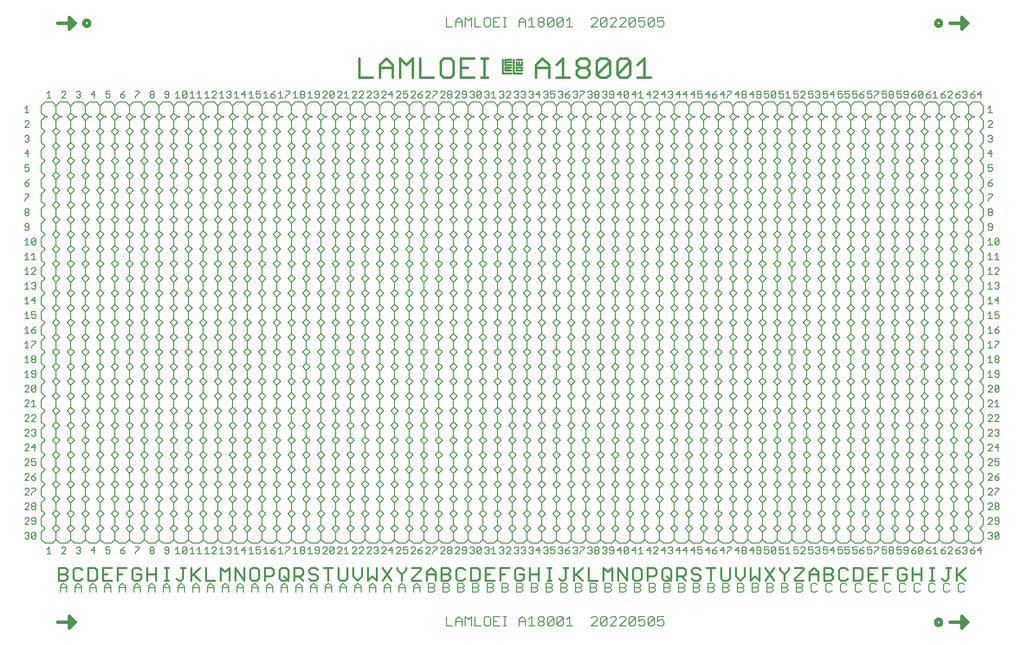
<source format=gto>
G75*
%MOIN*%
%OFA0B0*%
%FSLAX25Y25*%
%IPPOS*%
%LPD*%
%AMOC8*
5,1,8,0,0,1.08239X$1,22.5*
%
%ADD10C,0.00600*%
%ADD11C,0.01800*%
%ADD12C,0.01200*%
%ADD13C,0.00800*%
%ADD14C,0.00700*%
%ADD15C,0.02400*%
%ADD16C,0.00787*%
D10*
X0019050Y0055230D02*
X0021985Y0055230D01*
X0020517Y0055230D02*
X0020517Y0059634D01*
X0019050Y0058166D01*
X0029050Y0058900D02*
X0029783Y0059634D01*
X0031251Y0059634D01*
X0031985Y0058900D01*
X0031985Y0058166D01*
X0029050Y0055230D01*
X0031985Y0055230D01*
X0039050Y0055964D02*
X0039783Y0055230D01*
X0041251Y0055230D01*
X0041985Y0055964D01*
X0041985Y0056698D01*
X0041251Y0057432D01*
X0040517Y0057432D01*
X0041251Y0057432D02*
X0041985Y0058166D01*
X0041985Y0058900D01*
X0041251Y0059634D01*
X0039783Y0059634D01*
X0039050Y0058900D01*
X0049050Y0057432D02*
X0051985Y0057432D01*
X0051251Y0059634D02*
X0049050Y0057432D01*
X0051251Y0055230D02*
X0051251Y0059634D01*
X0059050Y0059634D02*
X0059050Y0057432D01*
X0060517Y0058166D01*
X0061251Y0058166D01*
X0061985Y0057432D01*
X0061985Y0055964D01*
X0061251Y0055230D01*
X0059783Y0055230D01*
X0059050Y0055964D01*
X0059050Y0059634D02*
X0061985Y0059634D01*
X0069050Y0057432D02*
X0071251Y0057432D01*
X0071985Y0056698D01*
X0071985Y0055964D01*
X0071251Y0055230D01*
X0069783Y0055230D01*
X0069050Y0055964D01*
X0069050Y0057432D01*
X0070517Y0058900D01*
X0071985Y0059634D01*
X0079050Y0059634D02*
X0081985Y0059634D01*
X0081985Y0058900D01*
X0079050Y0055964D01*
X0079050Y0055230D01*
X0089050Y0055964D02*
X0089783Y0055230D01*
X0091251Y0055230D01*
X0091985Y0055964D01*
X0091985Y0056698D01*
X0091251Y0057432D01*
X0089783Y0057432D01*
X0089050Y0058166D01*
X0089050Y0058900D01*
X0089783Y0059634D01*
X0091251Y0059634D01*
X0091985Y0058900D01*
X0091985Y0058166D01*
X0091251Y0057432D01*
X0089783Y0057432D02*
X0089050Y0056698D01*
X0089050Y0055964D01*
X0099050Y0055964D02*
X0099783Y0055230D01*
X0101251Y0055230D01*
X0101985Y0055964D01*
X0101985Y0058900D01*
X0101251Y0059634D01*
X0099783Y0059634D01*
X0099050Y0058900D01*
X0099050Y0058166D01*
X0099783Y0057432D01*
X0101985Y0057432D01*
X0106550Y0058166D02*
X0108017Y0059634D01*
X0108017Y0055230D01*
X0106550Y0055230D02*
X0109485Y0055230D01*
X0111153Y0055964D02*
X0111887Y0055230D01*
X0113355Y0055230D01*
X0114089Y0055964D01*
X0114089Y0058900D01*
X0111153Y0055964D01*
X0111153Y0058900D01*
X0111887Y0059634D01*
X0113355Y0059634D01*
X0114089Y0058900D01*
X0116550Y0058166D02*
X0118017Y0059634D01*
X0118017Y0055230D01*
X0116550Y0055230D02*
X0119485Y0055230D01*
X0121153Y0055230D02*
X0124089Y0055230D01*
X0122621Y0055230D02*
X0122621Y0059634D01*
X0121153Y0058166D01*
X0126550Y0058166D02*
X0128017Y0059634D01*
X0128017Y0055230D01*
X0126550Y0055230D02*
X0129485Y0055230D01*
X0131153Y0055230D02*
X0134089Y0058166D01*
X0134089Y0058900D01*
X0133355Y0059634D01*
X0131887Y0059634D01*
X0131153Y0058900D01*
X0131153Y0055230D02*
X0134089Y0055230D01*
X0136550Y0055230D02*
X0139485Y0055230D01*
X0138017Y0055230D02*
X0138017Y0059634D01*
X0136550Y0058166D01*
X0141153Y0058900D02*
X0141887Y0059634D01*
X0143355Y0059634D01*
X0144089Y0058900D01*
X0144089Y0058166D01*
X0143355Y0057432D01*
X0144089Y0056698D01*
X0144089Y0055964D01*
X0143355Y0055230D01*
X0141887Y0055230D01*
X0141153Y0055964D01*
X0142621Y0057432D02*
X0143355Y0057432D01*
X0146550Y0058166D02*
X0148017Y0059634D01*
X0148017Y0055230D01*
X0146550Y0055230D02*
X0149485Y0055230D01*
X0151153Y0057432D02*
X0154089Y0057432D01*
X0153355Y0059634D02*
X0151153Y0057432D01*
X0153355Y0055230D02*
X0153355Y0059634D01*
X0156550Y0058166D02*
X0158017Y0059634D01*
X0158017Y0055230D01*
X0156550Y0055230D02*
X0159485Y0055230D01*
X0161153Y0055964D02*
X0161887Y0055230D01*
X0163355Y0055230D01*
X0164089Y0055964D01*
X0164089Y0057432D01*
X0163355Y0058166D01*
X0162621Y0058166D01*
X0161153Y0057432D01*
X0161153Y0059634D01*
X0164089Y0059634D01*
X0166550Y0058166D02*
X0168017Y0059634D01*
X0168017Y0055230D01*
X0166550Y0055230D02*
X0169485Y0055230D01*
X0171153Y0055964D02*
X0171887Y0055230D01*
X0173355Y0055230D01*
X0174089Y0055964D01*
X0174089Y0056698D01*
X0173355Y0057432D01*
X0171153Y0057432D01*
X0171153Y0055964D01*
X0171153Y0057432D02*
X0172621Y0058900D01*
X0174089Y0059634D01*
X0176550Y0058166D02*
X0178017Y0059634D01*
X0178017Y0055230D01*
X0176550Y0055230D02*
X0179485Y0055230D01*
X0181153Y0055230D02*
X0181153Y0055964D01*
X0184089Y0058900D01*
X0184089Y0059634D01*
X0181153Y0059634D01*
X0186550Y0058166D02*
X0188017Y0059634D01*
X0188017Y0055230D01*
X0186550Y0055230D02*
X0189485Y0055230D01*
X0191153Y0055964D02*
X0191887Y0055230D01*
X0193355Y0055230D01*
X0194089Y0055964D01*
X0194089Y0056698D01*
X0193355Y0057432D01*
X0191887Y0057432D01*
X0191153Y0058166D01*
X0191153Y0058900D01*
X0191887Y0059634D01*
X0193355Y0059634D01*
X0194089Y0058900D01*
X0194089Y0058166D01*
X0193355Y0057432D01*
X0191887Y0057432D02*
X0191153Y0056698D01*
X0191153Y0055964D01*
X0196550Y0055230D02*
X0199485Y0055230D01*
X0198017Y0055230D02*
X0198017Y0059634D01*
X0196550Y0058166D01*
X0201153Y0058166D02*
X0201887Y0057432D01*
X0204089Y0057432D01*
X0204089Y0058900D02*
X0203355Y0059634D01*
X0201887Y0059634D01*
X0201153Y0058900D01*
X0201153Y0058166D01*
X0201153Y0055964D02*
X0201887Y0055230D01*
X0203355Y0055230D01*
X0204089Y0055964D01*
X0204089Y0058900D01*
X0206550Y0058900D02*
X0207283Y0059634D01*
X0208751Y0059634D01*
X0209485Y0058900D01*
X0209485Y0058166D01*
X0206550Y0055230D01*
X0209485Y0055230D01*
X0211153Y0055964D02*
X0211887Y0055230D01*
X0213355Y0055230D01*
X0214089Y0055964D01*
X0214089Y0058900D01*
X0211153Y0055964D01*
X0211153Y0058900D01*
X0211887Y0059634D01*
X0213355Y0059634D01*
X0214089Y0058900D01*
X0216550Y0058900D02*
X0217283Y0059634D01*
X0218751Y0059634D01*
X0219485Y0058900D01*
X0219485Y0058166D01*
X0216550Y0055230D01*
X0219485Y0055230D01*
X0221153Y0055230D02*
X0224089Y0055230D01*
X0222621Y0055230D02*
X0222621Y0059634D01*
X0221153Y0058166D01*
X0226550Y0058900D02*
X0227283Y0059634D01*
X0228751Y0059634D01*
X0229485Y0058900D01*
X0229485Y0058166D01*
X0226550Y0055230D01*
X0229485Y0055230D01*
X0231153Y0055230D02*
X0234089Y0058166D01*
X0234089Y0058900D01*
X0233355Y0059634D01*
X0231887Y0059634D01*
X0231153Y0058900D01*
X0231153Y0055230D02*
X0234089Y0055230D01*
X0236550Y0055230D02*
X0239485Y0058166D01*
X0239485Y0058900D01*
X0238751Y0059634D01*
X0237283Y0059634D01*
X0236550Y0058900D01*
X0236550Y0055230D02*
X0239485Y0055230D01*
X0241153Y0055964D02*
X0241887Y0055230D01*
X0243355Y0055230D01*
X0244089Y0055964D01*
X0244089Y0056698D01*
X0243355Y0057432D01*
X0242621Y0057432D01*
X0243355Y0057432D02*
X0244089Y0058166D01*
X0244089Y0058900D01*
X0243355Y0059634D01*
X0241887Y0059634D01*
X0241153Y0058900D01*
X0246550Y0058900D02*
X0247283Y0059634D01*
X0248751Y0059634D01*
X0249485Y0058900D01*
X0249485Y0058166D01*
X0246550Y0055230D01*
X0249485Y0055230D01*
X0251153Y0057432D02*
X0254089Y0057432D01*
X0253355Y0059634D02*
X0251153Y0057432D01*
X0253355Y0055230D02*
X0253355Y0059634D01*
X0256550Y0058900D02*
X0257283Y0059634D01*
X0258751Y0059634D01*
X0259485Y0058900D01*
X0259485Y0058166D01*
X0256550Y0055230D01*
X0259485Y0055230D01*
X0261153Y0055964D02*
X0261887Y0055230D01*
X0263355Y0055230D01*
X0264089Y0055964D01*
X0264089Y0057432D01*
X0263355Y0058166D01*
X0262621Y0058166D01*
X0261153Y0057432D01*
X0261153Y0059634D01*
X0264089Y0059634D01*
X0266550Y0058900D02*
X0267283Y0059634D01*
X0268751Y0059634D01*
X0269485Y0058900D01*
X0269485Y0058166D01*
X0266550Y0055230D01*
X0269485Y0055230D01*
X0271153Y0055964D02*
X0271887Y0055230D01*
X0273355Y0055230D01*
X0274089Y0055964D01*
X0274089Y0056698D01*
X0273355Y0057432D01*
X0271153Y0057432D01*
X0271153Y0055964D01*
X0271153Y0057432D02*
X0272621Y0058900D01*
X0274089Y0059634D01*
X0276550Y0058900D02*
X0277283Y0059634D01*
X0278751Y0059634D01*
X0279485Y0058900D01*
X0279485Y0058166D01*
X0276550Y0055230D01*
X0279485Y0055230D01*
X0281153Y0055230D02*
X0281153Y0055964D01*
X0284089Y0058900D01*
X0284089Y0059634D01*
X0281153Y0059634D01*
X0286550Y0058900D02*
X0287283Y0059634D01*
X0288751Y0059634D01*
X0289485Y0058900D01*
X0289485Y0058166D01*
X0286550Y0055230D01*
X0289485Y0055230D01*
X0291153Y0055964D02*
X0291887Y0055230D01*
X0293355Y0055230D01*
X0294089Y0055964D01*
X0294089Y0056698D01*
X0293355Y0057432D01*
X0291887Y0057432D01*
X0291153Y0058166D01*
X0291153Y0058900D01*
X0291887Y0059634D01*
X0293355Y0059634D01*
X0294089Y0058900D01*
X0294089Y0058166D01*
X0293355Y0057432D01*
X0291887Y0057432D02*
X0291153Y0056698D01*
X0291153Y0055964D01*
X0296550Y0055230D02*
X0299485Y0058166D01*
X0299485Y0058900D01*
X0298751Y0059634D01*
X0297283Y0059634D01*
X0296550Y0058900D01*
X0296550Y0055230D02*
X0299485Y0055230D01*
X0301153Y0055964D02*
X0301887Y0055230D01*
X0303355Y0055230D01*
X0304089Y0055964D01*
X0304089Y0058900D01*
X0303355Y0059634D01*
X0301887Y0059634D01*
X0301153Y0058900D01*
X0301153Y0058166D01*
X0301887Y0057432D01*
X0304089Y0057432D01*
X0306550Y0058900D02*
X0307283Y0059634D01*
X0308751Y0059634D01*
X0309485Y0058900D01*
X0309485Y0058166D01*
X0308751Y0057432D01*
X0309485Y0056698D01*
X0309485Y0055964D01*
X0308751Y0055230D01*
X0307283Y0055230D01*
X0306550Y0055964D01*
X0308017Y0057432D02*
X0308751Y0057432D01*
X0311153Y0058900D02*
X0311887Y0059634D01*
X0313355Y0059634D01*
X0314089Y0058900D01*
X0311153Y0055964D01*
X0311887Y0055230D01*
X0313355Y0055230D01*
X0314089Y0055964D01*
X0314089Y0058900D01*
X0316550Y0058900D02*
X0317283Y0059634D01*
X0318751Y0059634D01*
X0319485Y0058900D01*
X0319485Y0058166D01*
X0318751Y0057432D01*
X0319485Y0056698D01*
X0319485Y0055964D01*
X0318751Y0055230D01*
X0317283Y0055230D01*
X0316550Y0055964D01*
X0318017Y0057432D02*
X0318751Y0057432D01*
X0321153Y0058166D02*
X0322621Y0059634D01*
X0322621Y0055230D01*
X0321153Y0055230D02*
X0324089Y0055230D01*
X0326550Y0055964D02*
X0327283Y0055230D01*
X0328751Y0055230D01*
X0329485Y0055964D01*
X0329485Y0056698D01*
X0328751Y0057432D01*
X0328017Y0057432D01*
X0328751Y0057432D02*
X0329485Y0058166D01*
X0329485Y0058900D01*
X0328751Y0059634D01*
X0327283Y0059634D01*
X0326550Y0058900D01*
X0331153Y0058900D02*
X0331887Y0059634D01*
X0333355Y0059634D01*
X0334089Y0058900D01*
X0334089Y0058166D01*
X0331153Y0055230D01*
X0334089Y0055230D01*
X0336550Y0055964D02*
X0337283Y0055230D01*
X0338751Y0055230D01*
X0339485Y0055964D01*
X0339485Y0056698D01*
X0338751Y0057432D01*
X0338017Y0057432D01*
X0338751Y0057432D02*
X0339485Y0058166D01*
X0339485Y0058900D01*
X0338751Y0059634D01*
X0337283Y0059634D01*
X0336550Y0058900D01*
X0341153Y0058900D02*
X0341887Y0059634D01*
X0343355Y0059634D01*
X0344089Y0058900D01*
X0344089Y0058166D01*
X0343355Y0057432D01*
X0344089Y0056698D01*
X0344089Y0055964D01*
X0343355Y0055230D01*
X0341887Y0055230D01*
X0341153Y0055964D01*
X0342621Y0057432D02*
X0343355Y0057432D01*
X0346550Y0058900D02*
X0347283Y0059634D01*
X0348751Y0059634D01*
X0349485Y0058900D01*
X0349485Y0058166D01*
X0348751Y0057432D01*
X0349485Y0056698D01*
X0349485Y0055964D01*
X0348751Y0055230D01*
X0347283Y0055230D01*
X0346550Y0055964D01*
X0348017Y0057432D02*
X0348751Y0057432D01*
X0351153Y0057432D02*
X0354089Y0057432D01*
X0353355Y0059634D02*
X0351153Y0057432D01*
X0353355Y0055230D02*
X0353355Y0059634D01*
X0356550Y0058900D02*
X0357283Y0059634D01*
X0358751Y0059634D01*
X0359485Y0058900D01*
X0359485Y0058166D01*
X0358751Y0057432D01*
X0359485Y0056698D01*
X0359485Y0055964D01*
X0358751Y0055230D01*
X0357283Y0055230D01*
X0356550Y0055964D01*
X0358017Y0057432D02*
X0358751Y0057432D01*
X0361153Y0057432D02*
X0362621Y0058166D01*
X0363355Y0058166D01*
X0364089Y0057432D01*
X0364089Y0055964D01*
X0363355Y0055230D01*
X0361887Y0055230D01*
X0361153Y0055964D01*
X0361153Y0057432D02*
X0361153Y0059634D01*
X0364089Y0059634D01*
X0366550Y0058900D02*
X0367283Y0059634D01*
X0368751Y0059634D01*
X0369485Y0058900D01*
X0369485Y0058166D01*
X0368751Y0057432D01*
X0369485Y0056698D01*
X0369485Y0055964D01*
X0368751Y0055230D01*
X0367283Y0055230D01*
X0366550Y0055964D01*
X0368017Y0057432D02*
X0368751Y0057432D01*
X0371153Y0057432D02*
X0373355Y0057432D01*
X0374089Y0056698D01*
X0374089Y0055964D01*
X0373355Y0055230D01*
X0371887Y0055230D01*
X0371153Y0055964D01*
X0371153Y0057432D01*
X0372621Y0058900D01*
X0374089Y0059634D01*
X0376550Y0058900D02*
X0377283Y0059634D01*
X0378751Y0059634D01*
X0379485Y0058900D01*
X0379485Y0058166D01*
X0378751Y0057432D01*
X0379485Y0056698D01*
X0379485Y0055964D01*
X0378751Y0055230D01*
X0377283Y0055230D01*
X0376550Y0055964D01*
X0378017Y0057432D02*
X0378751Y0057432D01*
X0381153Y0055964D02*
X0381153Y0055230D01*
X0381153Y0055964D02*
X0384089Y0058900D01*
X0384089Y0059634D01*
X0381153Y0059634D01*
X0386550Y0058900D02*
X0387283Y0059634D01*
X0388751Y0059634D01*
X0389485Y0058900D01*
X0389485Y0058166D01*
X0388751Y0057432D01*
X0389485Y0056698D01*
X0389485Y0055964D01*
X0388751Y0055230D01*
X0387283Y0055230D01*
X0386550Y0055964D01*
X0388017Y0057432D02*
X0388751Y0057432D01*
X0391153Y0058166D02*
X0391153Y0058900D01*
X0391887Y0059634D01*
X0393355Y0059634D01*
X0394089Y0058900D01*
X0394089Y0058166D01*
X0393355Y0057432D01*
X0391887Y0057432D01*
X0391153Y0058166D01*
X0391887Y0057432D02*
X0391153Y0056698D01*
X0391153Y0055964D01*
X0391887Y0055230D01*
X0393355Y0055230D01*
X0394089Y0055964D01*
X0394089Y0056698D01*
X0393355Y0057432D01*
X0396550Y0058900D02*
X0397283Y0059634D01*
X0398751Y0059634D01*
X0399485Y0058900D01*
X0399485Y0058166D01*
X0398751Y0057432D01*
X0399485Y0056698D01*
X0399485Y0055964D01*
X0398751Y0055230D01*
X0397283Y0055230D01*
X0396550Y0055964D01*
X0398017Y0057432D02*
X0398751Y0057432D01*
X0401153Y0058166D02*
X0401887Y0057432D01*
X0404089Y0057432D01*
X0404089Y0058900D02*
X0403355Y0059634D01*
X0401887Y0059634D01*
X0401153Y0058900D01*
X0401153Y0058166D01*
X0401153Y0055964D02*
X0401887Y0055230D01*
X0403355Y0055230D01*
X0404089Y0055964D01*
X0404089Y0058900D01*
X0406550Y0057432D02*
X0409485Y0057432D01*
X0411153Y0058900D02*
X0411887Y0059634D01*
X0413355Y0059634D01*
X0414089Y0058900D01*
X0411153Y0055964D01*
X0411887Y0055230D01*
X0413355Y0055230D01*
X0414089Y0055964D01*
X0414089Y0058900D01*
X0416550Y0057432D02*
X0418751Y0059634D01*
X0418751Y0055230D01*
X0419485Y0057432D02*
X0416550Y0057432D01*
X0421153Y0058166D02*
X0422621Y0059634D01*
X0422621Y0055230D01*
X0421153Y0055230D02*
X0424089Y0055230D01*
X0426550Y0057432D02*
X0429485Y0057432D01*
X0431153Y0058900D02*
X0431887Y0059634D01*
X0433355Y0059634D01*
X0434089Y0058900D01*
X0434089Y0058166D01*
X0431153Y0055230D01*
X0434089Y0055230D01*
X0436550Y0057432D02*
X0439485Y0057432D01*
X0441153Y0058900D02*
X0441887Y0059634D01*
X0443355Y0059634D01*
X0444089Y0058900D01*
X0444089Y0058166D01*
X0443355Y0057432D01*
X0444089Y0056698D01*
X0444089Y0055964D01*
X0443355Y0055230D01*
X0441887Y0055230D01*
X0441153Y0055964D01*
X0442621Y0057432D02*
X0443355Y0057432D01*
X0446550Y0057432D02*
X0449485Y0057432D01*
X0451153Y0057432D02*
X0454089Y0057432D01*
X0453355Y0059634D02*
X0451153Y0057432D01*
X0453355Y0055230D02*
X0453355Y0059634D01*
X0456550Y0057432D02*
X0459485Y0057432D01*
X0461153Y0057432D02*
X0462621Y0058166D01*
X0463355Y0058166D01*
X0464089Y0057432D01*
X0464089Y0055964D01*
X0463355Y0055230D01*
X0461887Y0055230D01*
X0461153Y0055964D01*
X0461153Y0057432D02*
X0461153Y0059634D01*
X0464089Y0059634D01*
X0466550Y0057432D02*
X0468751Y0059634D01*
X0468751Y0055230D01*
X0469485Y0057432D02*
X0466550Y0057432D01*
X0471153Y0057432D02*
X0473355Y0057432D01*
X0474089Y0056698D01*
X0474089Y0055964D01*
X0473355Y0055230D01*
X0471887Y0055230D01*
X0471153Y0055964D01*
X0471153Y0057432D01*
X0472621Y0058900D01*
X0474089Y0059634D01*
X0476550Y0057432D02*
X0479485Y0057432D01*
X0481153Y0055964D02*
X0481153Y0055230D01*
X0481153Y0055964D02*
X0484089Y0058900D01*
X0484089Y0059634D01*
X0481153Y0059634D01*
X0478751Y0059634D02*
X0476550Y0057432D01*
X0478751Y0055230D02*
X0478751Y0059634D01*
X0486550Y0057432D02*
X0489485Y0057432D01*
X0491153Y0058166D02*
X0491153Y0058900D01*
X0491887Y0059634D01*
X0493355Y0059634D01*
X0494089Y0058900D01*
X0494089Y0058166D01*
X0493355Y0057432D01*
X0491887Y0057432D01*
X0491153Y0058166D01*
X0491887Y0057432D02*
X0491153Y0056698D01*
X0491153Y0055964D01*
X0491887Y0055230D01*
X0493355Y0055230D01*
X0494089Y0055964D01*
X0494089Y0056698D01*
X0493355Y0057432D01*
X0496550Y0057432D02*
X0498751Y0059634D01*
X0498751Y0055230D01*
X0499485Y0057432D02*
X0496550Y0057432D01*
X0501153Y0058166D02*
X0501887Y0057432D01*
X0504089Y0057432D01*
X0504089Y0058900D02*
X0503355Y0059634D01*
X0501887Y0059634D01*
X0501153Y0058900D01*
X0501153Y0058166D01*
X0501153Y0055964D02*
X0501887Y0055230D01*
X0503355Y0055230D01*
X0504089Y0055964D01*
X0504089Y0058900D01*
X0506550Y0059634D02*
X0506550Y0057432D01*
X0508017Y0058166D01*
X0508751Y0058166D01*
X0509485Y0057432D01*
X0509485Y0055964D01*
X0508751Y0055230D01*
X0507283Y0055230D01*
X0506550Y0055964D01*
X0506550Y0059634D02*
X0509485Y0059634D01*
X0511153Y0058900D02*
X0511887Y0059634D01*
X0513355Y0059634D01*
X0514089Y0058900D01*
X0511153Y0055964D01*
X0511887Y0055230D01*
X0513355Y0055230D01*
X0514089Y0055964D01*
X0514089Y0058900D01*
X0516550Y0059634D02*
X0516550Y0057432D01*
X0518017Y0058166D01*
X0518751Y0058166D01*
X0519485Y0057432D01*
X0519485Y0055964D01*
X0518751Y0055230D01*
X0517283Y0055230D01*
X0516550Y0055964D01*
X0516550Y0059634D02*
X0519485Y0059634D01*
X0521153Y0058166D02*
X0522621Y0059634D01*
X0522621Y0055230D01*
X0521153Y0055230D02*
X0524089Y0055230D01*
X0526550Y0055964D02*
X0527283Y0055230D01*
X0528751Y0055230D01*
X0529485Y0055964D01*
X0529485Y0057432D01*
X0528751Y0058166D01*
X0528017Y0058166D01*
X0526550Y0057432D01*
X0526550Y0059634D01*
X0529485Y0059634D01*
X0531153Y0058900D02*
X0531887Y0059634D01*
X0533355Y0059634D01*
X0534089Y0058900D01*
X0534089Y0058166D01*
X0531153Y0055230D01*
X0534089Y0055230D01*
X0536550Y0055964D02*
X0537283Y0055230D01*
X0538751Y0055230D01*
X0539485Y0055964D01*
X0539485Y0057432D01*
X0538751Y0058166D01*
X0538017Y0058166D01*
X0536550Y0057432D01*
X0536550Y0059634D01*
X0539485Y0059634D01*
X0541153Y0058900D02*
X0541887Y0059634D01*
X0543355Y0059634D01*
X0544089Y0058900D01*
X0544089Y0058166D01*
X0543355Y0057432D01*
X0544089Y0056698D01*
X0544089Y0055964D01*
X0543355Y0055230D01*
X0541887Y0055230D01*
X0541153Y0055964D01*
X0542621Y0057432D02*
X0543355Y0057432D01*
X0546550Y0057432D02*
X0548017Y0058166D01*
X0548751Y0058166D01*
X0549485Y0057432D01*
X0549485Y0055964D01*
X0548751Y0055230D01*
X0547283Y0055230D01*
X0546550Y0055964D01*
X0546550Y0057432D02*
X0546550Y0059634D01*
X0549485Y0059634D01*
X0551153Y0057432D02*
X0553355Y0059634D01*
X0553355Y0055230D01*
X0554089Y0057432D02*
X0551153Y0057432D01*
X0556550Y0057432D02*
X0556550Y0059634D01*
X0559485Y0059634D01*
X0558751Y0058166D02*
X0559485Y0057432D01*
X0559485Y0055964D01*
X0558751Y0055230D01*
X0557283Y0055230D01*
X0556550Y0055964D01*
X0556550Y0057432D02*
X0558017Y0058166D01*
X0558751Y0058166D01*
X0561153Y0057432D02*
X0562621Y0058166D01*
X0563355Y0058166D01*
X0564089Y0057432D01*
X0564089Y0055964D01*
X0563355Y0055230D01*
X0561887Y0055230D01*
X0561153Y0055964D01*
X0561153Y0057432D02*
X0561153Y0059634D01*
X0564089Y0059634D01*
X0566550Y0059634D02*
X0566550Y0057432D01*
X0568017Y0058166D01*
X0568751Y0058166D01*
X0569485Y0057432D01*
X0569485Y0055964D01*
X0568751Y0055230D01*
X0567283Y0055230D01*
X0566550Y0055964D01*
X0566550Y0059634D02*
X0569485Y0059634D01*
X0571153Y0057432D02*
X0573355Y0057432D01*
X0574089Y0056698D01*
X0574089Y0055964D01*
X0573355Y0055230D01*
X0571887Y0055230D01*
X0571153Y0055964D01*
X0571153Y0057432D01*
X0572621Y0058900D01*
X0574089Y0059634D01*
X0576550Y0059634D02*
X0576550Y0057432D01*
X0578017Y0058166D01*
X0578751Y0058166D01*
X0579485Y0057432D01*
X0579485Y0055964D01*
X0578751Y0055230D01*
X0577283Y0055230D01*
X0576550Y0055964D01*
X0576550Y0059634D02*
X0579485Y0059634D01*
X0581153Y0059634D02*
X0584089Y0059634D01*
X0584089Y0058900D01*
X0581153Y0055964D01*
X0581153Y0055230D01*
X0586550Y0055964D02*
X0587283Y0055230D01*
X0588751Y0055230D01*
X0589485Y0055964D01*
X0589485Y0057432D01*
X0588751Y0058166D01*
X0588017Y0058166D01*
X0586550Y0057432D01*
X0586550Y0059634D01*
X0589485Y0059634D01*
X0591153Y0058900D02*
X0591153Y0058166D01*
X0591887Y0057432D01*
X0593355Y0057432D01*
X0594089Y0056698D01*
X0594089Y0055964D01*
X0593355Y0055230D01*
X0591887Y0055230D01*
X0591153Y0055964D01*
X0591153Y0056698D01*
X0591887Y0057432D01*
X0593355Y0057432D02*
X0594089Y0058166D01*
X0594089Y0058900D01*
X0593355Y0059634D01*
X0591887Y0059634D01*
X0591153Y0058900D01*
X0596550Y0059634D02*
X0596550Y0057432D01*
X0598017Y0058166D01*
X0598751Y0058166D01*
X0599485Y0057432D01*
X0599485Y0055964D01*
X0598751Y0055230D01*
X0597283Y0055230D01*
X0596550Y0055964D01*
X0596550Y0059634D02*
X0599485Y0059634D01*
X0601153Y0058900D02*
X0601887Y0059634D01*
X0603355Y0059634D01*
X0604089Y0058900D01*
X0604089Y0055964D01*
X0603355Y0055230D01*
X0601887Y0055230D01*
X0601153Y0055964D01*
X0601887Y0057432D02*
X0604089Y0057432D01*
X0601887Y0057432D02*
X0601153Y0058166D01*
X0601153Y0058900D01*
X0606550Y0057432D02*
X0608751Y0057432D01*
X0609485Y0056698D01*
X0609485Y0055964D01*
X0608751Y0055230D01*
X0607283Y0055230D01*
X0606550Y0055964D01*
X0606550Y0057432D01*
X0608017Y0058900D01*
X0609485Y0059634D01*
X0611153Y0058900D02*
X0611887Y0059634D01*
X0613355Y0059634D01*
X0614089Y0058900D01*
X0611153Y0055964D01*
X0611887Y0055230D01*
X0613355Y0055230D01*
X0614089Y0055964D01*
X0614089Y0058900D01*
X0616550Y0057432D02*
X0618751Y0057432D01*
X0619485Y0056698D01*
X0619485Y0055964D01*
X0618751Y0055230D01*
X0617283Y0055230D01*
X0616550Y0055964D01*
X0616550Y0057432D01*
X0618017Y0058900D01*
X0619485Y0059634D01*
X0621153Y0058166D02*
X0622621Y0059634D01*
X0622621Y0055230D01*
X0621153Y0055230D02*
X0624089Y0055230D01*
X0626550Y0055964D02*
X0627283Y0055230D01*
X0628751Y0055230D01*
X0629485Y0055964D01*
X0629485Y0056698D01*
X0628751Y0057432D01*
X0626550Y0057432D01*
X0626550Y0055964D01*
X0626550Y0057432D02*
X0628017Y0058900D01*
X0629485Y0059634D01*
X0631153Y0058900D02*
X0631887Y0059634D01*
X0633355Y0059634D01*
X0634089Y0058900D01*
X0634089Y0058166D01*
X0631153Y0055230D01*
X0634089Y0055230D01*
X0636550Y0055964D02*
X0637283Y0055230D01*
X0638751Y0055230D01*
X0639485Y0055964D01*
X0639485Y0056698D01*
X0638751Y0057432D01*
X0636550Y0057432D01*
X0636550Y0055964D01*
X0636550Y0057432D02*
X0638017Y0058900D01*
X0639485Y0059634D01*
X0641153Y0058900D02*
X0641887Y0059634D01*
X0643355Y0059634D01*
X0644089Y0058900D01*
X0644089Y0058166D01*
X0643355Y0057432D01*
X0644089Y0056698D01*
X0644089Y0055964D01*
X0643355Y0055230D01*
X0641887Y0055230D01*
X0641153Y0055964D01*
X0642621Y0057432D02*
X0643355Y0057432D01*
X0646550Y0057432D02*
X0648751Y0057432D01*
X0649485Y0056698D01*
X0649485Y0055964D01*
X0648751Y0055230D01*
X0647283Y0055230D01*
X0646550Y0055964D01*
X0646550Y0057432D01*
X0648017Y0058900D01*
X0649485Y0059634D01*
X0651153Y0057432D02*
X0654089Y0057432D01*
X0653355Y0059634D02*
X0651153Y0057432D01*
X0653355Y0055230D02*
X0653355Y0059634D01*
X0659183Y0065230D02*
X0658449Y0065964D01*
X0659183Y0065230D02*
X0660651Y0065230D01*
X0661385Y0065964D01*
X0661385Y0066698D01*
X0660651Y0067432D01*
X0659917Y0067432D01*
X0660651Y0067432D02*
X0661385Y0068166D01*
X0661385Y0068900D01*
X0660651Y0069634D01*
X0659183Y0069634D01*
X0658449Y0068900D01*
X0663053Y0068900D02*
X0663787Y0069634D01*
X0665255Y0069634D01*
X0665989Y0068900D01*
X0663053Y0065964D01*
X0663787Y0065230D01*
X0665255Y0065230D01*
X0665989Y0065964D01*
X0665989Y0068900D01*
X0663053Y0068900D02*
X0663053Y0065964D01*
X0663787Y0075230D02*
X0663053Y0075964D01*
X0663787Y0075230D02*
X0665255Y0075230D01*
X0665989Y0075964D01*
X0665989Y0078900D01*
X0665255Y0079634D01*
X0663787Y0079634D01*
X0663053Y0078900D01*
X0663053Y0078166D01*
X0663787Y0077432D01*
X0665989Y0077432D01*
X0661385Y0078166D02*
X0658449Y0075230D01*
X0661385Y0075230D01*
X0661385Y0078166D02*
X0661385Y0078900D01*
X0660651Y0079634D01*
X0659183Y0079634D01*
X0658449Y0078900D01*
X0658449Y0085230D02*
X0661385Y0088166D01*
X0661385Y0088900D01*
X0660651Y0089634D01*
X0659183Y0089634D01*
X0658449Y0088900D01*
X0658449Y0085230D02*
X0661385Y0085230D01*
X0663053Y0085964D02*
X0663053Y0086698D01*
X0663787Y0087432D01*
X0665255Y0087432D01*
X0665989Y0086698D01*
X0665989Y0085964D01*
X0665255Y0085230D01*
X0663787Y0085230D01*
X0663053Y0085964D01*
X0663787Y0087432D02*
X0663053Y0088166D01*
X0663053Y0088900D01*
X0663787Y0089634D01*
X0665255Y0089634D01*
X0665989Y0088900D01*
X0665989Y0088166D01*
X0665255Y0087432D01*
X0663053Y0095230D02*
X0663053Y0095964D01*
X0665989Y0098900D01*
X0665989Y0099634D01*
X0663053Y0099634D01*
X0661385Y0098900D02*
X0660651Y0099634D01*
X0659183Y0099634D01*
X0658449Y0098900D01*
X0661385Y0098900D02*
X0661385Y0098166D01*
X0658449Y0095230D01*
X0661385Y0095230D01*
X0661385Y0105230D02*
X0658449Y0105230D01*
X0661385Y0108166D01*
X0661385Y0108900D01*
X0660651Y0109634D01*
X0659183Y0109634D01*
X0658449Y0108900D01*
X0663053Y0107432D02*
X0665255Y0107432D01*
X0665989Y0106698D01*
X0665989Y0105964D01*
X0665255Y0105230D01*
X0663787Y0105230D01*
X0663053Y0105964D01*
X0663053Y0107432D01*
X0664521Y0108900D01*
X0665989Y0109634D01*
X0665255Y0115230D02*
X0663787Y0115230D01*
X0663053Y0115964D01*
X0663053Y0117432D02*
X0664521Y0118166D01*
X0665255Y0118166D01*
X0665989Y0117432D01*
X0665989Y0115964D01*
X0665255Y0115230D01*
X0663053Y0117432D02*
X0663053Y0119634D01*
X0665989Y0119634D01*
X0661385Y0118900D02*
X0660651Y0119634D01*
X0659183Y0119634D01*
X0658449Y0118900D01*
X0661385Y0118900D02*
X0661385Y0118166D01*
X0658449Y0115230D01*
X0661385Y0115230D01*
X0661385Y0125230D02*
X0658449Y0125230D01*
X0661385Y0128166D01*
X0661385Y0128900D01*
X0660651Y0129634D01*
X0659183Y0129634D01*
X0658449Y0128900D01*
X0663053Y0127432D02*
X0665989Y0127432D01*
X0665255Y0125230D02*
X0665255Y0129634D01*
X0663053Y0127432D01*
X0663787Y0135230D02*
X0663053Y0135964D01*
X0663787Y0135230D02*
X0665255Y0135230D01*
X0665989Y0135964D01*
X0665989Y0136698D01*
X0665255Y0137432D01*
X0664521Y0137432D01*
X0665255Y0137432D02*
X0665989Y0138166D01*
X0665989Y0138900D01*
X0665255Y0139634D01*
X0663787Y0139634D01*
X0663053Y0138900D01*
X0661385Y0138900D02*
X0660651Y0139634D01*
X0659183Y0139634D01*
X0658449Y0138900D01*
X0661385Y0138900D02*
X0661385Y0138166D01*
X0658449Y0135230D01*
X0661385Y0135230D01*
X0661385Y0145230D02*
X0658449Y0145230D01*
X0661385Y0148166D01*
X0661385Y0148900D01*
X0660651Y0149634D01*
X0659183Y0149634D01*
X0658449Y0148900D01*
X0663053Y0148900D02*
X0663787Y0149634D01*
X0665255Y0149634D01*
X0665989Y0148900D01*
X0665989Y0148166D01*
X0663053Y0145230D01*
X0665989Y0145230D01*
X0665989Y0155230D02*
X0663053Y0155230D01*
X0664521Y0155230D02*
X0664521Y0159634D01*
X0663053Y0158166D01*
X0661385Y0158166D02*
X0661385Y0158900D01*
X0660651Y0159634D01*
X0659183Y0159634D01*
X0658449Y0158900D01*
X0661385Y0158166D02*
X0658449Y0155230D01*
X0661385Y0155230D01*
X0661385Y0165230D02*
X0658449Y0165230D01*
X0661385Y0168166D01*
X0661385Y0168900D01*
X0660651Y0169634D01*
X0659183Y0169634D01*
X0658449Y0168900D01*
X0663053Y0168900D02*
X0663787Y0169634D01*
X0665255Y0169634D01*
X0665989Y0168900D01*
X0663053Y0165964D01*
X0663787Y0165230D01*
X0665255Y0165230D01*
X0665989Y0165964D01*
X0665989Y0168900D01*
X0663053Y0168900D02*
X0663053Y0165964D01*
X0663787Y0175230D02*
X0663053Y0175964D01*
X0663787Y0175230D02*
X0665255Y0175230D01*
X0665989Y0175964D01*
X0665989Y0178900D01*
X0665255Y0179634D01*
X0663787Y0179634D01*
X0663053Y0178900D01*
X0663053Y0178166D01*
X0663787Y0177432D01*
X0665989Y0177432D01*
X0661385Y0175230D02*
X0658449Y0175230D01*
X0659917Y0175230D02*
X0659917Y0179634D01*
X0658449Y0178166D01*
X0658449Y0185230D02*
X0661385Y0185230D01*
X0659917Y0185230D02*
X0659917Y0189634D01*
X0658449Y0188166D01*
X0663053Y0188166D02*
X0663053Y0188900D01*
X0663787Y0189634D01*
X0665255Y0189634D01*
X0665989Y0188900D01*
X0665989Y0188166D01*
X0665255Y0187432D01*
X0663787Y0187432D01*
X0663053Y0188166D01*
X0663787Y0187432D02*
X0663053Y0186698D01*
X0663053Y0185964D01*
X0663787Y0185230D01*
X0665255Y0185230D01*
X0665989Y0185964D01*
X0665989Y0186698D01*
X0665255Y0187432D01*
X0663053Y0195230D02*
X0663053Y0195964D01*
X0665989Y0198900D01*
X0665989Y0199634D01*
X0663053Y0199634D01*
X0659917Y0199634D02*
X0659917Y0195230D01*
X0658449Y0195230D02*
X0661385Y0195230D01*
X0658449Y0198166D02*
X0659917Y0199634D01*
X0659917Y0205230D02*
X0659917Y0209634D01*
X0658449Y0208166D01*
X0658449Y0205230D02*
X0661385Y0205230D01*
X0663053Y0205964D02*
X0663787Y0205230D01*
X0665255Y0205230D01*
X0665989Y0205964D01*
X0665989Y0206698D01*
X0665255Y0207432D01*
X0663053Y0207432D01*
X0663053Y0205964D01*
X0663053Y0207432D02*
X0664521Y0208900D01*
X0665989Y0209634D01*
X0665255Y0215230D02*
X0663787Y0215230D01*
X0663053Y0215964D01*
X0663053Y0217432D02*
X0664521Y0218166D01*
X0665255Y0218166D01*
X0665989Y0217432D01*
X0665989Y0215964D01*
X0665255Y0215230D01*
X0663053Y0217432D02*
X0663053Y0219634D01*
X0665989Y0219634D01*
X0659917Y0219634D02*
X0659917Y0215230D01*
X0658449Y0215230D02*
X0661385Y0215230D01*
X0658449Y0218166D02*
X0659917Y0219634D01*
X0659917Y0225230D02*
X0659917Y0229634D01*
X0658449Y0228166D01*
X0658449Y0225230D02*
X0661385Y0225230D01*
X0663053Y0227432D02*
X0665989Y0227432D01*
X0665255Y0225230D02*
X0665255Y0229634D01*
X0663053Y0227432D01*
X0663787Y0235230D02*
X0663053Y0235964D01*
X0663787Y0235230D02*
X0665255Y0235230D01*
X0665989Y0235964D01*
X0665989Y0236698D01*
X0665255Y0237432D01*
X0664521Y0237432D01*
X0665255Y0237432D02*
X0665989Y0238166D01*
X0665989Y0238900D01*
X0665255Y0239634D01*
X0663787Y0239634D01*
X0663053Y0238900D01*
X0659917Y0239634D02*
X0659917Y0235230D01*
X0658449Y0235230D02*
X0661385Y0235230D01*
X0658449Y0238166D02*
X0659917Y0239634D01*
X0659917Y0245230D02*
X0659917Y0249634D01*
X0658449Y0248166D01*
X0658449Y0245230D02*
X0661385Y0245230D01*
X0663053Y0245230D02*
X0665989Y0248166D01*
X0665989Y0248900D01*
X0665255Y0249634D01*
X0663787Y0249634D01*
X0663053Y0248900D01*
X0663053Y0245230D02*
X0665989Y0245230D01*
X0665989Y0255230D02*
X0663053Y0255230D01*
X0664521Y0255230D02*
X0664521Y0259634D01*
X0663053Y0258166D01*
X0661385Y0255230D02*
X0658449Y0255230D01*
X0659917Y0255230D02*
X0659917Y0259634D01*
X0658449Y0258166D01*
X0658449Y0265230D02*
X0661385Y0265230D01*
X0659917Y0265230D02*
X0659917Y0269634D01*
X0658449Y0268166D01*
X0663053Y0268900D02*
X0663787Y0269634D01*
X0665255Y0269634D01*
X0665989Y0268900D01*
X0663053Y0265964D01*
X0663787Y0265230D01*
X0665255Y0265230D01*
X0665989Y0265964D01*
X0665989Y0268900D01*
X0663053Y0268900D02*
X0663053Y0265964D01*
X0660651Y0275230D02*
X0661385Y0275964D01*
X0661385Y0278900D01*
X0660651Y0279634D01*
X0659183Y0279634D01*
X0658449Y0278900D01*
X0658449Y0278166D01*
X0659183Y0277432D01*
X0661385Y0277432D01*
X0660651Y0275230D02*
X0659183Y0275230D01*
X0658449Y0275964D01*
X0659183Y0285230D02*
X0658449Y0285964D01*
X0658449Y0286698D01*
X0659183Y0287432D01*
X0660651Y0287432D01*
X0661385Y0286698D01*
X0661385Y0285964D01*
X0660651Y0285230D01*
X0659183Y0285230D01*
X0659183Y0287432D02*
X0658449Y0288166D01*
X0658449Y0288900D01*
X0659183Y0289634D01*
X0660651Y0289634D01*
X0661385Y0288900D01*
X0661385Y0288166D01*
X0660651Y0287432D01*
X0658449Y0295230D02*
X0658449Y0295964D01*
X0661385Y0298900D01*
X0661385Y0299634D01*
X0658449Y0299634D01*
X0659183Y0305230D02*
X0660651Y0305230D01*
X0661385Y0305964D01*
X0661385Y0306698D01*
X0660651Y0307432D01*
X0658449Y0307432D01*
X0658449Y0305964D01*
X0659183Y0305230D01*
X0658449Y0307432D02*
X0659917Y0308900D01*
X0661385Y0309634D01*
X0660651Y0315230D02*
X0659183Y0315230D01*
X0658449Y0315964D01*
X0658449Y0317432D02*
X0659917Y0318166D01*
X0660651Y0318166D01*
X0661385Y0317432D01*
X0661385Y0315964D01*
X0660651Y0315230D01*
X0658449Y0317432D02*
X0658449Y0319634D01*
X0661385Y0319634D01*
X0660651Y0325230D02*
X0660651Y0329634D01*
X0658449Y0327432D01*
X0661385Y0327432D01*
X0660651Y0335230D02*
X0659183Y0335230D01*
X0658449Y0335964D01*
X0659917Y0337432D02*
X0660651Y0337432D01*
X0661385Y0336698D01*
X0661385Y0335964D01*
X0660651Y0335230D01*
X0660651Y0337432D02*
X0661385Y0338166D01*
X0661385Y0338900D01*
X0660651Y0339634D01*
X0659183Y0339634D01*
X0658449Y0338900D01*
X0658449Y0345230D02*
X0661385Y0348166D01*
X0661385Y0348900D01*
X0660651Y0349634D01*
X0659183Y0349634D01*
X0658449Y0348900D01*
X0658449Y0345230D02*
X0661385Y0345230D01*
X0661385Y0355230D02*
X0658449Y0355230D01*
X0659917Y0355230D02*
X0659917Y0359634D01*
X0658449Y0358166D01*
X0653355Y0365230D02*
X0653355Y0369634D01*
X0651153Y0367432D01*
X0654089Y0367432D01*
X0649485Y0366698D02*
X0648751Y0367432D01*
X0646550Y0367432D01*
X0646550Y0365964D01*
X0647283Y0365230D01*
X0648751Y0365230D01*
X0649485Y0365964D01*
X0649485Y0366698D01*
X0648017Y0368900D02*
X0646550Y0367432D01*
X0648017Y0368900D02*
X0649485Y0369634D01*
X0644089Y0368900D02*
X0643355Y0369634D01*
X0641887Y0369634D01*
X0641153Y0368900D01*
X0639485Y0369634D02*
X0638017Y0368900D01*
X0636550Y0367432D01*
X0638751Y0367432D01*
X0639485Y0366698D01*
X0639485Y0365964D01*
X0638751Y0365230D01*
X0637283Y0365230D01*
X0636550Y0365964D01*
X0636550Y0367432D01*
X0634089Y0368166D02*
X0631153Y0365230D01*
X0634089Y0365230D01*
X0634089Y0368166D02*
X0634089Y0368900D01*
X0633355Y0369634D01*
X0631887Y0369634D01*
X0631153Y0368900D01*
X0629485Y0369634D02*
X0628017Y0368900D01*
X0626550Y0367432D01*
X0628751Y0367432D01*
X0629485Y0366698D01*
X0629485Y0365964D01*
X0628751Y0365230D01*
X0627283Y0365230D01*
X0626550Y0365964D01*
X0626550Y0367432D01*
X0624089Y0365230D02*
X0621153Y0365230D01*
X0622621Y0365230D02*
X0622621Y0369634D01*
X0621153Y0368166D01*
X0619485Y0369634D02*
X0618017Y0368900D01*
X0616550Y0367432D01*
X0618751Y0367432D01*
X0619485Y0366698D01*
X0619485Y0365964D01*
X0618751Y0365230D01*
X0617283Y0365230D01*
X0616550Y0365964D01*
X0616550Y0367432D01*
X0614089Y0368900D02*
X0613355Y0369634D01*
X0611887Y0369634D01*
X0611153Y0368900D01*
X0611153Y0365964D01*
X0614089Y0368900D01*
X0614089Y0365964D01*
X0613355Y0365230D01*
X0611887Y0365230D01*
X0611153Y0365964D01*
X0609485Y0365964D02*
X0608751Y0365230D01*
X0607283Y0365230D01*
X0606550Y0365964D01*
X0606550Y0367432D01*
X0608751Y0367432D01*
X0609485Y0366698D01*
X0609485Y0365964D01*
X0606550Y0367432D02*
X0608017Y0368900D01*
X0609485Y0369634D01*
X0604089Y0368900D02*
X0603355Y0369634D01*
X0601887Y0369634D01*
X0601153Y0368900D01*
X0601153Y0368166D01*
X0601887Y0367432D01*
X0604089Y0367432D01*
X0604089Y0365964D02*
X0604089Y0368900D01*
X0604089Y0365964D02*
X0603355Y0365230D01*
X0601887Y0365230D01*
X0601153Y0365964D01*
X0599485Y0365964D02*
X0598751Y0365230D01*
X0597283Y0365230D01*
X0596550Y0365964D01*
X0596550Y0367432D02*
X0598017Y0368166D01*
X0598751Y0368166D01*
X0599485Y0367432D01*
X0599485Y0365964D01*
X0596550Y0367432D02*
X0596550Y0369634D01*
X0599485Y0369634D01*
X0594089Y0368900D02*
X0594089Y0368166D01*
X0593355Y0367432D01*
X0591887Y0367432D01*
X0591153Y0368166D01*
X0591153Y0368900D01*
X0591887Y0369634D01*
X0593355Y0369634D01*
X0594089Y0368900D01*
X0593355Y0367432D02*
X0594089Y0366698D01*
X0594089Y0365964D01*
X0593355Y0365230D01*
X0591887Y0365230D01*
X0591153Y0365964D01*
X0591153Y0366698D01*
X0591887Y0367432D01*
X0589485Y0367432D02*
X0589485Y0365964D01*
X0588751Y0365230D01*
X0587283Y0365230D01*
X0586550Y0365964D01*
X0586550Y0367432D02*
X0588017Y0368166D01*
X0588751Y0368166D01*
X0589485Y0367432D01*
X0589485Y0369634D02*
X0586550Y0369634D01*
X0586550Y0367432D01*
X0584089Y0368900D02*
X0581153Y0365964D01*
X0581153Y0365230D01*
X0579485Y0365964D02*
X0578751Y0365230D01*
X0577283Y0365230D01*
X0576550Y0365964D01*
X0576550Y0367432D02*
X0578017Y0368166D01*
X0578751Y0368166D01*
X0579485Y0367432D01*
X0579485Y0365964D01*
X0576550Y0367432D02*
X0576550Y0369634D01*
X0579485Y0369634D01*
X0581153Y0369634D02*
X0584089Y0369634D01*
X0584089Y0368900D01*
X0574089Y0369634D02*
X0572621Y0368900D01*
X0571153Y0367432D01*
X0573355Y0367432D01*
X0574089Y0366698D01*
X0574089Y0365964D01*
X0573355Y0365230D01*
X0571887Y0365230D01*
X0571153Y0365964D01*
X0571153Y0367432D01*
X0569485Y0367432D02*
X0569485Y0365964D01*
X0568751Y0365230D01*
X0567283Y0365230D01*
X0566550Y0365964D01*
X0566550Y0367432D02*
X0568017Y0368166D01*
X0568751Y0368166D01*
X0569485Y0367432D01*
X0569485Y0369634D02*
X0566550Y0369634D01*
X0566550Y0367432D01*
X0564089Y0367432D02*
X0564089Y0365964D01*
X0563355Y0365230D01*
X0561887Y0365230D01*
X0561153Y0365964D01*
X0561153Y0367432D02*
X0562621Y0368166D01*
X0563355Y0368166D01*
X0564089Y0367432D01*
X0564089Y0369634D02*
X0561153Y0369634D01*
X0561153Y0367432D01*
X0559485Y0367432D02*
X0559485Y0365964D01*
X0558751Y0365230D01*
X0557283Y0365230D01*
X0556550Y0365964D01*
X0556550Y0367432D02*
X0558017Y0368166D01*
X0558751Y0368166D01*
X0559485Y0367432D01*
X0559485Y0369634D02*
X0556550Y0369634D01*
X0556550Y0367432D01*
X0554089Y0367432D02*
X0551153Y0367432D01*
X0553355Y0369634D01*
X0553355Y0365230D01*
X0549485Y0365964D02*
X0548751Y0365230D01*
X0547283Y0365230D01*
X0546550Y0365964D01*
X0546550Y0367432D02*
X0548017Y0368166D01*
X0548751Y0368166D01*
X0549485Y0367432D01*
X0549485Y0365964D01*
X0546550Y0367432D02*
X0546550Y0369634D01*
X0549485Y0369634D01*
X0544089Y0368900D02*
X0544089Y0368166D01*
X0543355Y0367432D01*
X0544089Y0366698D01*
X0544089Y0365964D01*
X0543355Y0365230D01*
X0541887Y0365230D01*
X0541153Y0365964D01*
X0539485Y0365964D02*
X0538751Y0365230D01*
X0537283Y0365230D01*
X0536550Y0365964D01*
X0536550Y0367432D02*
X0538017Y0368166D01*
X0538751Y0368166D01*
X0539485Y0367432D01*
X0539485Y0365964D01*
X0536550Y0367432D02*
X0536550Y0369634D01*
X0539485Y0369634D01*
X0541153Y0368900D02*
X0541887Y0369634D01*
X0543355Y0369634D01*
X0544089Y0368900D01*
X0543355Y0367432D02*
X0542621Y0367432D01*
X0534089Y0368166D02*
X0531153Y0365230D01*
X0534089Y0365230D01*
X0534089Y0368166D02*
X0534089Y0368900D01*
X0533355Y0369634D01*
X0531887Y0369634D01*
X0531153Y0368900D01*
X0529485Y0369634D02*
X0526550Y0369634D01*
X0526550Y0367432D01*
X0528017Y0368166D01*
X0528751Y0368166D01*
X0529485Y0367432D01*
X0529485Y0365964D01*
X0528751Y0365230D01*
X0527283Y0365230D01*
X0526550Y0365964D01*
X0524089Y0365230D02*
X0521153Y0365230D01*
X0522621Y0365230D02*
X0522621Y0369634D01*
X0521153Y0368166D01*
X0519485Y0367432D02*
X0519485Y0365964D01*
X0518751Y0365230D01*
X0517283Y0365230D01*
X0516550Y0365964D01*
X0516550Y0367432D02*
X0518017Y0368166D01*
X0518751Y0368166D01*
X0519485Y0367432D01*
X0519485Y0369634D02*
X0516550Y0369634D01*
X0516550Y0367432D01*
X0514089Y0368900D02*
X0513355Y0369634D01*
X0511887Y0369634D01*
X0511153Y0368900D01*
X0511153Y0365964D01*
X0514089Y0368900D01*
X0514089Y0365964D01*
X0513355Y0365230D01*
X0511887Y0365230D01*
X0511153Y0365964D01*
X0509485Y0365964D02*
X0508751Y0365230D01*
X0507283Y0365230D01*
X0506550Y0365964D01*
X0506550Y0367432D02*
X0508017Y0368166D01*
X0508751Y0368166D01*
X0509485Y0367432D01*
X0509485Y0365964D01*
X0506550Y0367432D02*
X0506550Y0369634D01*
X0509485Y0369634D01*
X0504089Y0368900D02*
X0503355Y0369634D01*
X0501887Y0369634D01*
X0501153Y0368900D01*
X0501153Y0368166D01*
X0501887Y0367432D01*
X0504089Y0367432D01*
X0504089Y0365964D02*
X0504089Y0368900D01*
X0504089Y0365964D02*
X0503355Y0365230D01*
X0501887Y0365230D01*
X0501153Y0365964D01*
X0499485Y0367432D02*
X0496550Y0367432D01*
X0498751Y0369634D01*
X0498751Y0365230D01*
X0494089Y0365964D02*
X0493355Y0365230D01*
X0491887Y0365230D01*
X0491153Y0365964D01*
X0491153Y0366698D01*
X0491887Y0367432D01*
X0493355Y0367432D01*
X0494089Y0366698D01*
X0494089Y0365964D01*
X0493355Y0367432D02*
X0494089Y0368166D01*
X0494089Y0368900D01*
X0493355Y0369634D01*
X0491887Y0369634D01*
X0491153Y0368900D01*
X0491153Y0368166D01*
X0491887Y0367432D01*
X0489485Y0367432D02*
X0486550Y0367432D01*
X0488751Y0369634D01*
X0488751Y0365230D01*
X0484089Y0368900D02*
X0481153Y0365964D01*
X0481153Y0365230D01*
X0478751Y0365230D02*
X0478751Y0369634D01*
X0476550Y0367432D01*
X0479485Y0367432D01*
X0481153Y0369634D02*
X0484089Y0369634D01*
X0484089Y0368900D01*
X0474089Y0369634D02*
X0472621Y0368900D01*
X0471153Y0367432D01*
X0473355Y0367432D01*
X0474089Y0366698D01*
X0474089Y0365964D01*
X0473355Y0365230D01*
X0471887Y0365230D01*
X0471153Y0365964D01*
X0471153Y0367432D01*
X0469485Y0367432D02*
X0466550Y0367432D01*
X0468751Y0369634D01*
X0468751Y0365230D01*
X0464089Y0365964D02*
X0463355Y0365230D01*
X0461887Y0365230D01*
X0461153Y0365964D01*
X0461153Y0367432D02*
X0462621Y0368166D01*
X0463355Y0368166D01*
X0464089Y0367432D01*
X0464089Y0365964D01*
X0461153Y0367432D02*
X0461153Y0369634D01*
X0464089Y0369634D01*
X0459485Y0367432D02*
X0456550Y0367432D01*
X0458751Y0369634D01*
X0458751Y0365230D01*
X0454089Y0367432D02*
X0451153Y0367432D01*
X0453355Y0369634D01*
X0453355Y0365230D01*
X0449485Y0367432D02*
X0446550Y0367432D01*
X0448751Y0369634D01*
X0448751Y0365230D01*
X0444089Y0365964D02*
X0443355Y0365230D01*
X0441887Y0365230D01*
X0441153Y0365964D01*
X0442621Y0367432D02*
X0443355Y0367432D01*
X0444089Y0366698D01*
X0444089Y0365964D01*
X0443355Y0367432D02*
X0444089Y0368166D01*
X0444089Y0368900D01*
X0443355Y0369634D01*
X0441887Y0369634D01*
X0441153Y0368900D01*
X0439485Y0367432D02*
X0436550Y0367432D01*
X0438751Y0369634D01*
X0438751Y0365230D01*
X0434089Y0365230D02*
X0431153Y0365230D01*
X0434089Y0368166D01*
X0434089Y0368900D01*
X0433355Y0369634D01*
X0431887Y0369634D01*
X0431153Y0368900D01*
X0429485Y0367432D02*
X0426550Y0367432D01*
X0428751Y0369634D01*
X0428751Y0365230D01*
X0424089Y0365230D02*
X0421153Y0365230D01*
X0422621Y0365230D02*
X0422621Y0369634D01*
X0421153Y0368166D01*
X0419485Y0367432D02*
X0416550Y0367432D01*
X0418751Y0369634D01*
X0418751Y0365230D01*
X0414089Y0365964D02*
X0413355Y0365230D01*
X0411887Y0365230D01*
X0411153Y0365964D01*
X0414089Y0368900D01*
X0414089Y0365964D01*
X0411153Y0365964D02*
X0411153Y0368900D01*
X0411887Y0369634D01*
X0413355Y0369634D01*
X0414089Y0368900D01*
X0409485Y0367432D02*
X0406550Y0367432D01*
X0408751Y0369634D01*
X0408751Y0365230D01*
X0404089Y0365964D02*
X0404089Y0368900D01*
X0403355Y0369634D01*
X0401887Y0369634D01*
X0401153Y0368900D01*
X0401153Y0368166D01*
X0401887Y0367432D01*
X0404089Y0367432D01*
X0404089Y0365964D02*
X0403355Y0365230D01*
X0401887Y0365230D01*
X0401153Y0365964D01*
X0399485Y0365964D02*
X0398751Y0365230D01*
X0397283Y0365230D01*
X0396550Y0365964D01*
X0398017Y0367432D02*
X0398751Y0367432D01*
X0399485Y0366698D01*
X0399485Y0365964D01*
X0398751Y0367432D02*
X0399485Y0368166D01*
X0399485Y0368900D01*
X0398751Y0369634D01*
X0397283Y0369634D01*
X0396550Y0368900D01*
X0394089Y0368900D02*
X0393355Y0369634D01*
X0391887Y0369634D01*
X0391153Y0368900D01*
X0391153Y0368166D01*
X0391887Y0367432D01*
X0393355Y0367432D01*
X0394089Y0366698D01*
X0394089Y0365964D01*
X0393355Y0365230D01*
X0391887Y0365230D01*
X0391153Y0365964D01*
X0391153Y0366698D01*
X0391887Y0367432D01*
X0393355Y0367432D02*
X0394089Y0368166D01*
X0394089Y0368900D01*
X0389485Y0368900D02*
X0389485Y0368166D01*
X0388751Y0367432D01*
X0389485Y0366698D01*
X0389485Y0365964D01*
X0388751Y0365230D01*
X0387283Y0365230D01*
X0386550Y0365964D01*
X0388017Y0367432D02*
X0388751Y0367432D01*
X0389485Y0368900D02*
X0388751Y0369634D01*
X0387283Y0369634D01*
X0386550Y0368900D01*
X0384089Y0368900D02*
X0381153Y0365964D01*
X0381153Y0365230D01*
X0379485Y0365964D02*
X0378751Y0365230D01*
X0377283Y0365230D01*
X0376550Y0365964D01*
X0378017Y0367432D02*
X0378751Y0367432D01*
X0379485Y0366698D01*
X0379485Y0365964D01*
X0378751Y0367432D02*
X0379485Y0368166D01*
X0379485Y0368900D01*
X0378751Y0369634D01*
X0377283Y0369634D01*
X0376550Y0368900D01*
X0374089Y0369634D02*
X0372621Y0368900D01*
X0371153Y0367432D01*
X0373355Y0367432D01*
X0374089Y0366698D01*
X0374089Y0365964D01*
X0373355Y0365230D01*
X0371887Y0365230D01*
X0371153Y0365964D01*
X0371153Y0367432D01*
X0369485Y0368166D02*
X0368751Y0367432D01*
X0369485Y0366698D01*
X0369485Y0365964D01*
X0368751Y0365230D01*
X0367283Y0365230D01*
X0366550Y0365964D01*
X0368017Y0367432D02*
X0368751Y0367432D01*
X0369485Y0368166D02*
X0369485Y0368900D01*
X0368751Y0369634D01*
X0367283Y0369634D01*
X0366550Y0368900D01*
X0364089Y0369634D02*
X0361153Y0369634D01*
X0361153Y0367432D01*
X0362621Y0368166D01*
X0363355Y0368166D01*
X0364089Y0367432D01*
X0364089Y0365964D01*
X0363355Y0365230D01*
X0361887Y0365230D01*
X0361153Y0365964D01*
X0359485Y0365964D02*
X0358751Y0365230D01*
X0357283Y0365230D01*
X0356550Y0365964D01*
X0358017Y0367432D02*
X0358751Y0367432D01*
X0359485Y0366698D01*
X0359485Y0365964D01*
X0358751Y0367432D02*
X0359485Y0368166D01*
X0359485Y0368900D01*
X0358751Y0369634D01*
X0357283Y0369634D01*
X0356550Y0368900D01*
X0354089Y0367432D02*
X0351153Y0367432D01*
X0353355Y0369634D01*
X0353355Y0365230D01*
X0349485Y0365964D02*
X0348751Y0365230D01*
X0347283Y0365230D01*
X0346550Y0365964D01*
X0348017Y0367432D02*
X0348751Y0367432D01*
X0349485Y0366698D01*
X0349485Y0365964D01*
X0348751Y0367432D02*
X0349485Y0368166D01*
X0349485Y0368900D01*
X0348751Y0369634D01*
X0347283Y0369634D01*
X0346550Y0368900D01*
X0344089Y0368900D02*
X0344089Y0368166D01*
X0343355Y0367432D01*
X0344089Y0366698D01*
X0344089Y0365964D01*
X0343355Y0365230D01*
X0341887Y0365230D01*
X0341153Y0365964D01*
X0339485Y0365964D02*
X0338751Y0365230D01*
X0337283Y0365230D01*
X0336550Y0365964D01*
X0338017Y0367432D02*
X0338751Y0367432D01*
X0339485Y0366698D01*
X0339485Y0365964D01*
X0338751Y0367432D02*
X0339485Y0368166D01*
X0339485Y0368900D01*
X0338751Y0369634D01*
X0337283Y0369634D01*
X0336550Y0368900D01*
X0334089Y0368900D02*
X0333355Y0369634D01*
X0331887Y0369634D01*
X0331153Y0368900D01*
X0329485Y0368900D02*
X0329485Y0368166D01*
X0328751Y0367432D01*
X0329485Y0366698D01*
X0329485Y0365964D01*
X0328751Y0365230D01*
X0327283Y0365230D01*
X0326550Y0365964D01*
X0328017Y0367432D02*
X0328751Y0367432D01*
X0329485Y0368900D02*
X0328751Y0369634D01*
X0327283Y0369634D01*
X0326550Y0368900D01*
X0322621Y0369634D02*
X0322621Y0365230D01*
X0321153Y0365230D02*
X0324089Y0365230D01*
X0321153Y0368166D02*
X0322621Y0369634D01*
X0319485Y0368900D02*
X0319485Y0368166D01*
X0318751Y0367432D01*
X0319485Y0366698D01*
X0319485Y0365964D01*
X0318751Y0365230D01*
X0317283Y0365230D01*
X0316550Y0365964D01*
X0318017Y0367432D02*
X0318751Y0367432D01*
X0319485Y0368900D02*
X0318751Y0369634D01*
X0317283Y0369634D01*
X0316550Y0368900D01*
X0314089Y0368900D02*
X0313355Y0369634D01*
X0311887Y0369634D01*
X0311153Y0368900D01*
X0311153Y0365964D01*
X0314089Y0368900D01*
X0314089Y0365964D01*
X0313355Y0365230D01*
X0311887Y0365230D01*
X0311153Y0365964D01*
X0309485Y0365964D02*
X0308751Y0365230D01*
X0307283Y0365230D01*
X0306550Y0365964D01*
X0308017Y0367432D02*
X0308751Y0367432D01*
X0309485Y0366698D01*
X0309485Y0365964D01*
X0308751Y0367432D02*
X0309485Y0368166D01*
X0309485Y0368900D01*
X0308751Y0369634D01*
X0307283Y0369634D01*
X0306550Y0368900D01*
X0304089Y0368900D02*
X0303355Y0369634D01*
X0301887Y0369634D01*
X0301153Y0368900D01*
X0301153Y0368166D01*
X0301887Y0367432D01*
X0304089Y0367432D01*
X0304089Y0365964D02*
X0304089Y0368900D01*
X0304089Y0365964D02*
X0303355Y0365230D01*
X0301887Y0365230D01*
X0301153Y0365964D01*
X0299485Y0365230D02*
X0296550Y0365230D01*
X0299485Y0368166D01*
X0299485Y0368900D01*
X0298751Y0369634D01*
X0297283Y0369634D01*
X0296550Y0368900D01*
X0294089Y0368900D02*
X0293355Y0369634D01*
X0291887Y0369634D01*
X0291153Y0368900D01*
X0291153Y0368166D01*
X0291887Y0367432D01*
X0293355Y0367432D01*
X0294089Y0366698D01*
X0294089Y0365964D01*
X0293355Y0365230D01*
X0291887Y0365230D01*
X0291153Y0365964D01*
X0291153Y0366698D01*
X0291887Y0367432D01*
X0293355Y0367432D02*
X0294089Y0368166D01*
X0294089Y0368900D01*
X0289485Y0368900D02*
X0288751Y0369634D01*
X0287283Y0369634D01*
X0286550Y0368900D01*
X0284089Y0368900D02*
X0281153Y0365964D01*
X0281153Y0365230D01*
X0279485Y0365230D02*
X0276550Y0365230D01*
X0279485Y0368166D01*
X0279485Y0368900D01*
X0278751Y0369634D01*
X0277283Y0369634D01*
X0276550Y0368900D01*
X0274089Y0369634D02*
X0272621Y0368900D01*
X0271153Y0367432D01*
X0273355Y0367432D01*
X0274089Y0366698D01*
X0274089Y0365964D01*
X0273355Y0365230D01*
X0271887Y0365230D01*
X0271153Y0365964D01*
X0271153Y0367432D01*
X0269485Y0368166D02*
X0269485Y0368900D01*
X0268751Y0369634D01*
X0267283Y0369634D01*
X0266550Y0368900D01*
X0264089Y0369634D02*
X0261153Y0369634D01*
X0261153Y0367432D01*
X0262621Y0368166D01*
X0263355Y0368166D01*
X0264089Y0367432D01*
X0264089Y0365964D01*
X0263355Y0365230D01*
X0261887Y0365230D01*
X0261153Y0365964D01*
X0259485Y0365230D02*
X0256550Y0365230D01*
X0259485Y0368166D01*
X0259485Y0368900D01*
X0258751Y0369634D01*
X0257283Y0369634D01*
X0256550Y0368900D01*
X0254089Y0367432D02*
X0251153Y0367432D01*
X0253355Y0369634D01*
X0253355Y0365230D01*
X0249485Y0365230D02*
X0246550Y0365230D01*
X0249485Y0368166D01*
X0249485Y0368900D01*
X0248751Y0369634D01*
X0247283Y0369634D01*
X0246550Y0368900D01*
X0244089Y0368900D02*
X0244089Y0368166D01*
X0243355Y0367432D01*
X0244089Y0366698D01*
X0244089Y0365964D01*
X0243355Y0365230D01*
X0241887Y0365230D01*
X0241153Y0365964D01*
X0239485Y0365230D02*
X0236550Y0365230D01*
X0239485Y0368166D01*
X0239485Y0368900D01*
X0238751Y0369634D01*
X0237283Y0369634D01*
X0236550Y0368900D01*
X0234089Y0368900D02*
X0233355Y0369634D01*
X0231887Y0369634D01*
X0231153Y0368900D01*
X0229485Y0368900D02*
X0228751Y0369634D01*
X0227283Y0369634D01*
X0226550Y0368900D01*
X0229485Y0368900D02*
X0229485Y0368166D01*
X0226550Y0365230D01*
X0229485Y0365230D01*
X0231153Y0365230D02*
X0234089Y0368166D01*
X0234089Y0368900D01*
X0234089Y0365230D02*
X0231153Y0365230D01*
X0224089Y0365230D02*
X0221153Y0365230D01*
X0222621Y0365230D02*
X0222621Y0369634D01*
X0221153Y0368166D01*
X0219485Y0368166D02*
X0216550Y0365230D01*
X0219485Y0365230D01*
X0219485Y0368166D02*
X0219485Y0368900D01*
X0218751Y0369634D01*
X0217283Y0369634D01*
X0216550Y0368900D01*
X0214089Y0368900D02*
X0213355Y0369634D01*
X0211887Y0369634D01*
X0211153Y0368900D01*
X0211153Y0365964D01*
X0214089Y0368900D01*
X0214089Y0365964D01*
X0213355Y0365230D01*
X0211887Y0365230D01*
X0211153Y0365964D01*
X0209485Y0365230D02*
X0206550Y0365230D01*
X0209485Y0368166D01*
X0209485Y0368900D01*
X0208751Y0369634D01*
X0207283Y0369634D01*
X0206550Y0368900D01*
X0204089Y0368900D02*
X0203355Y0369634D01*
X0201887Y0369634D01*
X0201153Y0368900D01*
X0201153Y0368166D01*
X0201887Y0367432D01*
X0204089Y0367432D01*
X0204089Y0365964D02*
X0204089Y0368900D01*
X0204089Y0365964D02*
X0203355Y0365230D01*
X0201887Y0365230D01*
X0201153Y0365964D01*
X0199485Y0365230D02*
X0196550Y0365230D01*
X0198017Y0365230D02*
X0198017Y0369634D01*
X0196550Y0368166D01*
X0194089Y0368166D02*
X0193355Y0367432D01*
X0191887Y0367432D01*
X0191153Y0368166D01*
X0191153Y0368900D01*
X0191887Y0369634D01*
X0193355Y0369634D01*
X0194089Y0368900D01*
X0194089Y0368166D01*
X0193355Y0367432D02*
X0194089Y0366698D01*
X0194089Y0365964D01*
X0193355Y0365230D01*
X0191887Y0365230D01*
X0191153Y0365964D01*
X0191153Y0366698D01*
X0191887Y0367432D01*
X0189485Y0365230D02*
X0186550Y0365230D01*
X0188017Y0365230D02*
X0188017Y0369634D01*
X0186550Y0368166D01*
X0184089Y0368900D02*
X0181153Y0365964D01*
X0181153Y0365230D01*
X0179485Y0365230D02*
X0176550Y0365230D01*
X0178017Y0365230D02*
X0178017Y0369634D01*
X0176550Y0368166D01*
X0174089Y0369634D02*
X0172621Y0368900D01*
X0171153Y0367432D01*
X0173355Y0367432D01*
X0174089Y0366698D01*
X0174089Y0365964D01*
X0173355Y0365230D01*
X0171887Y0365230D01*
X0171153Y0365964D01*
X0171153Y0367432D01*
X0169485Y0365230D02*
X0166550Y0365230D01*
X0168017Y0365230D02*
X0168017Y0369634D01*
X0166550Y0368166D01*
X0164089Y0367432D02*
X0164089Y0365964D01*
X0163355Y0365230D01*
X0161887Y0365230D01*
X0161153Y0365964D01*
X0161153Y0367432D02*
X0162621Y0368166D01*
X0163355Y0368166D01*
X0164089Y0367432D01*
X0164089Y0369634D02*
X0161153Y0369634D01*
X0161153Y0367432D01*
X0159485Y0365230D02*
X0156550Y0365230D01*
X0158017Y0365230D02*
X0158017Y0369634D01*
X0156550Y0368166D01*
X0154089Y0367432D02*
X0151153Y0367432D01*
X0153355Y0369634D01*
X0153355Y0365230D01*
X0149485Y0365230D02*
X0146550Y0365230D01*
X0148017Y0365230D02*
X0148017Y0369634D01*
X0146550Y0368166D01*
X0144089Y0368166D02*
X0143355Y0367432D01*
X0144089Y0366698D01*
X0144089Y0365964D01*
X0143355Y0365230D01*
X0141887Y0365230D01*
X0141153Y0365964D01*
X0139485Y0365230D02*
X0136550Y0365230D01*
X0138017Y0365230D02*
X0138017Y0369634D01*
X0136550Y0368166D01*
X0134089Y0368166D02*
X0134089Y0368900D01*
X0133355Y0369634D01*
X0131887Y0369634D01*
X0131153Y0368900D01*
X0134089Y0368166D02*
X0131153Y0365230D01*
X0134089Y0365230D01*
X0129485Y0365230D02*
X0126550Y0365230D01*
X0128017Y0365230D02*
X0128017Y0369634D01*
X0126550Y0368166D01*
X0124089Y0365230D02*
X0121153Y0365230D01*
X0122621Y0365230D02*
X0122621Y0369634D01*
X0121153Y0368166D01*
X0119485Y0365230D02*
X0116550Y0365230D01*
X0118017Y0365230D02*
X0118017Y0369634D01*
X0116550Y0368166D01*
X0114089Y0368900D02*
X0111153Y0365964D01*
X0111887Y0365230D01*
X0113355Y0365230D01*
X0114089Y0365964D01*
X0114089Y0368900D01*
X0113355Y0369634D01*
X0111887Y0369634D01*
X0111153Y0368900D01*
X0111153Y0365964D01*
X0109485Y0365230D02*
X0106550Y0365230D01*
X0108017Y0365230D02*
X0108017Y0369634D01*
X0106550Y0368166D01*
X0101985Y0368900D02*
X0101251Y0369634D01*
X0099783Y0369634D01*
X0099050Y0368900D01*
X0099050Y0368166D01*
X0099783Y0367432D01*
X0101985Y0367432D01*
X0101985Y0365964D02*
X0101985Y0368900D01*
X0101985Y0365964D02*
X0101251Y0365230D01*
X0099783Y0365230D01*
X0099050Y0365964D01*
X0091985Y0365964D02*
X0091251Y0365230D01*
X0089783Y0365230D01*
X0089050Y0365964D01*
X0089050Y0366698D01*
X0089783Y0367432D01*
X0091251Y0367432D01*
X0091985Y0366698D01*
X0091985Y0365964D01*
X0091251Y0367432D02*
X0091985Y0368166D01*
X0091985Y0368900D01*
X0091251Y0369634D01*
X0089783Y0369634D01*
X0089050Y0368900D01*
X0089050Y0368166D01*
X0089783Y0367432D01*
X0081985Y0368900D02*
X0081985Y0369634D01*
X0079050Y0369634D01*
X0081985Y0368900D02*
X0079050Y0365964D01*
X0079050Y0365230D01*
X0071985Y0365964D02*
X0071985Y0366698D01*
X0071251Y0367432D01*
X0069050Y0367432D01*
X0069050Y0365964D01*
X0069783Y0365230D01*
X0071251Y0365230D01*
X0071985Y0365964D01*
X0069050Y0367432D02*
X0070517Y0368900D01*
X0071985Y0369634D01*
X0061985Y0369634D02*
X0059050Y0369634D01*
X0059050Y0367432D01*
X0060517Y0368166D01*
X0061251Y0368166D01*
X0061985Y0367432D01*
X0061985Y0365964D01*
X0061251Y0365230D01*
X0059783Y0365230D01*
X0059050Y0365964D01*
X0051985Y0367432D02*
X0049050Y0367432D01*
X0051251Y0369634D01*
X0051251Y0365230D01*
X0041985Y0365964D02*
X0041251Y0365230D01*
X0039783Y0365230D01*
X0039050Y0365964D01*
X0040517Y0367432D02*
X0041251Y0367432D01*
X0041985Y0366698D01*
X0041985Y0365964D01*
X0041251Y0367432D02*
X0041985Y0368166D01*
X0041985Y0368900D01*
X0041251Y0369634D01*
X0039783Y0369634D01*
X0039050Y0368900D01*
X0031985Y0368900D02*
X0031251Y0369634D01*
X0029783Y0369634D01*
X0029050Y0368900D01*
X0031985Y0368900D02*
X0031985Y0368166D01*
X0029050Y0365230D01*
X0031985Y0365230D01*
X0021985Y0365230D02*
X0019050Y0365230D01*
X0020517Y0365230D02*
X0020517Y0369634D01*
X0019050Y0368166D01*
X0005517Y0359634D02*
X0005517Y0355230D01*
X0004050Y0355230D02*
X0006985Y0355230D01*
X0004050Y0358166D02*
X0005517Y0359634D01*
X0004783Y0349634D02*
X0004050Y0348900D01*
X0004783Y0349634D02*
X0006251Y0349634D01*
X0006985Y0348900D01*
X0006985Y0348166D01*
X0004050Y0345230D01*
X0006985Y0345230D01*
X0006251Y0339634D02*
X0006985Y0338900D01*
X0006985Y0338166D01*
X0006251Y0337432D01*
X0006985Y0336698D01*
X0006985Y0335964D01*
X0006251Y0335230D01*
X0004783Y0335230D01*
X0004050Y0335964D01*
X0005517Y0337432D02*
X0006251Y0337432D01*
X0006251Y0339634D02*
X0004783Y0339634D01*
X0004050Y0338900D01*
X0006251Y0329634D02*
X0004050Y0327432D01*
X0006985Y0327432D01*
X0006251Y0325230D02*
X0006251Y0329634D01*
X0006985Y0319634D02*
X0004050Y0319634D01*
X0004050Y0317432D01*
X0005517Y0318166D01*
X0006251Y0318166D01*
X0006985Y0317432D01*
X0006985Y0315964D01*
X0006251Y0315230D01*
X0004783Y0315230D01*
X0004050Y0315964D01*
X0006985Y0309634D02*
X0005517Y0308900D01*
X0004050Y0307432D01*
X0006251Y0307432D01*
X0006985Y0306698D01*
X0006985Y0305964D01*
X0006251Y0305230D01*
X0004783Y0305230D01*
X0004050Y0305964D01*
X0004050Y0307432D01*
X0004050Y0299634D02*
X0006985Y0299634D01*
X0006985Y0298900D01*
X0004050Y0295964D01*
X0004050Y0295230D01*
X0004783Y0289634D02*
X0006251Y0289634D01*
X0006985Y0288900D01*
X0006985Y0288166D01*
X0006251Y0287432D01*
X0004783Y0287432D01*
X0004050Y0288166D01*
X0004050Y0288900D01*
X0004783Y0289634D01*
X0004783Y0287432D02*
X0004050Y0286698D01*
X0004050Y0285964D01*
X0004783Y0285230D01*
X0006251Y0285230D01*
X0006985Y0285964D01*
X0006985Y0286698D01*
X0006251Y0287432D01*
X0006251Y0279634D02*
X0004783Y0279634D01*
X0004050Y0278900D01*
X0004050Y0278166D01*
X0004783Y0277432D01*
X0006985Y0277432D01*
X0006985Y0278900D02*
X0006251Y0279634D01*
X0006985Y0278900D02*
X0006985Y0275964D01*
X0006251Y0275230D01*
X0004783Y0275230D01*
X0004050Y0275964D01*
X0005517Y0269634D02*
X0005517Y0265230D01*
X0004050Y0265230D02*
X0006985Y0265230D01*
X0008653Y0265964D02*
X0011589Y0268900D01*
X0011589Y0265964D01*
X0010855Y0265230D01*
X0009387Y0265230D01*
X0008653Y0265964D01*
X0008653Y0268900D01*
X0009387Y0269634D01*
X0010855Y0269634D01*
X0011589Y0268900D01*
X0005517Y0269634D02*
X0004050Y0268166D01*
X0005517Y0259634D02*
X0005517Y0255230D01*
X0004050Y0255230D02*
X0006985Y0255230D01*
X0008653Y0255230D02*
X0011589Y0255230D01*
X0010121Y0255230D02*
X0010121Y0259634D01*
X0008653Y0258166D01*
X0005517Y0259634D02*
X0004050Y0258166D01*
X0005517Y0249634D02*
X0005517Y0245230D01*
X0004050Y0245230D02*
X0006985Y0245230D01*
X0008653Y0245230D02*
X0011589Y0248166D01*
X0011589Y0248900D01*
X0010855Y0249634D01*
X0009387Y0249634D01*
X0008653Y0248900D01*
X0005517Y0249634D02*
X0004050Y0248166D01*
X0008653Y0245230D02*
X0011589Y0245230D01*
X0010855Y0239634D02*
X0011589Y0238900D01*
X0011589Y0238166D01*
X0010855Y0237432D01*
X0011589Y0236698D01*
X0011589Y0235964D01*
X0010855Y0235230D01*
X0009387Y0235230D01*
X0008653Y0235964D01*
X0006985Y0235230D02*
X0004050Y0235230D01*
X0005517Y0235230D02*
X0005517Y0239634D01*
X0004050Y0238166D01*
X0008653Y0238900D02*
X0009387Y0239634D01*
X0010855Y0239634D01*
X0010855Y0237432D02*
X0010121Y0237432D01*
X0010855Y0229634D02*
X0008653Y0227432D01*
X0011589Y0227432D01*
X0010855Y0225230D02*
X0010855Y0229634D01*
X0005517Y0229634D02*
X0005517Y0225230D01*
X0004050Y0225230D02*
X0006985Y0225230D01*
X0004050Y0228166D02*
X0005517Y0229634D01*
X0005517Y0219634D02*
X0005517Y0215230D01*
X0004050Y0215230D02*
X0006985Y0215230D01*
X0008653Y0215964D02*
X0009387Y0215230D01*
X0010855Y0215230D01*
X0011589Y0215964D01*
X0011589Y0217432D01*
X0010855Y0218166D01*
X0010121Y0218166D01*
X0008653Y0217432D01*
X0008653Y0219634D01*
X0011589Y0219634D01*
X0005517Y0219634D02*
X0004050Y0218166D01*
X0005517Y0209634D02*
X0005517Y0205230D01*
X0004050Y0205230D02*
X0006985Y0205230D01*
X0008653Y0205964D02*
X0009387Y0205230D01*
X0010855Y0205230D01*
X0011589Y0205964D01*
X0011589Y0206698D01*
X0010855Y0207432D01*
X0008653Y0207432D01*
X0008653Y0205964D01*
X0008653Y0207432D02*
X0010121Y0208900D01*
X0011589Y0209634D01*
X0005517Y0209634D02*
X0004050Y0208166D01*
X0005517Y0199634D02*
X0005517Y0195230D01*
X0004050Y0195230D02*
X0006985Y0195230D01*
X0008653Y0195230D02*
X0008653Y0195964D01*
X0011589Y0198900D01*
X0011589Y0199634D01*
X0008653Y0199634D01*
X0005517Y0199634D02*
X0004050Y0198166D01*
X0005517Y0189634D02*
X0005517Y0185230D01*
X0004050Y0185230D02*
X0006985Y0185230D01*
X0008653Y0185964D02*
X0008653Y0186698D01*
X0009387Y0187432D01*
X0010855Y0187432D01*
X0011589Y0186698D01*
X0011589Y0185964D01*
X0010855Y0185230D01*
X0009387Y0185230D01*
X0008653Y0185964D01*
X0009387Y0187432D02*
X0008653Y0188166D01*
X0008653Y0188900D01*
X0009387Y0189634D01*
X0010855Y0189634D01*
X0011589Y0188900D01*
X0011589Y0188166D01*
X0010855Y0187432D01*
X0005517Y0189634D02*
X0004050Y0188166D01*
X0005517Y0179634D02*
X0005517Y0175230D01*
X0004050Y0175230D02*
X0006985Y0175230D01*
X0008653Y0175964D02*
X0009387Y0175230D01*
X0010855Y0175230D01*
X0011589Y0175964D01*
X0011589Y0178900D01*
X0010855Y0179634D01*
X0009387Y0179634D01*
X0008653Y0178900D01*
X0008653Y0178166D01*
X0009387Y0177432D01*
X0011589Y0177432D01*
X0005517Y0179634D02*
X0004050Y0178166D01*
X0004783Y0169634D02*
X0004050Y0168900D01*
X0004783Y0169634D02*
X0006251Y0169634D01*
X0006985Y0168900D01*
X0006985Y0168166D01*
X0004050Y0165230D01*
X0006985Y0165230D01*
X0008653Y0165964D02*
X0009387Y0165230D01*
X0010855Y0165230D01*
X0011589Y0165964D01*
X0011589Y0168900D01*
X0008653Y0165964D01*
X0008653Y0168900D01*
X0009387Y0169634D01*
X0010855Y0169634D01*
X0011589Y0168900D01*
X0010121Y0159634D02*
X0010121Y0155230D01*
X0008653Y0155230D02*
X0011589Y0155230D01*
X0008653Y0158166D02*
X0010121Y0159634D01*
X0006985Y0158900D02*
X0006251Y0159634D01*
X0004783Y0159634D01*
X0004050Y0158900D01*
X0006985Y0158900D02*
X0006985Y0158166D01*
X0004050Y0155230D01*
X0006985Y0155230D01*
X0006251Y0149634D02*
X0004783Y0149634D01*
X0004050Y0148900D01*
X0006251Y0149634D02*
X0006985Y0148900D01*
X0006985Y0148166D01*
X0004050Y0145230D01*
X0006985Y0145230D01*
X0008653Y0145230D02*
X0011589Y0148166D01*
X0011589Y0148900D01*
X0010855Y0149634D01*
X0009387Y0149634D01*
X0008653Y0148900D01*
X0008653Y0145230D02*
X0011589Y0145230D01*
X0010855Y0139634D02*
X0011589Y0138900D01*
X0011589Y0138166D01*
X0010855Y0137432D01*
X0011589Y0136698D01*
X0011589Y0135964D01*
X0010855Y0135230D01*
X0009387Y0135230D01*
X0008653Y0135964D01*
X0006985Y0135230D02*
X0004050Y0135230D01*
X0006985Y0138166D01*
X0006985Y0138900D01*
X0006251Y0139634D01*
X0004783Y0139634D01*
X0004050Y0138900D01*
X0008653Y0138900D02*
X0009387Y0139634D01*
X0010855Y0139634D01*
X0010855Y0137432D02*
X0010121Y0137432D01*
X0010855Y0129634D02*
X0008653Y0127432D01*
X0011589Y0127432D01*
X0010855Y0125230D02*
X0010855Y0129634D01*
X0006985Y0128900D02*
X0006251Y0129634D01*
X0004783Y0129634D01*
X0004050Y0128900D01*
X0006985Y0128900D02*
X0006985Y0128166D01*
X0004050Y0125230D01*
X0006985Y0125230D01*
X0006251Y0119634D02*
X0004783Y0119634D01*
X0004050Y0118900D01*
X0006251Y0119634D02*
X0006985Y0118900D01*
X0006985Y0118166D01*
X0004050Y0115230D01*
X0006985Y0115230D01*
X0008653Y0115964D02*
X0009387Y0115230D01*
X0010855Y0115230D01*
X0011589Y0115964D01*
X0011589Y0117432D01*
X0010855Y0118166D01*
X0010121Y0118166D01*
X0008653Y0117432D01*
X0008653Y0119634D01*
X0011589Y0119634D01*
X0011589Y0109634D02*
X0010121Y0108900D01*
X0008653Y0107432D01*
X0010855Y0107432D01*
X0011589Y0106698D01*
X0011589Y0105964D01*
X0010855Y0105230D01*
X0009387Y0105230D01*
X0008653Y0105964D01*
X0008653Y0107432D01*
X0006985Y0108166D02*
X0006985Y0108900D01*
X0006251Y0109634D01*
X0004783Y0109634D01*
X0004050Y0108900D01*
X0006985Y0108166D02*
X0004050Y0105230D01*
X0006985Y0105230D01*
X0006251Y0099634D02*
X0004783Y0099634D01*
X0004050Y0098900D01*
X0006251Y0099634D02*
X0006985Y0098900D01*
X0006985Y0098166D01*
X0004050Y0095230D01*
X0006985Y0095230D01*
X0008653Y0095230D02*
X0008653Y0095964D01*
X0011589Y0098900D01*
X0011589Y0099634D01*
X0008653Y0099634D01*
X0009387Y0089634D02*
X0010855Y0089634D01*
X0011589Y0088900D01*
X0011589Y0088166D01*
X0010855Y0087432D01*
X0009387Y0087432D01*
X0008653Y0088166D01*
X0008653Y0088900D01*
X0009387Y0089634D01*
X0009387Y0087432D02*
X0008653Y0086698D01*
X0008653Y0085964D01*
X0009387Y0085230D01*
X0010855Y0085230D01*
X0011589Y0085964D01*
X0011589Y0086698D01*
X0010855Y0087432D01*
X0006985Y0088166D02*
X0006985Y0088900D01*
X0006251Y0089634D01*
X0004783Y0089634D01*
X0004050Y0088900D01*
X0006985Y0088166D02*
X0004050Y0085230D01*
X0006985Y0085230D01*
X0006251Y0079634D02*
X0004783Y0079634D01*
X0004050Y0078900D01*
X0006251Y0079634D02*
X0006985Y0078900D01*
X0006985Y0078166D01*
X0004050Y0075230D01*
X0006985Y0075230D01*
X0008653Y0075964D02*
X0009387Y0075230D01*
X0010855Y0075230D01*
X0011589Y0075964D01*
X0011589Y0078900D01*
X0010855Y0079634D01*
X0009387Y0079634D01*
X0008653Y0078900D01*
X0008653Y0078166D01*
X0009387Y0077432D01*
X0011589Y0077432D01*
X0010855Y0069634D02*
X0011589Y0068900D01*
X0008653Y0065964D01*
X0009387Y0065230D01*
X0010855Y0065230D01*
X0011589Y0065964D01*
X0011589Y0068900D01*
X0010855Y0069634D02*
X0009387Y0069634D01*
X0008653Y0068900D01*
X0008653Y0065964D01*
X0006985Y0065964D02*
X0006251Y0065230D01*
X0004783Y0065230D01*
X0004050Y0065964D01*
X0005517Y0067432D02*
X0006251Y0067432D01*
X0006985Y0066698D01*
X0006985Y0065964D01*
X0006251Y0067432D02*
X0006985Y0068166D01*
X0006985Y0068900D01*
X0006251Y0069634D01*
X0004783Y0069634D01*
X0004050Y0068900D01*
X0311153Y0058900D02*
X0311153Y0055964D01*
X0406550Y0057432D02*
X0408751Y0059634D01*
X0408751Y0055230D01*
X0411153Y0055964D02*
X0411153Y0058900D01*
X0426550Y0057432D02*
X0428751Y0059634D01*
X0428751Y0055230D01*
X0436550Y0057432D02*
X0438751Y0059634D01*
X0438751Y0055230D01*
X0446550Y0057432D02*
X0448751Y0059634D01*
X0448751Y0055230D01*
X0456550Y0057432D02*
X0458751Y0059634D01*
X0458751Y0055230D01*
X0486550Y0057432D02*
X0488751Y0059634D01*
X0488751Y0055230D01*
X0511153Y0055964D02*
X0511153Y0058900D01*
X0611153Y0058900D02*
X0611153Y0055964D01*
X0641887Y0365230D02*
X0641153Y0365964D01*
X0641887Y0365230D02*
X0643355Y0365230D01*
X0644089Y0365964D01*
X0644089Y0366698D01*
X0643355Y0367432D01*
X0642621Y0367432D01*
X0643355Y0367432D02*
X0644089Y0368166D01*
X0644089Y0368900D01*
X0384089Y0368900D02*
X0384089Y0369634D01*
X0381153Y0369634D01*
X0344089Y0368900D02*
X0343355Y0369634D01*
X0341887Y0369634D01*
X0341153Y0368900D01*
X0342621Y0367432D02*
X0343355Y0367432D01*
X0334089Y0368166D02*
X0331153Y0365230D01*
X0334089Y0365230D01*
X0334089Y0368166D02*
X0334089Y0368900D01*
X0289485Y0368900D02*
X0289485Y0368166D01*
X0286550Y0365230D01*
X0289485Y0365230D01*
X0284089Y0368900D02*
X0284089Y0369634D01*
X0281153Y0369634D01*
X0269485Y0368166D02*
X0266550Y0365230D01*
X0269485Y0365230D01*
X0244089Y0368900D02*
X0243355Y0369634D01*
X0241887Y0369634D01*
X0241153Y0368900D01*
X0242621Y0367432D02*
X0243355Y0367432D01*
X0184089Y0368900D02*
X0184089Y0369634D01*
X0181153Y0369634D01*
X0144089Y0368900D02*
X0144089Y0368166D01*
X0144089Y0368900D02*
X0143355Y0369634D01*
X0141887Y0369634D01*
X0141153Y0368900D01*
X0142621Y0367432D02*
X0143355Y0367432D01*
D11*
X0231224Y0379019D02*
X0240032Y0379019D01*
X0245036Y0379019D02*
X0245036Y0387826D01*
X0249440Y0392230D01*
X0253844Y0387826D01*
X0253844Y0379019D01*
X0258848Y0379019D02*
X0258848Y0392230D01*
X0263252Y0387826D01*
X0267655Y0392230D01*
X0267655Y0379019D01*
X0272660Y0379019D02*
X0281467Y0379019D01*
X0286472Y0381221D02*
X0288673Y0379019D01*
X0293077Y0379019D01*
X0295279Y0381221D01*
X0295279Y0390028D01*
X0293077Y0392230D01*
X0288673Y0392230D01*
X0286472Y0390028D01*
X0286472Y0381221D01*
X0300283Y0379019D02*
X0309091Y0379019D01*
X0314095Y0379019D02*
X0318499Y0379019D01*
X0316297Y0379019D02*
X0316297Y0392230D01*
X0314095Y0392230D02*
X0318499Y0392230D01*
X0309091Y0392230D02*
X0300283Y0392230D01*
X0300283Y0379019D01*
X0300283Y0385625D02*
X0304687Y0385625D01*
X0272660Y0392230D02*
X0272660Y0379019D01*
X0253844Y0385625D02*
X0245036Y0385625D01*
X0231224Y0392230D02*
X0231224Y0379019D01*
X0351224Y0379019D02*
X0351224Y0387826D01*
X0355628Y0392230D01*
X0360032Y0387826D01*
X0360032Y0379019D01*
X0365036Y0379019D02*
X0373844Y0379019D01*
X0369440Y0379019D02*
X0369440Y0392230D01*
X0365036Y0387826D01*
X0360032Y0385625D02*
X0351224Y0385625D01*
X0378848Y0387826D02*
X0381050Y0385625D01*
X0385454Y0385625D01*
X0387655Y0383423D01*
X0387655Y0381221D01*
X0385454Y0379019D01*
X0381050Y0379019D01*
X0378848Y0381221D01*
X0378848Y0383423D01*
X0381050Y0385625D01*
X0378848Y0387826D02*
X0378848Y0390028D01*
X0381050Y0392230D01*
X0385454Y0392230D01*
X0387655Y0390028D01*
X0387655Y0387826D01*
X0385454Y0385625D01*
X0392660Y0390028D02*
X0392660Y0381221D01*
X0401467Y0390028D01*
X0401467Y0381221D01*
X0399265Y0379019D01*
X0394862Y0379019D01*
X0392660Y0381221D01*
X0392660Y0390028D02*
X0394862Y0392230D01*
X0399265Y0392230D01*
X0401467Y0390028D01*
X0406472Y0390028D02*
X0408673Y0392230D01*
X0413077Y0392230D01*
X0415279Y0390028D01*
X0406472Y0381221D01*
X0408673Y0379019D01*
X0413077Y0379019D01*
X0415279Y0381221D01*
X0415279Y0390028D01*
X0420283Y0387826D02*
X0424687Y0392230D01*
X0424687Y0379019D01*
X0420283Y0379019D02*
X0429091Y0379019D01*
X0406472Y0381221D02*
X0406472Y0390028D01*
D12*
X0341887Y0389369D02*
X0341887Y0387494D01*
X0338137Y0387494D01*
X0338137Y0389369D01*
X0340012Y0389369D02*
X0340012Y0388119D01*
X0341887Y0385619D02*
X0338137Y0385619D01*
X0338137Y0383744D01*
X0341887Y0383744D01*
X0341887Y0385619D01*
X0341887Y0381869D02*
X0336262Y0381869D01*
X0336262Y0391244D01*
X0338137Y0391244D02*
X0341887Y0391244D01*
X0334387Y0391244D02*
X0330637Y0391244D01*
X0330637Y0389369D01*
X0334387Y0389369D01*
X0334387Y0387494D02*
X0330637Y0387494D01*
X0330637Y0389369D01*
X0328762Y0391244D02*
X0328762Y0381869D01*
X0334387Y0381869D01*
X0334387Y0383744D02*
X0332512Y0383744D01*
X0332512Y0385619D01*
X0334387Y0385619D01*
X0332512Y0385619D02*
X0330637Y0385619D01*
X0330637Y0383744D01*
X0332512Y0383744D01*
X0333046Y0045558D02*
X0327174Y0045558D01*
X0327174Y0036750D01*
X0323046Y0036750D02*
X0317174Y0036750D01*
X0317174Y0045558D01*
X0323046Y0045558D01*
X0320110Y0041154D02*
X0317174Y0041154D01*
X0313046Y0038218D02*
X0313046Y0044090D01*
X0311578Y0045558D01*
X0307174Y0045558D01*
X0307174Y0036750D01*
X0311578Y0036750D01*
X0313046Y0038218D01*
X0303046Y0038218D02*
X0301578Y0036750D01*
X0298642Y0036750D01*
X0297174Y0038218D01*
X0297174Y0044090D01*
X0298642Y0045558D01*
X0301578Y0045558D01*
X0303046Y0044090D01*
X0293046Y0044090D02*
X0293046Y0042622D01*
X0291578Y0041154D01*
X0287174Y0041154D01*
X0283046Y0041154D02*
X0277174Y0041154D01*
X0277174Y0042622D02*
X0277174Y0036750D01*
X0273046Y0036750D02*
X0267174Y0036750D01*
X0267174Y0038218D01*
X0273046Y0044090D01*
X0273046Y0045558D01*
X0267174Y0045558D01*
X0263046Y0045558D02*
X0263046Y0044090D01*
X0260110Y0041154D01*
X0260110Y0036750D01*
X0260110Y0041154D02*
X0257174Y0044090D01*
X0257174Y0045558D01*
X0253046Y0045558D02*
X0247174Y0036750D01*
X0243046Y0036750D02*
X0243046Y0045558D01*
X0247174Y0045558D02*
X0253046Y0036750D01*
X0243046Y0036750D02*
X0240110Y0039686D01*
X0237174Y0036750D01*
X0237174Y0045558D01*
X0233046Y0045558D02*
X0233046Y0039686D01*
X0230110Y0036750D01*
X0227174Y0039686D01*
X0227174Y0045558D01*
X0223046Y0045558D02*
X0223046Y0038218D01*
X0221578Y0036750D01*
X0218642Y0036750D01*
X0217174Y0038218D01*
X0217174Y0045558D01*
X0213046Y0045558D02*
X0207174Y0045558D01*
X0210110Y0045558D02*
X0210110Y0036750D01*
X0203046Y0038218D02*
X0203046Y0039686D01*
X0201578Y0041154D01*
X0198642Y0041154D01*
X0197174Y0042622D01*
X0197174Y0044090D01*
X0198642Y0045558D01*
X0201578Y0045558D01*
X0203046Y0044090D01*
X0203046Y0038218D02*
X0201578Y0036750D01*
X0198642Y0036750D01*
X0197174Y0038218D01*
X0193046Y0036750D02*
X0190110Y0039686D01*
X0191578Y0039686D02*
X0187174Y0039686D01*
X0187174Y0036750D02*
X0187174Y0045558D01*
X0191578Y0045558D01*
X0193046Y0044090D01*
X0193046Y0041154D01*
X0191578Y0039686D01*
X0183046Y0038218D02*
X0181578Y0036750D01*
X0178642Y0036750D01*
X0177174Y0038218D01*
X0177174Y0044090D01*
X0178642Y0045558D01*
X0181578Y0045558D01*
X0183046Y0044090D01*
X0183046Y0038218D01*
X0183046Y0036750D02*
X0180110Y0039686D01*
X0173046Y0041154D02*
X0173046Y0044090D01*
X0171578Y0045558D01*
X0167174Y0045558D01*
X0167174Y0036750D01*
X0167174Y0039686D02*
X0171578Y0039686D01*
X0173046Y0041154D01*
X0163046Y0038218D02*
X0163046Y0044090D01*
X0161578Y0045558D01*
X0158642Y0045558D01*
X0157174Y0044090D01*
X0157174Y0038218D01*
X0158642Y0036750D01*
X0161578Y0036750D01*
X0163046Y0038218D01*
X0153046Y0036750D02*
X0153046Y0045558D01*
X0147174Y0045558D02*
X0153046Y0036750D01*
X0147174Y0036750D02*
X0147174Y0045558D01*
X0143046Y0045558D02*
X0143046Y0036750D01*
X0137174Y0036750D02*
X0137174Y0045558D01*
X0140110Y0042622D01*
X0143046Y0045558D01*
X0133046Y0036750D02*
X0127174Y0036750D01*
X0127174Y0045558D01*
X0123046Y0045558D02*
X0117174Y0039686D01*
X0118642Y0041154D02*
X0123046Y0036750D01*
X0117174Y0036750D02*
X0117174Y0045558D01*
X0113046Y0045558D02*
X0110110Y0045558D01*
X0111578Y0045558D02*
X0111578Y0038218D01*
X0110110Y0036750D01*
X0108642Y0036750D01*
X0107174Y0038218D01*
X0101985Y0036750D02*
X0099049Y0036750D01*
X0100517Y0036750D02*
X0100517Y0045558D01*
X0099049Y0045558D02*
X0101985Y0045558D01*
X0093046Y0045558D02*
X0093046Y0036750D01*
X0093046Y0041154D02*
X0087174Y0041154D01*
X0083046Y0041154D02*
X0083046Y0038218D01*
X0081578Y0036750D01*
X0078642Y0036750D01*
X0077174Y0038218D01*
X0077174Y0044090D01*
X0078642Y0045558D01*
X0081578Y0045558D01*
X0083046Y0044090D01*
X0083046Y0041154D02*
X0080110Y0041154D01*
X0073046Y0045558D02*
X0067174Y0045558D01*
X0067174Y0036750D01*
X0063046Y0036750D02*
X0057174Y0036750D01*
X0057174Y0045558D01*
X0063046Y0045558D01*
X0060110Y0041154D02*
X0057174Y0041154D01*
X0053046Y0038218D02*
X0053046Y0044090D01*
X0051578Y0045558D01*
X0047174Y0045558D01*
X0047174Y0036750D01*
X0051578Y0036750D01*
X0053046Y0038218D01*
X0043046Y0038218D02*
X0041578Y0036750D01*
X0038642Y0036750D01*
X0037174Y0038218D01*
X0037174Y0044090D01*
X0038642Y0045558D01*
X0041578Y0045558D01*
X0043046Y0044090D01*
X0033046Y0044090D02*
X0033046Y0042622D01*
X0031578Y0041154D01*
X0027174Y0041154D01*
X0027174Y0036750D02*
X0031578Y0036750D01*
X0033046Y0038218D01*
X0033046Y0039686D01*
X0031578Y0041154D01*
X0033046Y0044090D02*
X0031578Y0045558D01*
X0027174Y0045558D01*
X0027174Y0036750D01*
X0067174Y0041154D02*
X0070110Y0041154D01*
X0087174Y0036750D02*
X0087174Y0045558D01*
X0277174Y0042622D02*
X0280110Y0045558D01*
X0283046Y0042622D01*
X0283046Y0036750D01*
X0287174Y0036750D02*
X0291578Y0036750D01*
X0293046Y0038218D01*
X0293046Y0039686D01*
X0291578Y0041154D01*
X0293046Y0044090D02*
X0291578Y0045558D01*
X0287174Y0045558D01*
X0287174Y0036750D01*
X0327174Y0041154D02*
X0330110Y0041154D01*
X0337174Y0038218D02*
X0338642Y0036750D01*
X0341578Y0036750D01*
X0343046Y0038218D01*
X0343046Y0041154D01*
X0340110Y0041154D01*
X0337174Y0044090D02*
X0337174Y0038218D01*
X0347174Y0036750D02*
X0347174Y0045558D01*
X0343046Y0044090D02*
X0341578Y0045558D01*
X0338642Y0045558D01*
X0337174Y0044090D01*
X0347174Y0041154D02*
X0353046Y0041154D01*
X0353046Y0045558D02*
X0353046Y0036750D01*
X0359049Y0036750D02*
X0361985Y0036750D01*
X0360517Y0036750D02*
X0360517Y0045558D01*
X0359049Y0045558D02*
X0361985Y0045558D01*
X0370110Y0045558D02*
X0373046Y0045558D01*
X0371578Y0045558D02*
X0371578Y0038218D01*
X0370110Y0036750D01*
X0368642Y0036750D01*
X0367174Y0038218D01*
X0377174Y0036750D02*
X0377174Y0045558D01*
X0378642Y0041154D02*
X0383046Y0036750D01*
X0387174Y0036750D02*
X0393046Y0036750D01*
X0397174Y0036750D02*
X0397174Y0045558D01*
X0400110Y0042622D01*
X0403046Y0045558D01*
X0403046Y0036750D01*
X0407174Y0036750D02*
X0407174Y0045558D01*
X0413046Y0036750D01*
X0413046Y0045558D01*
X0417174Y0044090D02*
X0417174Y0038218D01*
X0418642Y0036750D01*
X0421578Y0036750D01*
X0423046Y0038218D01*
X0423046Y0044090D01*
X0421578Y0045558D01*
X0418642Y0045558D01*
X0417174Y0044090D01*
X0427174Y0045558D02*
X0431578Y0045558D01*
X0433046Y0044090D01*
X0433046Y0041154D01*
X0431578Y0039686D01*
X0427174Y0039686D01*
X0427174Y0036750D02*
X0427174Y0045558D01*
X0437174Y0044090D02*
X0437174Y0038218D01*
X0438642Y0036750D01*
X0441578Y0036750D01*
X0443046Y0038218D01*
X0443046Y0044090D01*
X0441578Y0045558D01*
X0438642Y0045558D01*
X0437174Y0044090D01*
X0440110Y0039686D02*
X0443046Y0036750D01*
X0447174Y0036750D02*
X0447174Y0045558D01*
X0451578Y0045558D01*
X0453046Y0044090D01*
X0453046Y0041154D01*
X0451578Y0039686D01*
X0447174Y0039686D01*
X0450110Y0039686D02*
X0453046Y0036750D01*
X0457174Y0038218D02*
X0458642Y0036750D01*
X0461578Y0036750D01*
X0463046Y0038218D01*
X0463046Y0039686D01*
X0461578Y0041154D01*
X0458642Y0041154D01*
X0457174Y0042622D01*
X0457174Y0044090D01*
X0458642Y0045558D01*
X0461578Y0045558D01*
X0463046Y0044090D01*
X0467174Y0045558D02*
X0473046Y0045558D01*
X0470110Y0045558D02*
X0470110Y0036750D01*
X0477174Y0038218D02*
X0478642Y0036750D01*
X0481578Y0036750D01*
X0483046Y0038218D01*
X0483046Y0045558D01*
X0487174Y0045558D02*
X0487174Y0039686D01*
X0490110Y0036750D01*
X0493046Y0039686D01*
X0493046Y0045558D01*
X0497174Y0045558D02*
X0497174Y0036750D01*
X0500110Y0039686D01*
X0503046Y0036750D01*
X0503046Y0045558D01*
X0507174Y0045558D02*
X0513046Y0036750D01*
X0507174Y0036750D02*
X0513046Y0045558D01*
X0517174Y0045558D02*
X0517174Y0044090D01*
X0520110Y0041154D01*
X0520110Y0036750D01*
X0520110Y0041154D02*
X0523046Y0044090D01*
X0523046Y0045558D01*
X0527174Y0045558D02*
X0533046Y0045558D01*
X0533046Y0044090D01*
X0527174Y0038218D01*
X0527174Y0036750D01*
X0533046Y0036750D01*
X0537174Y0036750D02*
X0537174Y0042622D01*
X0540110Y0045558D01*
X0543046Y0042622D01*
X0543046Y0036750D01*
X0547174Y0036750D02*
X0551578Y0036750D01*
X0553046Y0038218D01*
X0553046Y0039686D01*
X0551578Y0041154D01*
X0547174Y0041154D01*
X0543046Y0041154D02*
X0537174Y0041154D01*
X0547174Y0036750D02*
X0547174Y0045558D01*
X0551578Y0045558D01*
X0553046Y0044090D01*
X0553046Y0042622D01*
X0551578Y0041154D01*
X0557174Y0038218D02*
X0558642Y0036750D01*
X0561578Y0036750D01*
X0563046Y0038218D01*
X0567174Y0036750D02*
X0571578Y0036750D01*
X0573046Y0038218D01*
X0573046Y0044090D01*
X0571578Y0045558D01*
X0567174Y0045558D01*
X0567174Y0036750D01*
X0557174Y0038218D02*
X0557174Y0044090D01*
X0558642Y0045558D01*
X0561578Y0045558D01*
X0563046Y0044090D01*
X0577174Y0045558D02*
X0577174Y0036750D01*
X0583046Y0036750D01*
X0587174Y0036750D02*
X0587174Y0045558D01*
X0593046Y0045558D01*
X0597174Y0044090D02*
X0597174Y0038218D01*
X0598642Y0036750D01*
X0601578Y0036750D01*
X0603046Y0038218D01*
X0603046Y0041154D01*
X0600110Y0041154D01*
X0597174Y0044090D02*
X0598642Y0045558D01*
X0601578Y0045558D01*
X0603046Y0044090D01*
X0607174Y0045558D02*
X0607174Y0036750D01*
X0607174Y0041154D02*
X0613046Y0041154D01*
X0613046Y0045558D02*
X0613046Y0036750D01*
X0619049Y0036750D02*
X0621985Y0036750D01*
X0620517Y0036750D02*
X0620517Y0045558D01*
X0619049Y0045558D02*
X0621985Y0045558D01*
X0630110Y0045558D02*
X0633046Y0045558D01*
X0631578Y0045558D02*
X0631578Y0038218D01*
X0630110Y0036750D01*
X0628642Y0036750D01*
X0627174Y0038218D01*
X0637174Y0036750D02*
X0637174Y0045558D01*
X0638642Y0041154D02*
X0643046Y0036750D01*
X0637174Y0039686D02*
X0643046Y0045558D01*
X0590110Y0041154D02*
X0587174Y0041154D01*
X0583046Y0045558D02*
X0577174Y0045558D01*
X0577174Y0041154D02*
X0580110Y0041154D01*
X0477174Y0038218D02*
X0477174Y0045558D01*
X0387174Y0045558D02*
X0387174Y0036750D01*
X0383046Y0045558D02*
X0377174Y0039686D01*
D13*
X0378224Y0035256D02*
X0381327Y0035256D01*
X0382361Y0034221D01*
X0382361Y0033187D01*
X0381327Y0032153D01*
X0378224Y0032153D01*
X0378224Y0029050D02*
X0381327Y0029050D01*
X0382361Y0030085D01*
X0382361Y0031119D01*
X0381327Y0032153D01*
X0378224Y0029050D02*
X0378224Y0035256D01*
X0372361Y0034221D02*
X0372361Y0033187D01*
X0371327Y0032153D01*
X0368224Y0032153D01*
X0368224Y0029050D02*
X0371327Y0029050D01*
X0372361Y0030085D01*
X0372361Y0031119D01*
X0371327Y0032153D01*
X0372361Y0034221D02*
X0371327Y0035256D01*
X0368224Y0035256D01*
X0368224Y0029050D01*
X0362361Y0030085D02*
X0361327Y0029050D01*
X0358224Y0029050D01*
X0358224Y0035256D01*
X0361327Y0035256D01*
X0362361Y0034221D01*
X0362361Y0033187D01*
X0361327Y0032153D01*
X0358224Y0032153D01*
X0361327Y0032153D02*
X0362361Y0031119D01*
X0362361Y0030085D01*
X0352361Y0030085D02*
X0351327Y0029050D01*
X0348224Y0029050D01*
X0348224Y0035256D01*
X0351327Y0035256D01*
X0352361Y0034221D01*
X0352361Y0033187D01*
X0351327Y0032153D01*
X0348224Y0032153D01*
X0351327Y0032153D02*
X0352361Y0031119D01*
X0352361Y0030085D01*
X0342361Y0030085D02*
X0341327Y0029050D01*
X0338224Y0029050D01*
X0338224Y0035256D01*
X0341327Y0035256D01*
X0342361Y0034221D01*
X0342361Y0033187D01*
X0341327Y0032153D01*
X0338224Y0032153D01*
X0341327Y0032153D02*
X0342361Y0031119D01*
X0342361Y0030085D01*
X0332361Y0030085D02*
X0331327Y0029050D01*
X0328224Y0029050D01*
X0328224Y0035256D01*
X0331327Y0035256D01*
X0332361Y0034221D01*
X0332361Y0033187D01*
X0331327Y0032153D01*
X0328224Y0032153D01*
X0331327Y0032153D02*
X0332361Y0031119D01*
X0332361Y0030085D01*
X0322361Y0030085D02*
X0321327Y0029050D01*
X0318224Y0029050D01*
X0318224Y0035256D01*
X0321327Y0035256D01*
X0322361Y0034221D01*
X0322361Y0033187D01*
X0321327Y0032153D01*
X0318224Y0032153D01*
X0321327Y0032153D02*
X0322361Y0031119D01*
X0322361Y0030085D01*
X0312361Y0030085D02*
X0311327Y0029050D01*
X0308224Y0029050D01*
X0308224Y0035256D01*
X0311327Y0035256D01*
X0312361Y0034221D01*
X0312361Y0033187D01*
X0311327Y0032153D01*
X0308224Y0032153D01*
X0311327Y0032153D02*
X0312361Y0031119D01*
X0312361Y0030085D01*
X0302361Y0030085D02*
X0301327Y0029050D01*
X0298224Y0029050D01*
X0298224Y0035256D01*
X0301327Y0035256D01*
X0302361Y0034221D01*
X0302361Y0033187D01*
X0301327Y0032153D01*
X0298224Y0032153D01*
X0301327Y0032153D02*
X0302361Y0031119D01*
X0302361Y0030085D01*
X0292361Y0030085D02*
X0291327Y0029050D01*
X0288224Y0029050D01*
X0288224Y0035256D01*
X0291327Y0035256D01*
X0292361Y0034221D01*
X0292361Y0033187D01*
X0291327Y0032153D01*
X0288224Y0032153D01*
X0291327Y0032153D02*
X0292361Y0031119D01*
X0292361Y0030085D01*
X0282361Y0030085D02*
X0281327Y0029050D01*
X0278224Y0029050D01*
X0278224Y0035256D01*
X0281327Y0035256D01*
X0282361Y0034221D01*
X0282361Y0033187D01*
X0281327Y0032153D01*
X0278224Y0032153D01*
X0281327Y0032153D02*
X0282361Y0031119D01*
X0282361Y0030085D01*
X0272361Y0029050D02*
X0272361Y0033187D01*
X0270293Y0035256D01*
X0268224Y0033187D01*
X0268224Y0029050D01*
X0268224Y0032153D02*
X0272361Y0032153D01*
X0262361Y0032153D02*
X0258224Y0032153D01*
X0258224Y0033187D02*
X0260293Y0035256D01*
X0262361Y0033187D01*
X0262361Y0029050D01*
X0258224Y0029050D02*
X0258224Y0033187D01*
X0252361Y0033187D02*
X0252361Y0029050D01*
X0252361Y0032153D02*
X0248224Y0032153D01*
X0248224Y0033187D02*
X0250293Y0035256D01*
X0252361Y0033187D01*
X0248224Y0033187D02*
X0248224Y0029050D01*
X0242361Y0029050D02*
X0242361Y0033187D01*
X0240293Y0035256D01*
X0238224Y0033187D01*
X0238224Y0029050D01*
X0238224Y0032153D02*
X0242361Y0032153D01*
X0232361Y0032153D02*
X0228224Y0032153D01*
X0228224Y0033187D02*
X0230293Y0035256D01*
X0232361Y0033187D01*
X0232361Y0029050D01*
X0228224Y0029050D02*
X0228224Y0033187D01*
X0222361Y0033187D02*
X0222361Y0029050D01*
X0222361Y0032153D02*
X0218224Y0032153D01*
X0218224Y0033187D02*
X0220293Y0035256D01*
X0222361Y0033187D01*
X0218224Y0033187D02*
X0218224Y0029050D01*
X0212361Y0029050D02*
X0212361Y0033187D01*
X0210293Y0035256D01*
X0208224Y0033187D01*
X0208224Y0029050D01*
X0208224Y0032153D02*
X0212361Y0032153D01*
X0202361Y0032153D02*
X0198224Y0032153D01*
X0198224Y0033187D02*
X0200293Y0035256D01*
X0202361Y0033187D01*
X0202361Y0029050D01*
X0198224Y0029050D02*
X0198224Y0033187D01*
X0192361Y0033187D02*
X0192361Y0029050D01*
X0192361Y0032153D02*
X0188224Y0032153D01*
X0188224Y0033187D02*
X0190293Y0035256D01*
X0192361Y0033187D01*
X0188224Y0033187D02*
X0188224Y0029050D01*
X0182361Y0029050D02*
X0182361Y0033187D01*
X0180293Y0035256D01*
X0178224Y0033187D01*
X0178224Y0029050D01*
X0178224Y0032153D02*
X0182361Y0032153D01*
X0172361Y0032153D02*
X0168224Y0032153D01*
X0168224Y0033187D02*
X0170293Y0035256D01*
X0172361Y0033187D01*
X0172361Y0029050D01*
X0168224Y0029050D02*
X0168224Y0033187D01*
X0162361Y0033187D02*
X0162361Y0029050D01*
X0162361Y0032153D02*
X0158224Y0032153D01*
X0158224Y0033187D02*
X0160293Y0035256D01*
X0162361Y0033187D01*
X0158224Y0033187D02*
X0158224Y0029050D01*
X0152361Y0029050D02*
X0152361Y0033187D01*
X0150293Y0035256D01*
X0148224Y0033187D01*
X0148224Y0029050D01*
X0148224Y0032153D02*
X0152361Y0032153D01*
X0142361Y0032153D02*
X0138224Y0032153D01*
X0138224Y0033187D02*
X0140293Y0035256D01*
X0142361Y0033187D01*
X0142361Y0029050D01*
X0138224Y0029050D02*
X0138224Y0033187D01*
X0132361Y0033187D02*
X0132361Y0029050D01*
X0132361Y0032153D02*
X0128224Y0032153D01*
X0128224Y0033187D02*
X0130293Y0035256D01*
X0132361Y0033187D01*
X0128224Y0033187D02*
X0128224Y0029050D01*
X0122361Y0029050D02*
X0122361Y0033187D01*
X0120293Y0035256D01*
X0118224Y0033187D01*
X0118224Y0029050D01*
X0118224Y0032153D02*
X0122361Y0032153D01*
X0112361Y0032153D02*
X0108224Y0032153D01*
X0108224Y0033187D02*
X0110293Y0035256D01*
X0112361Y0033187D01*
X0112361Y0029050D01*
X0108224Y0029050D02*
X0108224Y0033187D01*
X0102361Y0033187D02*
X0102361Y0029050D01*
X0102361Y0032153D02*
X0098224Y0032153D01*
X0098224Y0033187D02*
X0100293Y0035256D01*
X0102361Y0033187D01*
X0098224Y0033187D02*
X0098224Y0029050D01*
X0092361Y0029050D02*
X0092361Y0033187D01*
X0090293Y0035256D01*
X0088224Y0033187D01*
X0088224Y0029050D01*
X0088224Y0032153D02*
X0092361Y0032153D01*
X0082361Y0032153D02*
X0078224Y0032153D01*
X0078224Y0033187D02*
X0080293Y0035256D01*
X0082361Y0033187D01*
X0082361Y0029050D01*
X0078224Y0029050D02*
X0078224Y0033187D01*
X0072361Y0033187D02*
X0072361Y0029050D01*
X0072361Y0032153D02*
X0068224Y0032153D01*
X0068224Y0033187D02*
X0070293Y0035256D01*
X0072361Y0033187D01*
X0068224Y0033187D02*
X0068224Y0029050D01*
X0062361Y0029050D02*
X0062361Y0033187D01*
X0060293Y0035256D01*
X0058224Y0033187D01*
X0058224Y0029050D01*
X0058224Y0032153D02*
X0062361Y0032153D01*
X0052361Y0032153D02*
X0048224Y0032153D01*
X0048224Y0033187D02*
X0050293Y0035256D01*
X0052361Y0033187D01*
X0052361Y0029050D01*
X0048224Y0029050D02*
X0048224Y0033187D01*
X0042361Y0033187D02*
X0042361Y0029050D01*
X0042361Y0032153D02*
X0038224Y0032153D01*
X0038224Y0033187D02*
X0040293Y0035256D01*
X0042361Y0033187D01*
X0038224Y0033187D02*
X0038224Y0029050D01*
X0032361Y0029050D02*
X0032361Y0033187D01*
X0030293Y0035256D01*
X0028224Y0033187D01*
X0028224Y0029050D01*
X0028224Y0032153D02*
X0032361Y0032153D01*
X0032824Y0062430D02*
X0035324Y0064930D01*
X0035324Y0069930D01*
X0032824Y0072430D01*
X0035324Y0074930D01*
X0035324Y0079930D01*
X0032824Y0082430D01*
X0035324Y0084930D01*
X0035324Y0089930D01*
X0032824Y0092430D01*
X0035324Y0094930D01*
X0035324Y0099930D01*
X0032824Y0102430D01*
X0035324Y0104930D01*
X0035324Y0109930D01*
X0032824Y0112430D01*
X0035324Y0114930D01*
X0035324Y0119930D01*
X0032824Y0122430D01*
X0035324Y0124930D01*
X0035324Y0129930D01*
X0032824Y0132430D01*
X0035324Y0134930D01*
X0035324Y0139930D01*
X0032824Y0142430D01*
X0035324Y0144930D01*
X0035324Y0149930D01*
X0032824Y0152430D01*
X0035324Y0154930D01*
X0035324Y0159930D01*
X0032824Y0162430D01*
X0035324Y0164930D01*
X0035324Y0169930D01*
X0032824Y0172430D01*
X0035324Y0174930D01*
X0035324Y0179930D01*
X0032824Y0182430D01*
X0035324Y0184930D01*
X0035324Y0189930D01*
X0032824Y0192430D01*
X0035324Y0194930D01*
X0035324Y0199930D01*
X0032824Y0202430D01*
X0035324Y0204930D01*
X0035324Y0209930D01*
X0032824Y0212430D01*
X0035324Y0214930D01*
X0035324Y0219930D01*
X0032824Y0222430D01*
X0035324Y0224930D01*
X0035324Y0229930D01*
X0032824Y0232430D01*
X0035324Y0234930D01*
X0035324Y0239930D01*
X0032824Y0242430D01*
X0035324Y0244930D01*
X0035324Y0249930D01*
X0032824Y0252430D01*
X0035324Y0254930D01*
X0035324Y0259930D01*
X0032824Y0262430D01*
X0035324Y0264930D01*
X0035324Y0269930D01*
X0032824Y0272430D01*
X0035324Y0274930D01*
X0035324Y0279930D01*
X0032824Y0282430D01*
X0035324Y0284930D01*
X0035324Y0289930D01*
X0032824Y0292430D01*
X0035324Y0294930D01*
X0035324Y0299930D01*
X0032824Y0302430D01*
X0035324Y0304930D01*
X0035324Y0309930D01*
X0032824Y0312430D01*
X0035324Y0314930D01*
X0035324Y0319930D01*
X0032824Y0322430D01*
X0035324Y0324930D01*
X0035324Y0329930D01*
X0032824Y0332430D01*
X0035324Y0334930D01*
X0035324Y0339930D01*
X0032824Y0342430D01*
X0035324Y0344930D01*
X0035324Y0349930D01*
X0032824Y0352430D01*
X0035324Y0354930D01*
X0035324Y0359930D01*
X0032824Y0362430D01*
X0027824Y0362430D01*
X0025324Y0359930D01*
X0022824Y0362430D01*
X0017824Y0362430D01*
X0015324Y0359930D01*
X0015324Y0354930D01*
X0017824Y0352430D01*
X0015324Y0349930D01*
X0015324Y0344930D01*
X0017824Y0342430D01*
X0015324Y0339930D01*
X0015324Y0334930D01*
X0017824Y0332430D01*
X0015324Y0329930D01*
X0015324Y0324930D01*
X0017824Y0322430D01*
X0015324Y0319930D01*
X0015324Y0314930D01*
X0017824Y0312430D01*
X0015324Y0309930D01*
X0015324Y0304930D01*
X0017824Y0302430D01*
X0015324Y0299930D01*
X0015324Y0294930D01*
X0017824Y0292430D01*
X0015324Y0289930D01*
X0015324Y0284930D01*
X0017824Y0282430D01*
X0015324Y0279930D01*
X0015324Y0274930D01*
X0017824Y0272430D01*
X0015324Y0269930D01*
X0015324Y0264930D01*
X0017824Y0262430D01*
X0015324Y0259930D01*
X0015324Y0254930D01*
X0017824Y0252430D01*
X0015324Y0249930D01*
X0015324Y0244930D01*
X0017824Y0242430D01*
X0015324Y0239930D01*
X0015324Y0234930D01*
X0017824Y0232430D01*
X0015324Y0229930D01*
X0015324Y0224930D01*
X0017824Y0222430D01*
X0015324Y0219930D01*
X0015324Y0214930D01*
X0017824Y0212430D01*
X0015324Y0209930D01*
X0015324Y0204930D01*
X0017824Y0202430D01*
X0015324Y0199930D01*
X0015324Y0194930D01*
X0017824Y0192430D01*
X0015324Y0189930D01*
X0015324Y0184930D01*
X0017824Y0182430D01*
X0015324Y0179930D01*
X0015324Y0174930D01*
X0017824Y0172430D01*
X0015324Y0169930D01*
X0015324Y0164930D01*
X0017824Y0162430D01*
X0015324Y0159930D01*
X0015324Y0154930D01*
X0017824Y0152430D01*
X0015324Y0149930D01*
X0015324Y0144930D01*
X0017824Y0142430D01*
X0015324Y0139930D01*
X0015324Y0134930D01*
X0017824Y0132430D01*
X0015324Y0129930D01*
X0015324Y0124930D01*
X0017824Y0122430D01*
X0015324Y0119930D01*
X0015324Y0114930D01*
X0017824Y0112430D01*
X0015324Y0109930D01*
X0015324Y0104930D01*
X0017824Y0102430D01*
X0015324Y0099930D01*
X0015324Y0094930D01*
X0017824Y0092430D01*
X0015324Y0089930D01*
X0015324Y0084930D01*
X0017824Y0082430D01*
X0015324Y0079930D01*
X0015324Y0074930D01*
X0017824Y0072430D01*
X0015324Y0069930D01*
X0015324Y0064930D01*
X0017824Y0062430D01*
X0022824Y0062430D01*
X0025324Y0064930D01*
X0025324Y0069930D01*
X0022824Y0072430D01*
X0025324Y0074930D01*
X0025324Y0079930D01*
X0022824Y0082430D01*
X0025324Y0084930D01*
X0025324Y0089930D01*
X0022824Y0092430D01*
X0025324Y0094930D01*
X0025324Y0099930D01*
X0022824Y0102430D01*
X0025324Y0104930D01*
X0025324Y0109930D01*
X0022824Y0112430D01*
X0025324Y0114930D01*
X0025324Y0119930D01*
X0022824Y0122430D01*
X0025324Y0124930D01*
X0025324Y0129930D01*
X0022824Y0132430D01*
X0025324Y0134930D01*
X0025324Y0139930D01*
X0022824Y0142430D01*
X0025324Y0144930D01*
X0025324Y0149930D01*
X0022824Y0152430D01*
X0025324Y0154930D01*
X0025324Y0159930D01*
X0022824Y0162430D01*
X0025324Y0164930D01*
X0025324Y0169930D01*
X0022824Y0172430D01*
X0025324Y0174930D01*
X0025324Y0179930D01*
X0022824Y0182430D01*
X0025324Y0184930D01*
X0025324Y0189930D01*
X0022824Y0192430D01*
X0025324Y0194930D01*
X0025324Y0199930D01*
X0022824Y0202430D01*
X0025324Y0204930D01*
X0025324Y0209930D01*
X0022824Y0212430D01*
X0025324Y0214930D01*
X0025324Y0219930D01*
X0022824Y0222430D01*
X0025324Y0224930D01*
X0025324Y0229930D01*
X0022824Y0232430D01*
X0025324Y0234930D01*
X0025324Y0239930D01*
X0022824Y0242430D01*
X0025324Y0244930D01*
X0025324Y0249930D01*
X0022824Y0252430D01*
X0025324Y0254930D01*
X0025324Y0259930D01*
X0022824Y0262430D01*
X0025324Y0264930D01*
X0025324Y0269930D01*
X0022824Y0272430D01*
X0025324Y0274930D01*
X0025324Y0279930D01*
X0022824Y0282430D01*
X0025324Y0284930D01*
X0025324Y0289930D01*
X0022824Y0292430D01*
X0025324Y0294930D01*
X0025324Y0299930D01*
X0022824Y0302430D01*
X0025324Y0304930D01*
X0025324Y0309930D01*
X0022824Y0312430D01*
X0025324Y0314930D01*
X0025324Y0319930D01*
X0022824Y0322430D01*
X0025324Y0324930D01*
X0025324Y0329930D01*
X0022824Y0332430D01*
X0025324Y0334930D01*
X0025324Y0339930D01*
X0022824Y0342430D01*
X0025324Y0344930D01*
X0025324Y0349930D01*
X0022824Y0352430D01*
X0025324Y0354930D01*
X0025324Y0359930D01*
X0025324Y0354930D01*
X0027824Y0352430D01*
X0025324Y0349930D01*
X0025324Y0344930D01*
X0027824Y0342430D01*
X0025324Y0339930D01*
X0025324Y0334930D01*
X0027824Y0332430D01*
X0025324Y0329930D01*
X0025324Y0324930D01*
X0027824Y0322430D01*
X0025324Y0319930D01*
X0025324Y0314930D01*
X0027824Y0312430D01*
X0025324Y0309930D01*
X0025324Y0304930D01*
X0027824Y0302430D01*
X0025324Y0299930D01*
X0025324Y0294930D01*
X0027824Y0292430D01*
X0025324Y0289930D01*
X0025324Y0284930D01*
X0027824Y0282430D01*
X0025324Y0279930D01*
X0025324Y0274930D01*
X0027824Y0272430D01*
X0025324Y0269930D01*
X0025324Y0264930D01*
X0027824Y0262430D01*
X0025324Y0259930D01*
X0025324Y0254930D01*
X0027824Y0252430D01*
X0025324Y0249930D01*
X0025324Y0244930D01*
X0027824Y0242430D01*
X0025324Y0239930D01*
X0025324Y0234930D01*
X0027824Y0232430D01*
X0025324Y0229930D01*
X0025324Y0224930D01*
X0027824Y0222430D01*
X0025324Y0219930D01*
X0025324Y0214930D01*
X0027824Y0212430D01*
X0025324Y0209930D01*
X0025324Y0204930D01*
X0027824Y0202430D01*
X0025324Y0199930D01*
X0025324Y0194930D01*
X0027824Y0192430D01*
X0025324Y0189930D01*
X0025324Y0184930D01*
X0027824Y0182430D01*
X0025324Y0179930D01*
X0025324Y0174930D01*
X0027824Y0172430D01*
X0025324Y0169930D01*
X0025324Y0164930D01*
X0027824Y0162430D01*
X0025324Y0159930D01*
X0025324Y0154930D01*
X0027824Y0152430D01*
X0025324Y0149930D01*
X0025324Y0144930D01*
X0027824Y0142430D01*
X0025324Y0139930D01*
X0025324Y0134930D01*
X0027824Y0132430D01*
X0025324Y0129930D01*
X0025324Y0124930D01*
X0027824Y0122430D01*
X0025324Y0119930D01*
X0025324Y0114930D01*
X0027824Y0112430D01*
X0025324Y0109930D01*
X0025324Y0104930D01*
X0027824Y0102430D01*
X0025324Y0099930D01*
X0025324Y0094930D01*
X0027824Y0092430D01*
X0025324Y0089930D01*
X0025324Y0084930D01*
X0027824Y0082430D01*
X0025324Y0079930D01*
X0025324Y0074930D01*
X0027824Y0072430D01*
X0025324Y0069930D01*
X0025324Y0064930D01*
X0027824Y0062430D01*
X0032824Y0062430D01*
X0035324Y0064930D02*
X0037824Y0062430D01*
X0042824Y0062430D01*
X0045324Y0064930D01*
X0045324Y0069930D01*
X0042824Y0072430D01*
X0045324Y0074930D01*
X0045324Y0079930D01*
X0042824Y0082430D01*
X0045324Y0084930D01*
X0045324Y0089930D01*
X0042824Y0092430D01*
X0045324Y0094930D01*
X0045324Y0099930D01*
X0042824Y0102430D01*
X0045324Y0104930D01*
X0045324Y0109930D01*
X0042824Y0112430D01*
X0045324Y0114930D01*
X0045324Y0119930D01*
X0042824Y0122430D01*
X0045324Y0124930D01*
X0045324Y0129930D01*
X0042824Y0132430D01*
X0045324Y0134930D01*
X0045324Y0139930D01*
X0042824Y0142430D01*
X0045324Y0144930D01*
X0045324Y0149930D01*
X0042824Y0152430D01*
X0045324Y0154930D01*
X0045324Y0159930D01*
X0042824Y0162430D01*
X0045324Y0164930D01*
X0045324Y0169930D01*
X0042824Y0172430D01*
X0045324Y0174930D01*
X0045324Y0179930D01*
X0042824Y0182430D01*
X0045324Y0184930D01*
X0045324Y0189930D01*
X0042824Y0192430D01*
X0045324Y0194930D01*
X0045324Y0199930D01*
X0042824Y0202430D01*
X0045324Y0204930D01*
X0045324Y0209930D01*
X0042824Y0212430D01*
X0045324Y0214930D01*
X0045324Y0219930D01*
X0042824Y0222430D01*
X0045324Y0224930D01*
X0045324Y0229930D01*
X0042824Y0232430D01*
X0045324Y0234930D01*
X0045324Y0239930D01*
X0042824Y0242430D01*
X0045324Y0244930D01*
X0045324Y0249930D01*
X0042824Y0252430D01*
X0045324Y0254930D01*
X0045324Y0259930D01*
X0042824Y0262430D01*
X0045324Y0264930D01*
X0045324Y0269930D01*
X0042824Y0272430D01*
X0045324Y0274930D01*
X0045324Y0279930D01*
X0042824Y0282430D01*
X0045324Y0284930D01*
X0045324Y0289930D01*
X0042824Y0292430D01*
X0045324Y0294930D01*
X0045324Y0299930D01*
X0042824Y0302430D01*
X0045324Y0304930D01*
X0045324Y0309930D01*
X0042824Y0312430D01*
X0045324Y0314930D01*
X0045324Y0319930D01*
X0042824Y0322430D01*
X0045324Y0324930D01*
X0045324Y0329930D01*
X0042824Y0332430D01*
X0045324Y0334930D01*
X0045324Y0339930D01*
X0042824Y0342430D01*
X0045324Y0344930D01*
X0045324Y0349930D01*
X0042824Y0352430D01*
X0045324Y0354930D01*
X0045324Y0359930D01*
X0042824Y0362430D01*
X0037824Y0362430D01*
X0035324Y0359930D01*
X0035324Y0354930D01*
X0037824Y0352430D01*
X0035324Y0349930D01*
X0035324Y0344930D01*
X0037824Y0342430D01*
X0035324Y0339930D01*
X0035324Y0334930D01*
X0037824Y0332430D01*
X0035324Y0329930D01*
X0035324Y0324930D01*
X0037824Y0322430D01*
X0035324Y0319930D01*
X0035324Y0314930D01*
X0037824Y0312430D01*
X0035324Y0309930D01*
X0035324Y0304930D01*
X0037824Y0302430D01*
X0035324Y0299930D01*
X0035324Y0294930D01*
X0037824Y0292430D01*
X0035324Y0289930D01*
X0035324Y0284930D01*
X0037824Y0282430D01*
X0035324Y0279930D01*
X0035324Y0274930D01*
X0037824Y0272430D01*
X0035324Y0269930D01*
X0035324Y0264930D01*
X0037824Y0262430D01*
X0035324Y0259930D01*
X0035324Y0254930D01*
X0037824Y0252430D01*
X0035324Y0249930D01*
X0035324Y0244930D01*
X0037824Y0242430D01*
X0035324Y0239930D01*
X0035324Y0234930D01*
X0037824Y0232430D01*
X0035324Y0229930D01*
X0035324Y0224930D01*
X0037824Y0222430D01*
X0035324Y0219930D01*
X0035324Y0214930D01*
X0037824Y0212430D01*
X0035324Y0209930D01*
X0035324Y0204930D01*
X0037824Y0202430D01*
X0035324Y0199930D01*
X0035324Y0194930D01*
X0037824Y0192430D01*
X0035324Y0189930D01*
X0035324Y0184930D01*
X0037824Y0182430D01*
X0035324Y0179930D01*
X0035324Y0174930D01*
X0037824Y0172430D01*
X0035324Y0169930D01*
X0035324Y0164930D01*
X0037824Y0162430D01*
X0035324Y0159930D01*
X0035324Y0154930D01*
X0037824Y0152430D01*
X0035324Y0149930D01*
X0035324Y0144930D01*
X0037824Y0142430D01*
X0035324Y0139930D01*
X0035324Y0134930D01*
X0037824Y0132430D01*
X0035324Y0129930D01*
X0035324Y0124930D01*
X0037824Y0122430D01*
X0035324Y0119930D01*
X0035324Y0114930D01*
X0037824Y0112430D01*
X0035324Y0109930D01*
X0035324Y0104930D01*
X0037824Y0102430D01*
X0035324Y0099930D01*
X0035324Y0094930D01*
X0037824Y0092430D01*
X0035324Y0089930D01*
X0035324Y0084930D01*
X0037824Y0082430D01*
X0035324Y0079930D01*
X0035324Y0074930D01*
X0037824Y0072430D01*
X0035324Y0069930D01*
X0035324Y0064930D01*
X0045324Y0064930D02*
X0045324Y0069930D01*
X0047824Y0072430D01*
X0045324Y0074930D01*
X0045324Y0079930D01*
X0047824Y0082430D01*
X0045324Y0084930D01*
X0045324Y0089930D01*
X0047824Y0092430D01*
X0045324Y0094930D01*
X0045324Y0099930D01*
X0047824Y0102430D01*
X0045324Y0104930D01*
X0045324Y0109930D01*
X0047824Y0112430D01*
X0045324Y0114930D01*
X0045324Y0119930D01*
X0047824Y0122430D01*
X0045324Y0124930D01*
X0045324Y0129930D01*
X0047824Y0132430D01*
X0045324Y0134930D01*
X0045324Y0139930D01*
X0047824Y0142430D01*
X0045324Y0144930D01*
X0045324Y0149930D01*
X0047824Y0152430D01*
X0045324Y0154930D01*
X0045324Y0159930D01*
X0047824Y0162430D01*
X0045324Y0164930D01*
X0045324Y0169930D01*
X0047824Y0172430D01*
X0045324Y0174930D01*
X0045324Y0179930D01*
X0047824Y0182430D01*
X0045324Y0184930D01*
X0045324Y0189930D01*
X0047824Y0192430D01*
X0045324Y0194930D01*
X0045324Y0199930D01*
X0047824Y0202430D01*
X0045324Y0204930D01*
X0045324Y0209930D01*
X0047824Y0212430D01*
X0045324Y0214930D01*
X0045324Y0219930D01*
X0047824Y0222430D01*
X0045324Y0224930D01*
X0045324Y0229930D01*
X0047824Y0232430D01*
X0045324Y0234930D01*
X0045324Y0239930D01*
X0047824Y0242430D01*
X0045324Y0244930D01*
X0045324Y0249930D01*
X0047824Y0252430D01*
X0045324Y0254930D01*
X0045324Y0259930D01*
X0047824Y0262430D01*
X0045324Y0264930D01*
X0045324Y0269930D01*
X0047824Y0272430D01*
X0045324Y0274930D01*
X0045324Y0279930D01*
X0047824Y0282430D01*
X0045324Y0284930D01*
X0045324Y0289930D01*
X0047824Y0292430D01*
X0045324Y0294930D01*
X0045324Y0299930D01*
X0047824Y0302430D01*
X0045324Y0304930D01*
X0045324Y0309930D01*
X0047824Y0312430D01*
X0045324Y0314930D01*
X0045324Y0319930D01*
X0047824Y0322430D01*
X0045324Y0324930D01*
X0045324Y0329930D01*
X0047824Y0332430D01*
X0045324Y0334930D01*
X0045324Y0339930D01*
X0047824Y0342430D01*
X0045324Y0344930D01*
X0045324Y0349930D01*
X0047824Y0352430D01*
X0045324Y0354930D01*
X0045324Y0359930D01*
X0047824Y0362430D01*
X0052824Y0362430D01*
X0055324Y0359930D01*
X0055324Y0354930D01*
X0052824Y0352430D01*
X0055324Y0349930D01*
X0055324Y0344930D01*
X0052824Y0342430D01*
X0055324Y0339930D01*
X0055324Y0334930D01*
X0052824Y0332430D01*
X0055324Y0329930D01*
X0055324Y0324930D01*
X0052824Y0322430D01*
X0055324Y0319930D01*
X0055324Y0314930D01*
X0052824Y0312430D01*
X0055324Y0309930D01*
X0055324Y0304930D01*
X0052824Y0302430D01*
X0055324Y0299930D01*
X0055324Y0294930D01*
X0052824Y0292430D01*
X0055324Y0289930D01*
X0055324Y0284930D01*
X0052824Y0282430D01*
X0055324Y0279930D01*
X0055324Y0274930D01*
X0052824Y0272430D01*
X0055324Y0269930D01*
X0055324Y0264930D01*
X0052824Y0262430D01*
X0055324Y0259930D01*
X0055324Y0254930D01*
X0052824Y0252430D01*
X0055324Y0249930D01*
X0055324Y0244930D01*
X0052824Y0242430D01*
X0055324Y0239930D01*
X0055324Y0234930D01*
X0052824Y0232430D01*
X0055324Y0229930D01*
X0055324Y0224930D01*
X0052824Y0222430D01*
X0055324Y0219930D01*
X0055324Y0214930D01*
X0052824Y0212430D01*
X0055324Y0209930D01*
X0055324Y0204930D01*
X0052824Y0202430D01*
X0055324Y0199930D01*
X0055324Y0194930D01*
X0052824Y0192430D01*
X0055324Y0189930D01*
X0055324Y0184930D01*
X0052824Y0182430D01*
X0055324Y0179930D01*
X0055324Y0174930D01*
X0052824Y0172430D01*
X0055324Y0169930D01*
X0055324Y0164930D01*
X0052824Y0162430D01*
X0055324Y0159930D01*
X0055324Y0154930D01*
X0052824Y0152430D01*
X0055324Y0149930D01*
X0055324Y0144930D01*
X0052824Y0142430D01*
X0055324Y0139930D01*
X0055324Y0134930D01*
X0052824Y0132430D01*
X0055324Y0129930D01*
X0055324Y0124930D01*
X0052824Y0122430D01*
X0055324Y0119930D01*
X0055324Y0114930D01*
X0052824Y0112430D01*
X0055324Y0109930D01*
X0055324Y0104930D01*
X0052824Y0102430D01*
X0055324Y0099930D01*
X0055324Y0094930D01*
X0052824Y0092430D01*
X0055324Y0089930D01*
X0055324Y0084930D01*
X0052824Y0082430D01*
X0055324Y0079930D01*
X0055324Y0074930D01*
X0052824Y0072430D01*
X0055324Y0069930D01*
X0055324Y0064930D01*
X0052824Y0062430D01*
X0047824Y0062430D01*
X0045324Y0064930D01*
X0055324Y0064930D02*
X0057824Y0062430D01*
X0062824Y0062430D01*
X0065324Y0064930D01*
X0065324Y0069930D01*
X0062824Y0072430D01*
X0065324Y0074930D01*
X0065324Y0079930D01*
X0062824Y0082430D01*
X0065324Y0084930D01*
X0065324Y0089930D01*
X0062824Y0092430D01*
X0065324Y0094930D01*
X0065324Y0099930D01*
X0062824Y0102430D01*
X0065324Y0104930D01*
X0065324Y0109930D01*
X0062824Y0112430D01*
X0065324Y0114930D01*
X0065324Y0119930D01*
X0062824Y0122430D01*
X0065324Y0124930D01*
X0065324Y0129930D01*
X0062824Y0132430D01*
X0065324Y0134930D01*
X0065324Y0139930D01*
X0062824Y0142430D01*
X0065324Y0144930D01*
X0065324Y0149930D01*
X0062824Y0152430D01*
X0065324Y0154930D01*
X0065324Y0159930D01*
X0062824Y0162430D01*
X0065324Y0164930D01*
X0065324Y0169930D01*
X0062824Y0172430D01*
X0065324Y0174930D01*
X0065324Y0179930D01*
X0062824Y0182430D01*
X0065324Y0184930D01*
X0065324Y0189930D01*
X0062824Y0192430D01*
X0065324Y0194930D01*
X0065324Y0199930D01*
X0062824Y0202430D01*
X0065324Y0204930D01*
X0065324Y0209930D01*
X0062824Y0212430D01*
X0065324Y0214930D01*
X0065324Y0219930D01*
X0062824Y0222430D01*
X0065324Y0224930D01*
X0065324Y0229930D01*
X0062824Y0232430D01*
X0065324Y0234930D01*
X0065324Y0239930D01*
X0062824Y0242430D01*
X0065324Y0244930D01*
X0065324Y0249930D01*
X0062824Y0252430D01*
X0065324Y0254930D01*
X0065324Y0259930D01*
X0062824Y0262430D01*
X0065324Y0264930D01*
X0065324Y0269930D01*
X0062824Y0272430D01*
X0065324Y0274930D01*
X0065324Y0279930D01*
X0062824Y0282430D01*
X0065324Y0284930D01*
X0065324Y0289930D01*
X0062824Y0292430D01*
X0065324Y0294930D01*
X0065324Y0299930D01*
X0062824Y0302430D01*
X0065324Y0304930D01*
X0065324Y0309930D01*
X0062824Y0312430D01*
X0065324Y0314930D01*
X0065324Y0319930D01*
X0062824Y0322430D01*
X0065324Y0324930D01*
X0065324Y0329930D01*
X0062824Y0332430D01*
X0065324Y0334930D01*
X0065324Y0339930D01*
X0062824Y0342430D01*
X0065324Y0344930D01*
X0065324Y0349930D01*
X0062824Y0352430D01*
X0065324Y0354930D01*
X0065324Y0359930D01*
X0062824Y0362430D01*
X0057824Y0362430D01*
X0055324Y0359930D01*
X0055324Y0354930D01*
X0057824Y0352430D01*
X0055324Y0349930D01*
X0055324Y0344930D01*
X0057824Y0342430D01*
X0055324Y0339930D01*
X0055324Y0334930D01*
X0057824Y0332430D01*
X0055324Y0329930D01*
X0055324Y0324930D01*
X0057824Y0322430D01*
X0055324Y0319930D01*
X0055324Y0314930D01*
X0057824Y0312430D01*
X0055324Y0309930D01*
X0055324Y0304930D01*
X0057824Y0302430D01*
X0055324Y0299930D01*
X0055324Y0294930D01*
X0057824Y0292430D01*
X0055324Y0289930D01*
X0055324Y0284930D01*
X0057824Y0282430D01*
X0055324Y0279930D01*
X0055324Y0274930D01*
X0057824Y0272430D01*
X0055324Y0269930D01*
X0055324Y0264930D01*
X0057824Y0262430D01*
X0055324Y0259930D01*
X0055324Y0254930D01*
X0057824Y0252430D01*
X0055324Y0249930D01*
X0055324Y0244930D01*
X0057824Y0242430D01*
X0055324Y0239930D01*
X0055324Y0234930D01*
X0057824Y0232430D01*
X0055324Y0229930D01*
X0055324Y0224930D01*
X0057824Y0222430D01*
X0055324Y0219930D01*
X0055324Y0214930D01*
X0057824Y0212430D01*
X0055324Y0209930D01*
X0055324Y0204930D01*
X0057824Y0202430D01*
X0055324Y0199930D01*
X0055324Y0194930D01*
X0057824Y0192430D01*
X0055324Y0189930D01*
X0055324Y0184930D01*
X0057824Y0182430D01*
X0055324Y0179930D01*
X0055324Y0174930D01*
X0057824Y0172430D01*
X0055324Y0169930D01*
X0055324Y0164930D01*
X0057824Y0162430D01*
X0055324Y0159930D01*
X0055324Y0154930D01*
X0057824Y0152430D01*
X0055324Y0149930D01*
X0055324Y0144930D01*
X0057824Y0142430D01*
X0055324Y0139930D01*
X0055324Y0134930D01*
X0057824Y0132430D01*
X0055324Y0129930D01*
X0055324Y0124930D01*
X0057824Y0122430D01*
X0055324Y0119930D01*
X0055324Y0114930D01*
X0057824Y0112430D01*
X0055324Y0109930D01*
X0055324Y0104930D01*
X0057824Y0102430D01*
X0055324Y0099930D01*
X0055324Y0094930D01*
X0057824Y0092430D01*
X0055324Y0089930D01*
X0055324Y0084930D01*
X0057824Y0082430D01*
X0055324Y0079930D01*
X0055324Y0074930D01*
X0057824Y0072430D01*
X0055324Y0069930D01*
X0055324Y0064930D01*
X0065324Y0064930D02*
X0065324Y0069930D01*
X0067824Y0072430D01*
X0065324Y0074930D01*
X0065324Y0079930D01*
X0067824Y0082430D01*
X0065324Y0084930D01*
X0065324Y0089930D01*
X0067824Y0092430D01*
X0065324Y0094930D01*
X0065324Y0099930D01*
X0067824Y0102430D01*
X0065324Y0104930D01*
X0065324Y0109930D01*
X0067824Y0112430D01*
X0065324Y0114930D01*
X0065324Y0119930D01*
X0067824Y0122430D01*
X0065324Y0124930D01*
X0065324Y0129930D01*
X0067824Y0132430D01*
X0065324Y0134930D01*
X0065324Y0139930D01*
X0067824Y0142430D01*
X0065324Y0144930D01*
X0065324Y0149930D01*
X0067824Y0152430D01*
X0065324Y0154930D01*
X0065324Y0159930D01*
X0067824Y0162430D01*
X0065324Y0164930D01*
X0065324Y0169930D01*
X0067824Y0172430D01*
X0065324Y0174930D01*
X0065324Y0179930D01*
X0067824Y0182430D01*
X0065324Y0184930D01*
X0065324Y0189930D01*
X0067824Y0192430D01*
X0065324Y0194930D01*
X0065324Y0199930D01*
X0067824Y0202430D01*
X0065324Y0204930D01*
X0065324Y0209930D01*
X0067824Y0212430D01*
X0065324Y0214930D01*
X0065324Y0219930D01*
X0067824Y0222430D01*
X0065324Y0224930D01*
X0065324Y0229930D01*
X0067824Y0232430D01*
X0065324Y0234930D01*
X0065324Y0239930D01*
X0067824Y0242430D01*
X0065324Y0244930D01*
X0065324Y0249930D01*
X0067824Y0252430D01*
X0065324Y0254930D01*
X0065324Y0259930D01*
X0067824Y0262430D01*
X0065324Y0264930D01*
X0065324Y0269930D01*
X0067824Y0272430D01*
X0065324Y0274930D01*
X0065324Y0279930D01*
X0067824Y0282430D01*
X0065324Y0284930D01*
X0065324Y0289930D01*
X0067824Y0292430D01*
X0065324Y0294930D01*
X0065324Y0299930D01*
X0067824Y0302430D01*
X0065324Y0304930D01*
X0065324Y0309930D01*
X0067824Y0312430D01*
X0065324Y0314930D01*
X0065324Y0319930D01*
X0067824Y0322430D01*
X0065324Y0324930D01*
X0065324Y0329930D01*
X0067824Y0332430D01*
X0065324Y0334930D01*
X0065324Y0339930D01*
X0067824Y0342430D01*
X0065324Y0344930D01*
X0065324Y0349930D01*
X0067824Y0352430D01*
X0065324Y0354930D01*
X0065324Y0359930D01*
X0067824Y0362430D01*
X0072824Y0362430D01*
X0075324Y0359930D01*
X0075324Y0354930D01*
X0072824Y0352430D01*
X0075324Y0349930D01*
X0075324Y0344930D01*
X0072824Y0342430D01*
X0075324Y0339930D01*
X0075324Y0334930D01*
X0072824Y0332430D01*
X0075324Y0329930D01*
X0075324Y0324930D01*
X0072824Y0322430D01*
X0075324Y0319930D01*
X0075324Y0314930D01*
X0072824Y0312430D01*
X0075324Y0309930D01*
X0075324Y0304930D01*
X0072824Y0302430D01*
X0075324Y0299930D01*
X0075324Y0294930D01*
X0072824Y0292430D01*
X0075324Y0289930D01*
X0075324Y0284930D01*
X0072824Y0282430D01*
X0075324Y0279930D01*
X0075324Y0274930D01*
X0072824Y0272430D01*
X0075324Y0269930D01*
X0075324Y0264930D01*
X0072824Y0262430D01*
X0075324Y0259930D01*
X0075324Y0254930D01*
X0072824Y0252430D01*
X0075324Y0249930D01*
X0075324Y0244930D01*
X0072824Y0242430D01*
X0075324Y0239930D01*
X0075324Y0234930D01*
X0072824Y0232430D01*
X0075324Y0229930D01*
X0075324Y0224930D01*
X0072824Y0222430D01*
X0075324Y0219930D01*
X0075324Y0214930D01*
X0072824Y0212430D01*
X0075324Y0209930D01*
X0075324Y0204930D01*
X0072824Y0202430D01*
X0075324Y0199930D01*
X0075324Y0194930D01*
X0072824Y0192430D01*
X0075324Y0189930D01*
X0075324Y0184930D01*
X0072824Y0182430D01*
X0075324Y0179930D01*
X0075324Y0174930D01*
X0072824Y0172430D01*
X0075324Y0169930D01*
X0075324Y0164930D01*
X0072824Y0162430D01*
X0075324Y0159930D01*
X0075324Y0154930D01*
X0072824Y0152430D01*
X0075324Y0149930D01*
X0075324Y0144930D01*
X0072824Y0142430D01*
X0075324Y0139930D01*
X0075324Y0134930D01*
X0072824Y0132430D01*
X0075324Y0129930D01*
X0075324Y0124930D01*
X0072824Y0122430D01*
X0075324Y0119930D01*
X0075324Y0114930D01*
X0072824Y0112430D01*
X0075324Y0109930D01*
X0075324Y0104930D01*
X0072824Y0102430D01*
X0075324Y0099930D01*
X0075324Y0094930D01*
X0072824Y0092430D01*
X0075324Y0089930D01*
X0075324Y0084930D01*
X0072824Y0082430D01*
X0075324Y0079930D01*
X0075324Y0074930D01*
X0072824Y0072430D01*
X0075324Y0069930D01*
X0075324Y0064930D01*
X0072824Y0062430D01*
X0067824Y0062430D01*
X0065324Y0064930D01*
X0075324Y0064930D02*
X0077824Y0062430D01*
X0082824Y0062430D01*
X0085324Y0064930D01*
X0085324Y0069930D01*
X0082824Y0072430D01*
X0085324Y0074930D01*
X0085324Y0079930D01*
X0082824Y0082430D01*
X0085324Y0084930D01*
X0085324Y0089930D01*
X0082824Y0092430D01*
X0085324Y0094930D01*
X0085324Y0099930D01*
X0082824Y0102430D01*
X0085324Y0104930D01*
X0085324Y0109930D01*
X0082824Y0112430D01*
X0085324Y0114930D01*
X0085324Y0119930D01*
X0082824Y0122430D01*
X0085324Y0124930D01*
X0085324Y0129930D01*
X0082824Y0132430D01*
X0085324Y0134930D01*
X0085324Y0139930D01*
X0082824Y0142430D01*
X0085324Y0144930D01*
X0085324Y0149930D01*
X0082824Y0152430D01*
X0085324Y0154930D01*
X0085324Y0159930D01*
X0082824Y0162430D01*
X0085324Y0164930D01*
X0085324Y0169930D01*
X0082824Y0172430D01*
X0085324Y0174930D01*
X0085324Y0179930D01*
X0082824Y0182430D01*
X0085324Y0184930D01*
X0085324Y0189930D01*
X0082824Y0192430D01*
X0085324Y0194930D01*
X0085324Y0199930D01*
X0082824Y0202430D01*
X0085324Y0204930D01*
X0085324Y0209930D01*
X0082824Y0212430D01*
X0085324Y0214930D01*
X0085324Y0219930D01*
X0082824Y0222430D01*
X0085324Y0224930D01*
X0085324Y0229930D01*
X0082824Y0232430D01*
X0085324Y0234930D01*
X0085324Y0239930D01*
X0082824Y0242430D01*
X0085324Y0244930D01*
X0085324Y0249930D01*
X0082824Y0252430D01*
X0085324Y0254930D01*
X0085324Y0259930D01*
X0082824Y0262430D01*
X0085324Y0264930D01*
X0085324Y0269930D01*
X0082824Y0272430D01*
X0085324Y0274930D01*
X0085324Y0279930D01*
X0082824Y0282430D01*
X0085324Y0284930D01*
X0085324Y0289930D01*
X0082824Y0292430D01*
X0085324Y0294930D01*
X0085324Y0299930D01*
X0082824Y0302430D01*
X0085324Y0304930D01*
X0085324Y0309930D01*
X0082824Y0312430D01*
X0085324Y0314930D01*
X0085324Y0319930D01*
X0082824Y0322430D01*
X0085324Y0324930D01*
X0085324Y0329930D01*
X0082824Y0332430D01*
X0085324Y0334930D01*
X0085324Y0339930D01*
X0082824Y0342430D01*
X0085324Y0344930D01*
X0085324Y0349930D01*
X0082824Y0352430D01*
X0085324Y0354930D01*
X0085324Y0359930D01*
X0082824Y0362430D01*
X0077824Y0362430D01*
X0075324Y0359930D01*
X0075324Y0354930D01*
X0077824Y0352430D01*
X0075324Y0349930D01*
X0075324Y0344930D01*
X0077824Y0342430D01*
X0075324Y0339930D01*
X0075324Y0334930D01*
X0077824Y0332430D01*
X0075324Y0329930D01*
X0075324Y0324930D01*
X0077824Y0322430D01*
X0075324Y0319930D01*
X0075324Y0314930D01*
X0077824Y0312430D01*
X0075324Y0309930D01*
X0075324Y0304930D01*
X0077824Y0302430D01*
X0075324Y0299930D01*
X0075324Y0294930D01*
X0077824Y0292430D01*
X0075324Y0289930D01*
X0075324Y0284930D01*
X0077824Y0282430D01*
X0075324Y0279930D01*
X0075324Y0274930D01*
X0077824Y0272430D01*
X0075324Y0269930D01*
X0075324Y0264930D01*
X0077824Y0262430D01*
X0075324Y0259930D01*
X0075324Y0254930D01*
X0077824Y0252430D01*
X0075324Y0249930D01*
X0075324Y0244930D01*
X0077824Y0242430D01*
X0075324Y0239930D01*
X0075324Y0234930D01*
X0077824Y0232430D01*
X0075324Y0229930D01*
X0075324Y0224930D01*
X0077824Y0222430D01*
X0075324Y0219930D01*
X0075324Y0214930D01*
X0077824Y0212430D01*
X0075324Y0209930D01*
X0075324Y0204930D01*
X0077824Y0202430D01*
X0075324Y0199930D01*
X0075324Y0194930D01*
X0077824Y0192430D01*
X0075324Y0189930D01*
X0075324Y0184930D01*
X0077824Y0182430D01*
X0075324Y0179930D01*
X0075324Y0174930D01*
X0077824Y0172430D01*
X0075324Y0169930D01*
X0075324Y0164930D01*
X0077824Y0162430D01*
X0075324Y0159930D01*
X0075324Y0154930D01*
X0077824Y0152430D01*
X0075324Y0149930D01*
X0075324Y0144930D01*
X0077824Y0142430D01*
X0075324Y0139930D01*
X0075324Y0134930D01*
X0077824Y0132430D01*
X0075324Y0129930D01*
X0075324Y0124930D01*
X0077824Y0122430D01*
X0075324Y0119930D01*
X0075324Y0114930D01*
X0077824Y0112430D01*
X0075324Y0109930D01*
X0075324Y0104930D01*
X0077824Y0102430D01*
X0075324Y0099930D01*
X0075324Y0094930D01*
X0077824Y0092430D01*
X0075324Y0089930D01*
X0075324Y0084930D01*
X0077824Y0082430D01*
X0075324Y0079930D01*
X0075324Y0074930D01*
X0077824Y0072430D01*
X0075324Y0069930D01*
X0075324Y0064930D01*
X0085324Y0064930D02*
X0085324Y0069930D01*
X0087824Y0072430D01*
X0085324Y0074930D01*
X0085324Y0079930D01*
X0087824Y0082430D01*
X0085324Y0084930D01*
X0085324Y0089930D01*
X0087824Y0092430D01*
X0085324Y0094930D01*
X0085324Y0099930D01*
X0087824Y0102430D01*
X0085324Y0104930D01*
X0085324Y0109930D01*
X0087824Y0112430D01*
X0085324Y0114930D01*
X0085324Y0119930D01*
X0087824Y0122430D01*
X0085324Y0124930D01*
X0085324Y0129930D01*
X0087824Y0132430D01*
X0085324Y0134930D01*
X0085324Y0139930D01*
X0087824Y0142430D01*
X0085324Y0144930D01*
X0085324Y0149930D01*
X0087824Y0152430D01*
X0085324Y0154930D01*
X0085324Y0159930D01*
X0087824Y0162430D01*
X0085324Y0164930D01*
X0085324Y0169930D01*
X0087824Y0172430D01*
X0085324Y0174930D01*
X0085324Y0179930D01*
X0087824Y0182430D01*
X0085324Y0184930D01*
X0085324Y0189930D01*
X0087824Y0192430D01*
X0085324Y0194930D01*
X0085324Y0199930D01*
X0087824Y0202430D01*
X0085324Y0204930D01*
X0085324Y0209930D01*
X0087824Y0212430D01*
X0085324Y0214930D01*
X0085324Y0219930D01*
X0087824Y0222430D01*
X0085324Y0224930D01*
X0085324Y0229930D01*
X0087824Y0232430D01*
X0085324Y0234930D01*
X0085324Y0239930D01*
X0087824Y0242430D01*
X0085324Y0244930D01*
X0085324Y0249930D01*
X0087824Y0252430D01*
X0085324Y0254930D01*
X0085324Y0259930D01*
X0087824Y0262430D01*
X0085324Y0264930D01*
X0085324Y0269930D01*
X0087824Y0272430D01*
X0085324Y0274930D01*
X0085324Y0279930D01*
X0087824Y0282430D01*
X0085324Y0284930D01*
X0085324Y0289930D01*
X0087824Y0292430D01*
X0085324Y0294930D01*
X0085324Y0299930D01*
X0087824Y0302430D01*
X0085324Y0304930D01*
X0085324Y0309930D01*
X0087824Y0312430D01*
X0085324Y0314930D01*
X0085324Y0319930D01*
X0087824Y0322430D01*
X0085324Y0324930D01*
X0085324Y0329930D01*
X0087824Y0332430D01*
X0085324Y0334930D01*
X0085324Y0339930D01*
X0087824Y0342430D01*
X0085324Y0344930D01*
X0085324Y0349930D01*
X0087824Y0352430D01*
X0085324Y0354930D01*
X0085324Y0359930D01*
X0087824Y0362430D01*
X0092824Y0362430D01*
X0095324Y0359930D01*
X0095324Y0354930D01*
X0092824Y0352430D01*
X0095324Y0349930D01*
X0095324Y0344930D01*
X0092824Y0342430D01*
X0095324Y0339930D01*
X0095324Y0334930D01*
X0092824Y0332430D01*
X0095324Y0329930D01*
X0095324Y0324930D01*
X0092824Y0322430D01*
X0095324Y0319930D01*
X0095324Y0314930D01*
X0092824Y0312430D01*
X0095324Y0309930D01*
X0095324Y0304930D01*
X0092824Y0302430D01*
X0095324Y0299930D01*
X0095324Y0294930D01*
X0092824Y0292430D01*
X0095324Y0289930D01*
X0095324Y0284930D01*
X0092824Y0282430D01*
X0095324Y0279930D01*
X0095324Y0274930D01*
X0092824Y0272430D01*
X0095324Y0269930D01*
X0095324Y0264930D01*
X0092824Y0262430D01*
X0095324Y0259930D01*
X0095324Y0254930D01*
X0092824Y0252430D01*
X0095324Y0249930D01*
X0095324Y0244930D01*
X0092824Y0242430D01*
X0095324Y0239930D01*
X0095324Y0234930D01*
X0092824Y0232430D01*
X0095324Y0229930D01*
X0095324Y0224930D01*
X0092824Y0222430D01*
X0095324Y0219930D01*
X0095324Y0214930D01*
X0092824Y0212430D01*
X0095324Y0209930D01*
X0095324Y0204930D01*
X0092824Y0202430D01*
X0095324Y0199930D01*
X0095324Y0194930D01*
X0092824Y0192430D01*
X0095324Y0189930D01*
X0095324Y0184930D01*
X0092824Y0182430D01*
X0095324Y0179930D01*
X0095324Y0174930D01*
X0092824Y0172430D01*
X0095324Y0169930D01*
X0095324Y0164930D01*
X0092824Y0162430D01*
X0095324Y0159930D01*
X0095324Y0154930D01*
X0092824Y0152430D01*
X0095324Y0149930D01*
X0095324Y0144930D01*
X0092824Y0142430D01*
X0095324Y0139930D01*
X0095324Y0134930D01*
X0092824Y0132430D01*
X0095324Y0129930D01*
X0095324Y0124930D01*
X0092824Y0122430D01*
X0095324Y0119930D01*
X0095324Y0114930D01*
X0092824Y0112430D01*
X0095324Y0109930D01*
X0095324Y0104930D01*
X0092824Y0102430D01*
X0095324Y0099930D01*
X0095324Y0094930D01*
X0092824Y0092430D01*
X0095324Y0089930D01*
X0095324Y0084930D01*
X0092824Y0082430D01*
X0095324Y0079930D01*
X0095324Y0074930D01*
X0092824Y0072430D01*
X0095324Y0069930D01*
X0095324Y0064930D01*
X0092824Y0062430D01*
X0087824Y0062430D01*
X0085324Y0064930D01*
X0095324Y0064930D02*
X0097824Y0062430D01*
X0102824Y0062430D01*
X0105324Y0064930D01*
X0105324Y0069930D01*
X0102824Y0072430D01*
X0105324Y0074930D01*
X0105324Y0079930D01*
X0102824Y0082430D01*
X0105324Y0084930D01*
X0105324Y0089930D01*
X0102824Y0092430D01*
X0105324Y0094930D01*
X0105324Y0099930D01*
X0102824Y0102430D01*
X0105324Y0104930D01*
X0105324Y0109930D01*
X0102824Y0112430D01*
X0105324Y0114930D01*
X0105324Y0119930D01*
X0102824Y0122430D01*
X0105324Y0124930D01*
X0105324Y0129930D01*
X0102824Y0132430D01*
X0105324Y0134930D01*
X0105324Y0139930D01*
X0102824Y0142430D01*
X0105324Y0144930D01*
X0105324Y0149930D01*
X0102824Y0152430D01*
X0105324Y0154930D01*
X0105324Y0159930D01*
X0102824Y0162430D01*
X0105324Y0164930D01*
X0105324Y0169930D01*
X0102824Y0172430D01*
X0105324Y0174930D01*
X0105324Y0179930D01*
X0102824Y0182430D01*
X0105324Y0184930D01*
X0105324Y0189930D01*
X0102824Y0192430D01*
X0105324Y0194930D01*
X0105324Y0199930D01*
X0102824Y0202430D01*
X0105324Y0204930D01*
X0105324Y0209930D01*
X0102824Y0212430D01*
X0105324Y0214930D01*
X0105324Y0219930D01*
X0102824Y0222430D01*
X0105324Y0224930D01*
X0105324Y0229930D01*
X0102824Y0232430D01*
X0105324Y0234930D01*
X0105324Y0239930D01*
X0102824Y0242430D01*
X0105324Y0244930D01*
X0105324Y0249930D01*
X0102824Y0252430D01*
X0105324Y0254930D01*
X0105324Y0259930D01*
X0102824Y0262430D01*
X0105324Y0264930D01*
X0105324Y0269930D01*
X0102824Y0272430D01*
X0105324Y0274930D01*
X0105324Y0279930D01*
X0102824Y0282430D01*
X0105324Y0284930D01*
X0105324Y0289930D01*
X0102824Y0292430D01*
X0105324Y0294930D01*
X0105324Y0299930D01*
X0102824Y0302430D01*
X0105324Y0304930D01*
X0105324Y0309930D01*
X0102824Y0312430D01*
X0105324Y0314930D01*
X0105324Y0319930D01*
X0102824Y0322430D01*
X0105324Y0324930D01*
X0105324Y0329930D01*
X0102824Y0332430D01*
X0105324Y0334930D01*
X0105324Y0339930D01*
X0102824Y0342430D01*
X0105324Y0344930D01*
X0105324Y0349930D01*
X0102824Y0352430D01*
X0105324Y0354930D01*
X0105324Y0359930D01*
X0102824Y0362430D01*
X0097824Y0362430D01*
X0095324Y0359930D01*
X0095324Y0354930D01*
X0097824Y0352430D01*
X0095324Y0349930D01*
X0095324Y0344930D01*
X0097824Y0342430D01*
X0095324Y0339930D01*
X0095324Y0334930D01*
X0097824Y0332430D01*
X0095324Y0329930D01*
X0095324Y0324930D01*
X0097824Y0322430D01*
X0095324Y0319930D01*
X0095324Y0314930D01*
X0097824Y0312430D01*
X0095324Y0309930D01*
X0095324Y0304930D01*
X0097824Y0302430D01*
X0095324Y0299930D01*
X0095324Y0294930D01*
X0097824Y0292430D01*
X0095324Y0289930D01*
X0095324Y0284930D01*
X0097824Y0282430D01*
X0095324Y0279930D01*
X0095324Y0274930D01*
X0097824Y0272430D01*
X0095324Y0269930D01*
X0095324Y0264930D01*
X0097824Y0262430D01*
X0095324Y0259930D01*
X0095324Y0254930D01*
X0097824Y0252430D01*
X0095324Y0249930D01*
X0095324Y0244930D01*
X0097824Y0242430D01*
X0095324Y0239930D01*
X0095324Y0234930D01*
X0097824Y0232430D01*
X0095324Y0229930D01*
X0095324Y0224930D01*
X0097824Y0222430D01*
X0095324Y0219930D01*
X0095324Y0214930D01*
X0097824Y0212430D01*
X0095324Y0209930D01*
X0095324Y0204930D01*
X0097824Y0202430D01*
X0095324Y0199930D01*
X0095324Y0194930D01*
X0097824Y0192430D01*
X0095324Y0189930D01*
X0095324Y0184930D01*
X0097824Y0182430D01*
X0095324Y0179930D01*
X0095324Y0174930D01*
X0097824Y0172430D01*
X0095324Y0169930D01*
X0095324Y0164930D01*
X0097824Y0162430D01*
X0095324Y0159930D01*
X0095324Y0154930D01*
X0097824Y0152430D01*
X0095324Y0149930D01*
X0095324Y0144930D01*
X0097824Y0142430D01*
X0095324Y0139930D01*
X0095324Y0134930D01*
X0097824Y0132430D01*
X0095324Y0129930D01*
X0095324Y0124930D01*
X0097824Y0122430D01*
X0095324Y0119930D01*
X0095324Y0114930D01*
X0097824Y0112430D01*
X0095324Y0109930D01*
X0095324Y0104930D01*
X0097824Y0102430D01*
X0095324Y0099930D01*
X0095324Y0094930D01*
X0097824Y0092430D01*
X0095324Y0089930D01*
X0095324Y0084930D01*
X0097824Y0082430D01*
X0095324Y0079930D01*
X0095324Y0074930D01*
X0097824Y0072430D01*
X0095324Y0069930D01*
X0095324Y0064930D01*
X0105324Y0064930D02*
X0105324Y0069930D01*
X0107824Y0072430D01*
X0105324Y0074930D01*
X0105324Y0079930D01*
X0107824Y0082430D01*
X0105324Y0084930D01*
X0105324Y0089930D01*
X0107824Y0092430D01*
X0105324Y0094930D01*
X0105324Y0099930D01*
X0107824Y0102430D01*
X0105324Y0104930D01*
X0105324Y0109930D01*
X0107824Y0112430D01*
X0105324Y0114930D01*
X0105324Y0119930D01*
X0107824Y0122430D01*
X0105324Y0124930D01*
X0105324Y0129930D01*
X0107824Y0132430D01*
X0105324Y0134930D01*
X0105324Y0139930D01*
X0107824Y0142430D01*
X0105324Y0144930D01*
X0105324Y0149930D01*
X0107824Y0152430D01*
X0105324Y0154930D01*
X0105324Y0159930D01*
X0107824Y0162430D01*
X0105324Y0164930D01*
X0105324Y0169930D01*
X0107824Y0172430D01*
X0105324Y0174930D01*
X0105324Y0179930D01*
X0107824Y0182430D01*
X0105324Y0184930D01*
X0105324Y0189930D01*
X0107824Y0192430D01*
X0105324Y0194930D01*
X0105324Y0199930D01*
X0107824Y0202430D01*
X0105324Y0204930D01*
X0105324Y0209930D01*
X0107824Y0212430D01*
X0105324Y0214930D01*
X0105324Y0219930D01*
X0107824Y0222430D01*
X0105324Y0224930D01*
X0105324Y0229930D01*
X0107824Y0232430D01*
X0105324Y0234930D01*
X0105324Y0239930D01*
X0107824Y0242430D01*
X0105324Y0244930D01*
X0105324Y0249930D01*
X0107824Y0252430D01*
X0105324Y0254930D01*
X0105324Y0259930D01*
X0107824Y0262430D01*
X0105324Y0264930D01*
X0105324Y0269930D01*
X0107824Y0272430D01*
X0105324Y0274930D01*
X0105324Y0279930D01*
X0107824Y0282430D01*
X0105324Y0284930D01*
X0105324Y0289930D01*
X0107824Y0292430D01*
X0105324Y0294930D01*
X0105324Y0299930D01*
X0107824Y0302430D01*
X0105324Y0304930D01*
X0105324Y0309930D01*
X0107824Y0312430D01*
X0105324Y0314930D01*
X0105324Y0319930D01*
X0107824Y0322430D01*
X0105324Y0324930D01*
X0105324Y0329930D01*
X0107824Y0332430D01*
X0105324Y0334930D01*
X0105324Y0339930D01*
X0107824Y0342430D01*
X0105324Y0344930D01*
X0105324Y0349930D01*
X0107824Y0352430D01*
X0105324Y0354930D01*
X0105324Y0359930D01*
X0107824Y0362430D01*
X0112824Y0362430D01*
X0115324Y0359930D01*
X0115324Y0354930D01*
X0112824Y0352430D01*
X0115324Y0349930D01*
X0115324Y0344930D01*
X0112824Y0342430D01*
X0115324Y0339930D01*
X0115324Y0334930D01*
X0112824Y0332430D01*
X0115324Y0329930D01*
X0115324Y0324930D01*
X0112824Y0322430D01*
X0115324Y0319930D01*
X0115324Y0314930D01*
X0112824Y0312430D01*
X0115324Y0309930D01*
X0115324Y0304930D01*
X0112824Y0302430D01*
X0115324Y0299930D01*
X0115324Y0294930D01*
X0112824Y0292430D01*
X0115324Y0289930D01*
X0115324Y0284930D01*
X0112824Y0282430D01*
X0115324Y0279930D01*
X0115324Y0274930D01*
X0112824Y0272430D01*
X0115324Y0269930D01*
X0115324Y0264930D01*
X0112824Y0262430D01*
X0115324Y0259930D01*
X0115324Y0254930D01*
X0112824Y0252430D01*
X0115324Y0249930D01*
X0115324Y0244930D01*
X0112824Y0242430D01*
X0115324Y0239930D01*
X0115324Y0234930D01*
X0112824Y0232430D01*
X0115324Y0229930D01*
X0115324Y0224930D01*
X0112824Y0222430D01*
X0115324Y0219930D01*
X0115324Y0214930D01*
X0112824Y0212430D01*
X0115324Y0209930D01*
X0115324Y0204930D01*
X0112824Y0202430D01*
X0115324Y0199930D01*
X0115324Y0194930D01*
X0112824Y0192430D01*
X0115324Y0189930D01*
X0115324Y0184930D01*
X0112824Y0182430D01*
X0115324Y0179930D01*
X0115324Y0174930D01*
X0112824Y0172430D01*
X0115324Y0169930D01*
X0115324Y0164930D01*
X0112824Y0162430D01*
X0115324Y0159930D01*
X0115324Y0154930D01*
X0112824Y0152430D01*
X0115324Y0149930D01*
X0115324Y0144930D01*
X0112824Y0142430D01*
X0115324Y0139930D01*
X0115324Y0134930D01*
X0112824Y0132430D01*
X0115324Y0129930D01*
X0115324Y0124930D01*
X0112824Y0122430D01*
X0115324Y0119930D01*
X0115324Y0114930D01*
X0112824Y0112430D01*
X0115324Y0109930D01*
X0115324Y0104930D01*
X0112824Y0102430D01*
X0115324Y0099930D01*
X0115324Y0094930D01*
X0112824Y0092430D01*
X0115324Y0089930D01*
X0115324Y0084930D01*
X0112824Y0082430D01*
X0115324Y0079930D01*
X0115324Y0074930D01*
X0112824Y0072430D01*
X0115324Y0069930D01*
X0115324Y0064930D01*
X0112824Y0062430D01*
X0107824Y0062430D01*
X0105324Y0064930D01*
X0115324Y0064930D02*
X0117824Y0062430D01*
X0122824Y0062430D01*
X0125324Y0064930D01*
X0125324Y0069930D01*
X0122824Y0072430D01*
X0125324Y0074930D01*
X0125324Y0079930D01*
X0122824Y0082430D01*
X0125324Y0084930D01*
X0125324Y0089930D01*
X0122824Y0092430D01*
X0125324Y0094930D01*
X0125324Y0099930D01*
X0122824Y0102430D01*
X0125324Y0104930D01*
X0125324Y0109930D01*
X0122824Y0112430D01*
X0125324Y0114930D01*
X0125324Y0119930D01*
X0122824Y0122430D01*
X0125324Y0124930D01*
X0125324Y0129930D01*
X0122824Y0132430D01*
X0125324Y0134930D01*
X0125324Y0139930D01*
X0122824Y0142430D01*
X0125324Y0144930D01*
X0125324Y0149930D01*
X0122824Y0152430D01*
X0125324Y0154930D01*
X0125324Y0159930D01*
X0122824Y0162430D01*
X0125324Y0164930D01*
X0125324Y0169930D01*
X0122824Y0172430D01*
X0125324Y0174930D01*
X0125324Y0179930D01*
X0122824Y0182430D01*
X0125324Y0184930D01*
X0125324Y0189930D01*
X0122824Y0192430D01*
X0125324Y0194930D01*
X0125324Y0199930D01*
X0122824Y0202430D01*
X0125324Y0204930D01*
X0125324Y0209930D01*
X0122824Y0212430D01*
X0125324Y0214930D01*
X0125324Y0219930D01*
X0122824Y0222430D01*
X0125324Y0224930D01*
X0125324Y0229930D01*
X0122824Y0232430D01*
X0125324Y0234930D01*
X0125324Y0239930D01*
X0122824Y0242430D01*
X0125324Y0244930D01*
X0125324Y0249930D01*
X0122824Y0252430D01*
X0125324Y0254930D01*
X0125324Y0259930D01*
X0122824Y0262430D01*
X0125324Y0264930D01*
X0125324Y0269930D01*
X0122824Y0272430D01*
X0125324Y0274930D01*
X0125324Y0279930D01*
X0122824Y0282430D01*
X0125324Y0284930D01*
X0125324Y0289930D01*
X0122824Y0292430D01*
X0125324Y0294930D01*
X0125324Y0299930D01*
X0122824Y0302430D01*
X0125324Y0304930D01*
X0125324Y0309930D01*
X0122824Y0312430D01*
X0125324Y0314930D01*
X0125324Y0319930D01*
X0122824Y0322430D01*
X0125324Y0324930D01*
X0125324Y0329930D01*
X0122824Y0332430D01*
X0125324Y0334930D01*
X0125324Y0339930D01*
X0122824Y0342430D01*
X0125324Y0344930D01*
X0125324Y0349930D01*
X0122824Y0352430D01*
X0125324Y0354930D01*
X0125324Y0359930D01*
X0122824Y0362430D01*
X0117824Y0362430D01*
X0115324Y0359930D01*
X0115324Y0354930D01*
X0117824Y0352430D01*
X0115324Y0349930D01*
X0115324Y0344930D01*
X0117824Y0342430D01*
X0115324Y0339930D01*
X0115324Y0334930D01*
X0117824Y0332430D01*
X0115324Y0329930D01*
X0115324Y0324930D01*
X0117824Y0322430D01*
X0115324Y0319930D01*
X0115324Y0314930D01*
X0117824Y0312430D01*
X0115324Y0309930D01*
X0115324Y0304930D01*
X0117824Y0302430D01*
X0115324Y0299930D01*
X0115324Y0294930D01*
X0117824Y0292430D01*
X0115324Y0289930D01*
X0115324Y0284930D01*
X0117824Y0282430D01*
X0115324Y0279930D01*
X0115324Y0274930D01*
X0117824Y0272430D01*
X0115324Y0269930D01*
X0115324Y0264930D01*
X0117824Y0262430D01*
X0115324Y0259930D01*
X0115324Y0254930D01*
X0117824Y0252430D01*
X0115324Y0249930D01*
X0115324Y0244930D01*
X0117824Y0242430D01*
X0115324Y0239930D01*
X0115324Y0234930D01*
X0117824Y0232430D01*
X0115324Y0229930D01*
X0115324Y0224930D01*
X0117824Y0222430D01*
X0115324Y0219930D01*
X0115324Y0214930D01*
X0117824Y0212430D01*
X0115324Y0209930D01*
X0115324Y0204930D01*
X0117824Y0202430D01*
X0115324Y0199930D01*
X0115324Y0194930D01*
X0117824Y0192430D01*
X0115324Y0189930D01*
X0115324Y0184930D01*
X0117824Y0182430D01*
X0115324Y0179930D01*
X0115324Y0174930D01*
X0117824Y0172430D01*
X0115324Y0169930D01*
X0115324Y0164930D01*
X0117824Y0162430D01*
X0115324Y0159930D01*
X0115324Y0154930D01*
X0117824Y0152430D01*
X0115324Y0149930D01*
X0115324Y0144930D01*
X0117824Y0142430D01*
X0115324Y0139930D01*
X0115324Y0134930D01*
X0117824Y0132430D01*
X0115324Y0129930D01*
X0115324Y0124930D01*
X0117824Y0122430D01*
X0115324Y0119930D01*
X0115324Y0114930D01*
X0117824Y0112430D01*
X0115324Y0109930D01*
X0115324Y0104930D01*
X0117824Y0102430D01*
X0115324Y0099930D01*
X0115324Y0094930D01*
X0117824Y0092430D01*
X0115324Y0089930D01*
X0115324Y0084930D01*
X0117824Y0082430D01*
X0115324Y0079930D01*
X0115324Y0074930D01*
X0117824Y0072430D01*
X0115324Y0069930D01*
X0115324Y0064930D01*
X0125324Y0064930D02*
X0125324Y0069930D01*
X0127824Y0072430D01*
X0125324Y0074930D01*
X0125324Y0079930D01*
X0127824Y0082430D01*
X0125324Y0084930D01*
X0125324Y0089930D01*
X0127824Y0092430D01*
X0125324Y0094930D01*
X0125324Y0099930D01*
X0127824Y0102430D01*
X0125324Y0104930D01*
X0125324Y0109930D01*
X0127824Y0112430D01*
X0125324Y0114930D01*
X0125324Y0119930D01*
X0127824Y0122430D01*
X0125324Y0124930D01*
X0125324Y0129930D01*
X0127824Y0132430D01*
X0125324Y0134930D01*
X0125324Y0139930D01*
X0127824Y0142430D01*
X0125324Y0144930D01*
X0125324Y0149930D01*
X0127824Y0152430D01*
X0125324Y0154930D01*
X0125324Y0159930D01*
X0127824Y0162430D01*
X0125324Y0164930D01*
X0125324Y0169930D01*
X0127824Y0172430D01*
X0125324Y0174930D01*
X0125324Y0179930D01*
X0127824Y0182430D01*
X0125324Y0184930D01*
X0125324Y0189930D01*
X0127824Y0192430D01*
X0125324Y0194930D01*
X0125324Y0199930D01*
X0127824Y0202430D01*
X0125324Y0204930D01*
X0125324Y0209930D01*
X0127824Y0212430D01*
X0125324Y0214930D01*
X0125324Y0219930D01*
X0127824Y0222430D01*
X0125324Y0224930D01*
X0125324Y0229930D01*
X0127824Y0232430D01*
X0125324Y0234930D01*
X0125324Y0239930D01*
X0127824Y0242430D01*
X0125324Y0244930D01*
X0125324Y0249930D01*
X0127824Y0252430D01*
X0125324Y0254930D01*
X0125324Y0259930D01*
X0127824Y0262430D01*
X0125324Y0264930D01*
X0125324Y0269930D01*
X0127824Y0272430D01*
X0125324Y0274930D01*
X0125324Y0279930D01*
X0127824Y0282430D01*
X0125324Y0284930D01*
X0125324Y0289930D01*
X0127824Y0292430D01*
X0125324Y0294930D01*
X0125324Y0299930D01*
X0127824Y0302430D01*
X0125324Y0304930D01*
X0125324Y0309930D01*
X0127824Y0312430D01*
X0125324Y0314930D01*
X0125324Y0319930D01*
X0127824Y0322430D01*
X0125324Y0324930D01*
X0125324Y0329930D01*
X0127824Y0332430D01*
X0125324Y0334930D01*
X0125324Y0339930D01*
X0127824Y0342430D01*
X0125324Y0344930D01*
X0125324Y0349930D01*
X0127824Y0352430D01*
X0125324Y0354930D01*
X0125324Y0359930D01*
X0127824Y0362430D01*
X0132824Y0362430D01*
X0135324Y0359930D01*
X0135324Y0354930D01*
X0132824Y0352430D01*
X0135324Y0349930D01*
X0135324Y0344930D01*
X0132824Y0342430D01*
X0135324Y0339930D01*
X0135324Y0334930D01*
X0132824Y0332430D01*
X0135324Y0329930D01*
X0135324Y0324930D01*
X0132824Y0322430D01*
X0135324Y0319930D01*
X0135324Y0314930D01*
X0132824Y0312430D01*
X0135324Y0309930D01*
X0135324Y0304930D01*
X0132824Y0302430D01*
X0135324Y0299930D01*
X0135324Y0294930D01*
X0132824Y0292430D01*
X0135324Y0289930D01*
X0135324Y0284930D01*
X0132824Y0282430D01*
X0135324Y0279930D01*
X0135324Y0274930D01*
X0132824Y0272430D01*
X0135324Y0269930D01*
X0135324Y0264930D01*
X0132824Y0262430D01*
X0135324Y0259930D01*
X0135324Y0254930D01*
X0132824Y0252430D01*
X0135324Y0249930D01*
X0135324Y0244930D01*
X0132824Y0242430D01*
X0135324Y0239930D01*
X0135324Y0234930D01*
X0132824Y0232430D01*
X0135324Y0229930D01*
X0135324Y0224930D01*
X0132824Y0222430D01*
X0135324Y0219930D01*
X0135324Y0214930D01*
X0132824Y0212430D01*
X0135324Y0209930D01*
X0135324Y0204930D01*
X0132824Y0202430D01*
X0135324Y0199930D01*
X0135324Y0194930D01*
X0132824Y0192430D01*
X0135324Y0189930D01*
X0135324Y0184930D01*
X0132824Y0182430D01*
X0135324Y0179930D01*
X0135324Y0174930D01*
X0132824Y0172430D01*
X0135324Y0169930D01*
X0135324Y0164930D01*
X0132824Y0162430D01*
X0135324Y0159930D01*
X0135324Y0154930D01*
X0132824Y0152430D01*
X0135324Y0149930D01*
X0135324Y0144930D01*
X0132824Y0142430D01*
X0135324Y0139930D01*
X0135324Y0134930D01*
X0132824Y0132430D01*
X0135324Y0129930D01*
X0135324Y0124930D01*
X0132824Y0122430D01*
X0135324Y0119930D01*
X0135324Y0114930D01*
X0132824Y0112430D01*
X0135324Y0109930D01*
X0135324Y0104930D01*
X0132824Y0102430D01*
X0135324Y0099930D01*
X0135324Y0094930D01*
X0132824Y0092430D01*
X0135324Y0089930D01*
X0135324Y0084930D01*
X0132824Y0082430D01*
X0135324Y0079930D01*
X0135324Y0074930D01*
X0132824Y0072430D01*
X0135324Y0069930D01*
X0135324Y0064930D01*
X0132824Y0062430D01*
X0127824Y0062430D01*
X0125324Y0064930D01*
X0135324Y0064930D02*
X0137824Y0062430D01*
X0142824Y0062430D01*
X0145324Y0064930D01*
X0145324Y0069930D01*
X0142824Y0072430D01*
X0145324Y0074930D01*
X0145324Y0079930D01*
X0142824Y0082430D01*
X0145324Y0084930D01*
X0145324Y0089930D01*
X0142824Y0092430D01*
X0145324Y0094930D01*
X0145324Y0099930D01*
X0142824Y0102430D01*
X0145324Y0104930D01*
X0145324Y0109930D01*
X0142824Y0112430D01*
X0145324Y0114930D01*
X0145324Y0119930D01*
X0142824Y0122430D01*
X0145324Y0124930D01*
X0145324Y0129930D01*
X0142824Y0132430D01*
X0145324Y0134930D01*
X0145324Y0139930D01*
X0142824Y0142430D01*
X0145324Y0144930D01*
X0145324Y0149930D01*
X0142824Y0152430D01*
X0145324Y0154930D01*
X0145324Y0159930D01*
X0142824Y0162430D01*
X0145324Y0164930D01*
X0145324Y0169930D01*
X0142824Y0172430D01*
X0145324Y0174930D01*
X0145324Y0179930D01*
X0142824Y0182430D01*
X0145324Y0184930D01*
X0145324Y0189930D01*
X0142824Y0192430D01*
X0145324Y0194930D01*
X0145324Y0199930D01*
X0142824Y0202430D01*
X0145324Y0204930D01*
X0145324Y0209930D01*
X0142824Y0212430D01*
X0145324Y0214930D01*
X0145324Y0219930D01*
X0142824Y0222430D01*
X0145324Y0224930D01*
X0145324Y0229930D01*
X0142824Y0232430D01*
X0145324Y0234930D01*
X0145324Y0239930D01*
X0142824Y0242430D01*
X0145324Y0244930D01*
X0145324Y0249930D01*
X0142824Y0252430D01*
X0145324Y0254930D01*
X0145324Y0259930D01*
X0142824Y0262430D01*
X0145324Y0264930D01*
X0145324Y0269930D01*
X0142824Y0272430D01*
X0145324Y0274930D01*
X0145324Y0279930D01*
X0142824Y0282430D01*
X0145324Y0284930D01*
X0145324Y0289930D01*
X0142824Y0292430D01*
X0145324Y0294930D01*
X0145324Y0299930D01*
X0142824Y0302430D01*
X0145324Y0304930D01*
X0145324Y0309930D01*
X0142824Y0312430D01*
X0145324Y0314930D01*
X0145324Y0319930D01*
X0142824Y0322430D01*
X0145324Y0324930D01*
X0145324Y0329930D01*
X0142824Y0332430D01*
X0145324Y0334930D01*
X0145324Y0339930D01*
X0142824Y0342430D01*
X0145324Y0344930D01*
X0145324Y0349930D01*
X0142824Y0352430D01*
X0145324Y0354930D01*
X0145324Y0359930D01*
X0142824Y0362430D01*
X0137824Y0362430D01*
X0135324Y0359930D01*
X0135324Y0354930D01*
X0137824Y0352430D01*
X0135324Y0349930D01*
X0135324Y0344930D01*
X0137824Y0342430D01*
X0135324Y0339930D01*
X0135324Y0334930D01*
X0137824Y0332430D01*
X0135324Y0329930D01*
X0135324Y0324930D01*
X0137824Y0322430D01*
X0135324Y0319930D01*
X0135324Y0314930D01*
X0137824Y0312430D01*
X0135324Y0309930D01*
X0135324Y0304930D01*
X0137824Y0302430D01*
X0135324Y0299930D01*
X0135324Y0294930D01*
X0137824Y0292430D01*
X0135324Y0289930D01*
X0135324Y0284930D01*
X0137824Y0282430D01*
X0135324Y0279930D01*
X0135324Y0274930D01*
X0137824Y0272430D01*
X0135324Y0269930D01*
X0135324Y0264930D01*
X0137824Y0262430D01*
X0135324Y0259930D01*
X0135324Y0254930D01*
X0137824Y0252430D01*
X0135324Y0249930D01*
X0135324Y0244930D01*
X0137824Y0242430D01*
X0135324Y0239930D01*
X0135324Y0234930D01*
X0137824Y0232430D01*
X0135324Y0229930D01*
X0135324Y0224930D01*
X0137824Y0222430D01*
X0135324Y0219930D01*
X0135324Y0214930D01*
X0137824Y0212430D01*
X0135324Y0209930D01*
X0135324Y0204930D01*
X0137824Y0202430D01*
X0135324Y0199930D01*
X0135324Y0194930D01*
X0137824Y0192430D01*
X0135324Y0189930D01*
X0135324Y0184930D01*
X0137824Y0182430D01*
X0135324Y0179930D01*
X0135324Y0174930D01*
X0137824Y0172430D01*
X0135324Y0169930D01*
X0135324Y0164930D01*
X0137824Y0162430D01*
X0135324Y0159930D01*
X0135324Y0154930D01*
X0137824Y0152430D01*
X0135324Y0149930D01*
X0135324Y0144930D01*
X0137824Y0142430D01*
X0135324Y0139930D01*
X0135324Y0134930D01*
X0137824Y0132430D01*
X0135324Y0129930D01*
X0135324Y0124930D01*
X0137824Y0122430D01*
X0135324Y0119930D01*
X0135324Y0114930D01*
X0137824Y0112430D01*
X0135324Y0109930D01*
X0135324Y0104930D01*
X0137824Y0102430D01*
X0135324Y0099930D01*
X0135324Y0094930D01*
X0137824Y0092430D01*
X0135324Y0089930D01*
X0135324Y0084930D01*
X0137824Y0082430D01*
X0135324Y0079930D01*
X0135324Y0074930D01*
X0137824Y0072430D01*
X0135324Y0069930D01*
X0135324Y0064930D01*
X0145324Y0064930D02*
X0145324Y0069930D01*
X0147824Y0072430D01*
X0145324Y0074930D01*
X0145324Y0079930D01*
X0147824Y0082430D01*
X0145324Y0084930D01*
X0145324Y0089930D01*
X0147824Y0092430D01*
X0145324Y0094930D01*
X0145324Y0099930D01*
X0147824Y0102430D01*
X0145324Y0104930D01*
X0145324Y0109930D01*
X0147824Y0112430D01*
X0145324Y0114930D01*
X0145324Y0119930D01*
X0147824Y0122430D01*
X0145324Y0124930D01*
X0145324Y0129930D01*
X0147824Y0132430D01*
X0145324Y0134930D01*
X0145324Y0139930D01*
X0147824Y0142430D01*
X0145324Y0144930D01*
X0145324Y0149930D01*
X0147824Y0152430D01*
X0145324Y0154930D01*
X0145324Y0159930D01*
X0147824Y0162430D01*
X0145324Y0164930D01*
X0145324Y0169930D01*
X0147824Y0172430D01*
X0145324Y0174930D01*
X0145324Y0179930D01*
X0147824Y0182430D01*
X0145324Y0184930D01*
X0145324Y0189930D01*
X0147824Y0192430D01*
X0145324Y0194930D01*
X0145324Y0199930D01*
X0147824Y0202430D01*
X0145324Y0204930D01*
X0145324Y0209930D01*
X0147824Y0212430D01*
X0145324Y0214930D01*
X0145324Y0219930D01*
X0147824Y0222430D01*
X0145324Y0224930D01*
X0145324Y0229930D01*
X0147824Y0232430D01*
X0145324Y0234930D01*
X0145324Y0239930D01*
X0147824Y0242430D01*
X0145324Y0244930D01*
X0145324Y0249930D01*
X0147824Y0252430D01*
X0145324Y0254930D01*
X0145324Y0259930D01*
X0147824Y0262430D01*
X0145324Y0264930D01*
X0145324Y0269930D01*
X0147824Y0272430D01*
X0145324Y0274930D01*
X0145324Y0279930D01*
X0147824Y0282430D01*
X0145324Y0284930D01*
X0145324Y0289930D01*
X0147824Y0292430D01*
X0145324Y0294930D01*
X0145324Y0299930D01*
X0147824Y0302430D01*
X0145324Y0304930D01*
X0145324Y0309930D01*
X0147824Y0312430D01*
X0145324Y0314930D01*
X0145324Y0319930D01*
X0147824Y0322430D01*
X0145324Y0324930D01*
X0145324Y0329930D01*
X0147824Y0332430D01*
X0145324Y0334930D01*
X0145324Y0339930D01*
X0147824Y0342430D01*
X0145324Y0344930D01*
X0145324Y0349930D01*
X0147824Y0352430D01*
X0145324Y0354930D01*
X0145324Y0359930D01*
X0147824Y0362430D01*
X0152824Y0362430D01*
X0155324Y0359930D01*
X0155324Y0354930D01*
X0152824Y0352430D01*
X0155324Y0349930D01*
X0155324Y0344930D01*
X0152824Y0342430D01*
X0155324Y0339930D01*
X0155324Y0334930D01*
X0152824Y0332430D01*
X0155324Y0329930D01*
X0155324Y0324930D01*
X0152824Y0322430D01*
X0155324Y0319930D01*
X0155324Y0314930D01*
X0152824Y0312430D01*
X0155324Y0309930D01*
X0155324Y0304930D01*
X0152824Y0302430D01*
X0155324Y0299930D01*
X0155324Y0294930D01*
X0152824Y0292430D01*
X0155324Y0289930D01*
X0155324Y0284930D01*
X0152824Y0282430D01*
X0155324Y0279930D01*
X0155324Y0274930D01*
X0152824Y0272430D01*
X0155324Y0269930D01*
X0155324Y0264930D01*
X0152824Y0262430D01*
X0155324Y0259930D01*
X0155324Y0254930D01*
X0152824Y0252430D01*
X0155324Y0249930D01*
X0155324Y0244930D01*
X0152824Y0242430D01*
X0155324Y0239930D01*
X0155324Y0234930D01*
X0152824Y0232430D01*
X0155324Y0229930D01*
X0155324Y0224930D01*
X0152824Y0222430D01*
X0155324Y0219930D01*
X0155324Y0214930D01*
X0152824Y0212430D01*
X0155324Y0209930D01*
X0155324Y0204930D01*
X0152824Y0202430D01*
X0155324Y0199930D01*
X0155324Y0194930D01*
X0152824Y0192430D01*
X0155324Y0189930D01*
X0155324Y0184930D01*
X0152824Y0182430D01*
X0155324Y0179930D01*
X0155324Y0174930D01*
X0152824Y0172430D01*
X0155324Y0169930D01*
X0155324Y0164930D01*
X0152824Y0162430D01*
X0155324Y0159930D01*
X0155324Y0154930D01*
X0152824Y0152430D01*
X0155324Y0149930D01*
X0155324Y0144930D01*
X0152824Y0142430D01*
X0155324Y0139930D01*
X0155324Y0134930D01*
X0152824Y0132430D01*
X0155324Y0129930D01*
X0155324Y0124930D01*
X0152824Y0122430D01*
X0155324Y0119930D01*
X0155324Y0114930D01*
X0152824Y0112430D01*
X0155324Y0109930D01*
X0155324Y0104930D01*
X0152824Y0102430D01*
X0155324Y0099930D01*
X0155324Y0094930D01*
X0152824Y0092430D01*
X0155324Y0089930D01*
X0155324Y0084930D01*
X0152824Y0082430D01*
X0155324Y0079930D01*
X0155324Y0074930D01*
X0152824Y0072430D01*
X0155324Y0069930D01*
X0155324Y0064930D01*
X0152824Y0062430D01*
X0147824Y0062430D01*
X0145324Y0064930D01*
X0155324Y0064930D02*
X0157824Y0062430D01*
X0162824Y0062430D01*
X0165324Y0064930D01*
X0165324Y0069930D01*
X0162824Y0072430D01*
X0165324Y0074930D01*
X0165324Y0079930D01*
X0162824Y0082430D01*
X0165324Y0084930D01*
X0165324Y0089930D01*
X0162824Y0092430D01*
X0165324Y0094930D01*
X0165324Y0099930D01*
X0162824Y0102430D01*
X0165324Y0104930D01*
X0165324Y0109930D01*
X0162824Y0112430D01*
X0165324Y0114930D01*
X0165324Y0119930D01*
X0162824Y0122430D01*
X0165324Y0124930D01*
X0165324Y0129930D01*
X0162824Y0132430D01*
X0165324Y0134930D01*
X0165324Y0139930D01*
X0162824Y0142430D01*
X0165324Y0144930D01*
X0165324Y0149930D01*
X0162824Y0152430D01*
X0165324Y0154930D01*
X0165324Y0159930D01*
X0162824Y0162430D01*
X0165324Y0164930D01*
X0165324Y0169930D01*
X0162824Y0172430D01*
X0165324Y0174930D01*
X0165324Y0179930D01*
X0162824Y0182430D01*
X0165324Y0184930D01*
X0165324Y0189930D01*
X0162824Y0192430D01*
X0165324Y0194930D01*
X0165324Y0199930D01*
X0162824Y0202430D01*
X0165324Y0204930D01*
X0165324Y0209930D01*
X0162824Y0212430D01*
X0165324Y0214930D01*
X0165324Y0219930D01*
X0162824Y0222430D01*
X0165324Y0224930D01*
X0165324Y0229930D01*
X0162824Y0232430D01*
X0165324Y0234930D01*
X0165324Y0239930D01*
X0162824Y0242430D01*
X0165324Y0244930D01*
X0165324Y0249930D01*
X0162824Y0252430D01*
X0165324Y0254930D01*
X0165324Y0259930D01*
X0162824Y0262430D01*
X0165324Y0264930D01*
X0165324Y0269930D01*
X0162824Y0272430D01*
X0165324Y0274930D01*
X0165324Y0279930D01*
X0162824Y0282430D01*
X0165324Y0284930D01*
X0165324Y0289930D01*
X0162824Y0292430D01*
X0165324Y0294930D01*
X0165324Y0299930D01*
X0162824Y0302430D01*
X0165324Y0304930D01*
X0165324Y0309930D01*
X0162824Y0312430D01*
X0165324Y0314930D01*
X0165324Y0319930D01*
X0162824Y0322430D01*
X0165324Y0324930D01*
X0165324Y0329930D01*
X0162824Y0332430D01*
X0165324Y0334930D01*
X0165324Y0339930D01*
X0162824Y0342430D01*
X0165324Y0344930D01*
X0165324Y0349930D01*
X0162824Y0352430D01*
X0165324Y0354930D01*
X0165324Y0359930D01*
X0162824Y0362430D01*
X0157824Y0362430D01*
X0155324Y0359930D01*
X0155324Y0354930D01*
X0157824Y0352430D01*
X0155324Y0349930D01*
X0155324Y0344930D01*
X0157824Y0342430D01*
X0155324Y0339930D01*
X0155324Y0334930D01*
X0157824Y0332430D01*
X0155324Y0329930D01*
X0155324Y0324930D01*
X0157824Y0322430D01*
X0155324Y0319930D01*
X0155324Y0314930D01*
X0157824Y0312430D01*
X0155324Y0309930D01*
X0155324Y0304930D01*
X0157824Y0302430D01*
X0155324Y0299930D01*
X0155324Y0294930D01*
X0157824Y0292430D01*
X0155324Y0289930D01*
X0155324Y0284930D01*
X0157824Y0282430D01*
X0155324Y0279930D01*
X0155324Y0274930D01*
X0157824Y0272430D01*
X0155324Y0269930D01*
X0155324Y0264930D01*
X0157824Y0262430D01*
X0155324Y0259930D01*
X0155324Y0254930D01*
X0157824Y0252430D01*
X0155324Y0249930D01*
X0155324Y0244930D01*
X0157824Y0242430D01*
X0155324Y0239930D01*
X0155324Y0234930D01*
X0157824Y0232430D01*
X0155324Y0229930D01*
X0155324Y0224930D01*
X0157824Y0222430D01*
X0155324Y0219930D01*
X0155324Y0214930D01*
X0157824Y0212430D01*
X0155324Y0209930D01*
X0155324Y0204930D01*
X0157824Y0202430D01*
X0155324Y0199930D01*
X0155324Y0194930D01*
X0157824Y0192430D01*
X0155324Y0189930D01*
X0155324Y0184930D01*
X0157824Y0182430D01*
X0155324Y0179930D01*
X0155324Y0174930D01*
X0157824Y0172430D01*
X0155324Y0169930D01*
X0155324Y0164930D01*
X0157824Y0162430D01*
X0155324Y0159930D01*
X0155324Y0154930D01*
X0157824Y0152430D01*
X0155324Y0149930D01*
X0155324Y0144930D01*
X0157824Y0142430D01*
X0155324Y0139930D01*
X0155324Y0134930D01*
X0157824Y0132430D01*
X0155324Y0129930D01*
X0155324Y0124930D01*
X0157824Y0122430D01*
X0155324Y0119930D01*
X0155324Y0114930D01*
X0157824Y0112430D01*
X0155324Y0109930D01*
X0155324Y0104930D01*
X0157824Y0102430D01*
X0155324Y0099930D01*
X0155324Y0094930D01*
X0157824Y0092430D01*
X0155324Y0089930D01*
X0155324Y0084930D01*
X0157824Y0082430D01*
X0155324Y0079930D01*
X0155324Y0074930D01*
X0157824Y0072430D01*
X0155324Y0069930D01*
X0155324Y0064930D01*
X0165324Y0064930D02*
X0165324Y0069930D01*
X0167824Y0072430D01*
X0165324Y0074930D01*
X0165324Y0079930D01*
X0167824Y0082430D01*
X0165324Y0084930D01*
X0165324Y0089930D01*
X0167824Y0092430D01*
X0165324Y0094930D01*
X0165324Y0099930D01*
X0167824Y0102430D01*
X0165324Y0104930D01*
X0165324Y0109930D01*
X0167824Y0112430D01*
X0165324Y0114930D01*
X0165324Y0119930D01*
X0167824Y0122430D01*
X0165324Y0124930D01*
X0165324Y0129930D01*
X0167824Y0132430D01*
X0165324Y0134930D01*
X0165324Y0139930D01*
X0167824Y0142430D01*
X0165324Y0144930D01*
X0165324Y0149930D01*
X0167824Y0152430D01*
X0165324Y0154930D01*
X0165324Y0159930D01*
X0167824Y0162430D01*
X0165324Y0164930D01*
X0165324Y0169930D01*
X0167824Y0172430D01*
X0165324Y0174930D01*
X0165324Y0179930D01*
X0167824Y0182430D01*
X0165324Y0184930D01*
X0165324Y0189930D01*
X0167824Y0192430D01*
X0165324Y0194930D01*
X0165324Y0199930D01*
X0167824Y0202430D01*
X0165324Y0204930D01*
X0165324Y0209930D01*
X0167824Y0212430D01*
X0165324Y0214930D01*
X0165324Y0219930D01*
X0167824Y0222430D01*
X0165324Y0224930D01*
X0165324Y0229930D01*
X0167824Y0232430D01*
X0165324Y0234930D01*
X0165324Y0239930D01*
X0167824Y0242430D01*
X0165324Y0244930D01*
X0165324Y0249930D01*
X0167824Y0252430D01*
X0165324Y0254930D01*
X0165324Y0259930D01*
X0167824Y0262430D01*
X0165324Y0264930D01*
X0165324Y0269930D01*
X0167824Y0272430D01*
X0165324Y0274930D01*
X0165324Y0279930D01*
X0167824Y0282430D01*
X0165324Y0284930D01*
X0165324Y0289930D01*
X0167824Y0292430D01*
X0165324Y0294930D01*
X0165324Y0299930D01*
X0167824Y0302430D01*
X0165324Y0304930D01*
X0165324Y0309930D01*
X0167824Y0312430D01*
X0165324Y0314930D01*
X0165324Y0319930D01*
X0167824Y0322430D01*
X0165324Y0324930D01*
X0165324Y0329930D01*
X0167824Y0332430D01*
X0165324Y0334930D01*
X0165324Y0339930D01*
X0167824Y0342430D01*
X0165324Y0344930D01*
X0165324Y0349930D01*
X0167824Y0352430D01*
X0165324Y0354930D01*
X0165324Y0359930D01*
X0167824Y0362430D01*
X0172824Y0362430D01*
X0175324Y0359930D01*
X0175324Y0354930D01*
X0172824Y0352430D01*
X0175324Y0349930D01*
X0175324Y0344930D01*
X0172824Y0342430D01*
X0175324Y0339930D01*
X0175324Y0334930D01*
X0172824Y0332430D01*
X0175324Y0329930D01*
X0175324Y0324930D01*
X0172824Y0322430D01*
X0175324Y0319930D01*
X0175324Y0314930D01*
X0172824Y0312430D01*
X0175324Y0309930D01*
X0175324Y0304930D01*
X0172824Y0302430D01*
X0175324Y0299930D01*
X0175324Y0294930D01*
X0172824Y0292430D01*
X0175324Y0289930D01*
X0175324Y0284930D01*
X0172824Y0282430D01*
X0175324Y0279930D01*
X0175324Y0274930D01*
X0172824Y0272430D01*
X0175324Y0269930D01*
X0175324Y0264930D01*
X0172824Y0262430D01*
X0175324Y0259930D01*
X0175324Y0254930D01*
X0172824Y0252430D01*
X0175324Y0249930D01*
X0175324Y0244930D01*
X0172824Y0242430D01*
X0175324Y0239930D01*
X0175324Y0234930D01*
X0172824Y0232430D01*
X0175324Y0229930D01*
X0175324Y0224930D01*
X0172824Y0222430D01*
X0175324Y0219930D01*
X0175324Y0214930D01*
X0172824Y0212430D01*
X0175324Y0209930D01*
X0175324Y0204930D01*
X0172824Y0202430D01*
X0175324Y0199930D01*
X0175324Y0194930D01*
X0172824Y0192430D01*
X0175324Y0189930D01*
X0175324Y0184930D01*
X0172824Y0182430D01*
X0175324Y0179930D01*
X0175324Y0174930D01*
X0172824Y0172430D01*
X0175324Y0169930D01*
X0175324Y0164930D01*
X0172824Y0162430D01*
X0175324Y0159930D01*
X0175324Y0154930D01*
X0172824Y0152430D01*
X0175324Y0149930D01*
X0175324Y0144930D01*
X0172824Y0142430D01*
X0175324Y0139930D01*
X0175324Y0134930D01*
X0172824Y0132430D01*
X0175324Y0129930D01*
X0175324Y0124930D01*
X0172824Y0122430D01*
X0175324Y0119930D01*
X0175324Y0114930D01*
X0172824Y0112430D01*
X0175324Y0109930D01*
X0175324Y0104930D01*
X0172824Y0102430D01*
X0175324Y0099930D01*
X0175324Y0094930D01*
X0172824Y0092430D01*
X0175324Y0089930D01*
X0175324Y0084930D01*
X0172824Y0082430D01*
X0175324Y0079930D01*
X0175324Y0074930D01*
X0172824Y0072430D01*
X0175324Y0069930D01*
X0175324Y0064930D01*
X0172824Y0062430D01*
X0167824Y0062430D01*
X0165324Y0064930D01*
X0175324Y0064930D02*
X0177824Y0062430D01*
X0182824Y0062430D01*
X0185324Y0064930D01*
X0185324Y0069930D01*
X0182824Y0072430D01*
X0185324Y0074930D01*
X0185324Y0079930D01*
X0182824Y0082430D01*
X0185324Y0084930D01*
X0185324Y0089930D01*
X0182824Y0092430D01*
X0185324Y0094930D01*
X0185324Y0099930D01*
X0182824Y0102430D01*
X0185324Y0104930D01*
X0185324Y0109930D01*
X0182824Y0112430D01*
X0185324Y0114930D01*
X0185324Y0119930D01*
X0182824Y0122430D01*
X0185324Y0124930D01*
X0185324Y0129930D01*
X0182824Y0132430D01*
X0185324Y0134930D01*
X0185324Y0139930D01*
X0182824Y0142430D01*
X0185324Y0144930D01*
X0185324Y0149930D01*
X0182824Y0152430D01*
X0185324Y0154930D01*
X0185324Y0159930D01*
X0182824Y0162430D01*
X0185324Y0164930D01*
X0185324Y0169930D01*
X0182824Y0172430D01*
X0185324Y0174930D01*
X0185324Y0179930D01*
X0182824Y0182430D01*
X0185324Y0184930D01*
X0185324Y0189930D01*
X0182824Y0192430D01*
X0185324Y0194930D01*
X0185324Y0199930D01*
X0182824Y0202430D01*
X0185324Y0204930D01*
X0185324Y0209930D01*
X0182824Y0212430D01*
X0185324Y0214930D01*
X0185324Y0219930D01*
X0182824Y0222430D01*
X0185324Y0224930D01*
X0185324Y0229930D01*
X0182824Y0232430D01*
X0185324Y0234930D01*
X0185324Y0239930D01*
X0182824Y0242430D01*
X0185324Y0244930D01*
X0185324Y0249930D01*
X0182824Y0252430D01*
X0185324Y0254930D01*
X0185324Y0259930D01*
X0182824Y0262430D01*
X0185324Y0264930D01*
X0185324Y0269930D01*
X0182824Y0272430D01*
X0185324Y0274930D01*
X0185324Y0279930D01*
X0182824Y0282430D01*
X0185324Y0284930D01*
X0185324Y0289930D01*
X0182824Y0292430D01*
X0185324Y0294930D01*
X0185324Y0299930D01*
X0182824Y0302430D01*
X0185324Y0304930D01*
X0185324Y0309930D01*
X0182824Y0312430D01*
X0185324Y0314930D01*
X0185324Y0319930D01*
X0182824Y0322430D01*
X0185324Y0324930D01*
X0185324Y0329930D01*
X0182824Y0332430D01*
X0185324Y0334930D01*
X0185324Y0339930D01*
X0182824Y0342430D01*
X0185324Y0344930D01*
X0185324Y0349930D01*
X0182824Y0352430D01*
X0185324Y0354930D01*
X0185324Y0359930D01*
X0182824Y0362430D01*
X0177824Y0362430D01*
X0175324Y0359930D01*
X0175324Y0354930D01*
X0177824Y0352430D01*
X0175324Y0349930D01*
X0175324Y0344930D01*
X0177824Y0342430D01*
X0175324Y0339930D01*
X0175324Y0334930D01*
X0177824Y0332430D01*
X0175324Y0329930D01*
X0175324Y0324930D01*
X0177824Y0322430D01*
X0175324Y0319930D01*
X0175324Y0314930D01*
X0177824Y0312430D01*
X0175324Y0309930D01*
X0175324Y0304930D01*
X0177824Y0302430D01*
X0175324Y0299930D01*
X0175324Y0294930D01*
X0177824Y0292430D01*
X0175324Y0289930D01*
X0175324Y0284930D01*
X0177824Y0282430D01*
X0175324Y0279930D01*
X0175324Y0274930D01*
X0177824Y0272430D01*
X0175324Y0269930D01*
X0175324Y0264930D01*
X0177824Y0262430D01*
X0175324Y0259930D01*
X0175324Y0254930D01*
X0177824Y0252430D01*
X0175324Y0249930D01*
X0175324Y0244930D01*
X0177824Y0242430D01*
X0175324Y0239930D01*
X0175324Y0234930D01*
X0177824Y0232430D01*
X0175324Y0229930D01*
X0175324Y0224930D01*
X0177824Y0222430D01*
X0175324Y0219930D01*
X0175324Y0214930D01*
X0177824Y0212430D01*
X0175324Y0209930D01*
X0175324Y0204930D01*
X0177824Y0202430D01*
X0175324Y0199930D01*
X0175324Y0194930D01*
X0177824Y0192430D01*
X0175324Y0189930D01*
X0175324Y0184930D01*
X0177824Y0182430D01*
X0175324Y0179930D01*
X0175324Y0174930D01*
X0177824Y0172430D01*
X0175324Y0169930D01*
X0175324Y0164930D01*
X0177824Y0162430D01*
X0175324Y0159930D01*
X0175324Y0154930D01*
X0177824Y0152430D01*
X0175324Y0149930D01*
X0175324Y0144930D01*
X0177824Y0142430D01*
X0175324Y0139930D01*
X0175324Y0134930D01*
X0177824Y0132430D01*
X0175324Y0129930D01*
X0175324Y0124930D01*
X0177824Y0122430D01*
X0175324Y0119930D01*
X0175324Y0114930D01*
X0177824Y0112430D01*
X0175324Y0109930D01*
X0175324Y0104930D01*
X0177824Y0102430D01*
X0175324Y0099930D01*
X0175324Y0094930D01*
X0177824Y0092430D01*
X0175324Y0089930D01*
X0175324Y0084930D01*
X0177824Y0082430D01*
X0175324Y0079930D01*
X0175324Y0074930D01*
X0177824Y0072430D01*
X0175324Y0069930D01*
X0175324Y0064930D01*
X0185324Y0064930D02*
X0185324Y0069930D01*
X0187824Y0072430D01*
X0185324Y0074930D01*
X0185324Y0079930D01*
X0187824Y0082430D01*
X0185324Y0084930D01*
X0185324Y0089930D01*
X0187824Y0092430D01*
X0185324Y0094930D01*
X0185324Y0099930D01*
X0187824Y0102430D01*
X0185324Y0104930D01*
X0185324Y0109930D01*
X0187824Y0112430D01*
X0185324Y0114930D01*
X0185324Y0119930D01*
X0187824Y0122430D01*
X0185324Y0124930D01*
X0185324Y0129930D01*
X0187824Y0132430D01*
X0185324Y0134930D01*
X0185324Y0139930D01*
X0187824Y0142430D01*
X0185324Y0144930D01*
X0185324Y0149930D01*
X0187824Y0152430D01*
X0185324Y0154930D01*
X0185324Y0159930D01*
X0187824Y0162430D01*
X0185324Y0164930D01*
X0185324Y0169930D01*
X0187824Y0172430D01*
X0185324Y0174930D01*
X0185324Y0179930D01*
X0187824Y0182430D01*
X0185324Y0184930D01*
X0185324Y0189930D01*
X0187824Y0192430D01*
X0185324Y0194930D01*
X0185324Y0199930D01*
X0187824Y0202430D01*
X0185324Y0204930D01*
X0185324Y0209930D01*
X0187824Y0212430D01*
X0185324Y0214930D01*
X0185324Y0219930D01*
X0187824Y0222430D01*
X0185324Y0224930D01*
X0185324Y0229930D01*
X0187824Y0232430D01*
X0185324Y0234930D01*
X0185324Y0239930D01*
X0187824Y0242430D01*
X0185324Y0244930D01*
X0185324Y0249930D01*
X0187824Y0252430D01*
X0185324Y0254930D01*
X0185324Y0259930D01*
X0187824Y0262430D01*
X0185324Y0264930D01*
X0185324Y0269930D01*
X0187824Y0272430D01*
X0185324Y0274930D01*
X0185324Y0279930D01*
X0187824Y0282430D01*
X0185324Y0284930D01*
X0185324Y0289930D01*
X0187824Y0292430D01*
X0185324Y0294930D01*
X0185324Y0299930D01*
X0187824Y0302430D01*
X0185324Y0304930D01*
X0185324Y0309930D01*
X0187824Y0312430D01*
X0185324Y0314930D01*
X0185324Y0319930D01*
X0187824Y0322430D01*
X0185324Y0324930D01*
X0185324Y0329930D01*
X0187824Y0332430D01*
X0185324Y0334930D01*
X0185324Y0339930D01*
X0187824Y0342430D01*
X0185324Y0344930D01*
X0185324Y0349930D01*
X0187824Y0352430D01*
X0185324Y0354930D01*
X0185324Y0359930D01*
X0187824Y0362430D01*
X0192824Y0362430D01*
X0195324Y0359930D01*
X0195324Y0354930D01*
X0192824Y0352430D01*
X0195324Y0349930D01*
X0195324Y0344930D01*
X0192824Y0342430D01*
X0195324Y0339930D01*
X0195324Y0334930D01*
X0192824Y0332430D01*
X0195324Y0329930D01*
X0195324Y0324930D01*
X0192824Y0322430D01*
X0195324Y0319930D01*
X0195324Y0314930D01*
X0192824Y0312430D01*
X0195324Y0309930D01*
X0195324Y0304930D01*
X0192824Y0302430D01*
X0195324Y0299930D01*
X0195324Y0294930D01*
X0192824Y0292430D01*
X0195324Y0289930D01*
X0195324Y0284930D01*
X0192824Y0282430D01*
X0195324Y0279930D01*
X0195324Y0274930D01*
X0192824Y0272430D01*
X0195324Y0269930D01*
X0195324Y0264930D01*
X0192824Y0262430D01*
X0195324Y0259930D01*
X0195324Y0254930D01*
X0192824Y0252430D01*
X0195324Y0249930D01*
X0195324Y0244930D01*
X0192824Y0242430D01*
X0195324Y0239930D01*
X0195324Y0234930D01*
X0192824Y0232430D01*
X0195324Y0229930D01*
X0195324Y0224930D01*
X0192824Y0222430D01*
X0195324Y0219930D01*
X0195324Y0214930D01*
X0192824Y0212430D01*
X0195324Y0209930D01*
X0195324Y0204930D01*
X0192824Y0202430D01*
X0195324Y0199930D01*
X0195324Y0194930D01*
X0192824Y0192430D01*
X0195324Y0189930D01*
X0195324Y0184930D01*
X0192824Y0182430D01*
X0195324Y0179930D01*
X0195324Y0174930D01*
X0192824Y0172430D01*
X0195324Y0169930D01*
X0195324Y0164930D01*
X0192824Y0162430D01*
X0195324Y0159930D01*
X0195324Y0154930D01*
X0192824Y0152430D01*
X0195324Y0149930D01*
X0195324Y0144930D01*
X0192824Y0142430D01*
X0195324Y0139930D01*
X0195324Y0134930D01*
X0192824Y0132430D01*
X0195324Y0129930D01*
X0195324Y0124930D01*
X0192824Y0122430D01*
X0195324Y0119930D01*
X0195324Y0114930D01*
X0192824Y0112430D01*
X0195324Y0109930D01*
X0195324Y0104930D01*
X0192824Y0102430D01*
X0195324Y0099930D01*
X0195324Y0094930D01*
X0192824Y0092430D01*
X0195324Y0089930D01*
X0195324Y0084930D01*
X0192824Y0082430D01*
X0195324Y0079930D01*
X0195324Y0074930D01*
X0192824Y0072430D01*
X0195324Y0069930D01*
X0195324Y0064930D01*
X0192824Y0062430D01*
X0187824Y0062430D01*
X0185324Y0064930D01*
X0195324Y0064930D02*
X0197824Y0062430D01*
X0202824Y0062430D01*
X0205324Y0064930D01*
X0205324Y0069930D01*
X0202824Y0072430D01*
X0205324Y0074930D01*
X0205324Y0079930D01*
X0202824Y0082430D01*
X0205324Y0084930D01*
X0205324Y0089930D01*
X0202824Y0092430D01*
X0205324Y0094930D01*
X0205324Y0099930D01*
X0202824Y0102430D01*
X0205324Y0104930D01*
X0205324Y0109930D01*
X0202824Y0112430D01*
X0205324Y0114930D01*
X0205324Y0119930D01*
X0202824Y0122430D01*
X0205324Y0124930D01*
X0205324Y0129930D01*
X0202824Y0132430D01*
X0205324Y0134930D01*
X0205324Y0139930D01*
X0202824Y0142430D01*
X0205324Y0144930D01*
X0205324Y0149930D01*
X0202824Y0152430D01*
X0205324Y0154930D01*
X0205324Y0159930D01*
X0202824Y0162430D01*
X0205324Y0164930D01*
X0205324Y0169930D01*
X0202824Y0172430D01*
X0205324Y0174930D01*
X0205324Y0179930D01*
X0202824Y0182430D01*
X0205324Y0184930D01*
X0205324Y0189930D01*
X0202824Y0192430D01*
X0205324Y0194930D01*
X0205324Y0199930D01*
X0202824Y0202430D01*
X0205324Y0204930D01*
X0205324Y0209930D01*
X0202824Y0212430D01*
X0205324Y0214930D01*
X0205324Y0219930D01*
X0202824Y0222430D01*
X0205324Y0224930D01*
X0205324Y0229930D01*
X0202824Y0232430D01*
X0205324Y0234930D01*
X0205324Y0239930D01*
X0202824Y0242430D01*
X0205324Y0244930D01*
X0205324Y0249930D01*
X0202824Y0252430D01*
X0205324Y0254930D01*
X0205324Y0259930D01*
X0202824Y0262430D01*
X0205324Y0264930D01*
X0205324Y0269930D01*
X0202824Y0272430D01*
X0205324Y0274930D01*
X0205324Y0279930D01*
X0202824Y0282430D01*
X0205324Y0284930D01*
X0205324Y0289930D01*
X0202824Y0292430D01*
X0205324Y0294930D01*
X0205324Y0299930D01*
X0202824Y0302430D01*
X0205324Y0304930D01*
X0205324Y0309930D01*
X0202824Y0312430D01*
X0205324Y0314930D01*
X0205324Y0319930D01*
X0202824Y0322430D01*
X0205324Y0324930D01*
X0205324Y0329930D01*
X0202824Y0332430D01*
X0205324Y0334930D01*
X0205324Y0339930D01*
X0202824Y0342430D01*
X0205324Y0344930D01*
X0205324Y0349930D01*
X0202824Y0352430D01*
X0205324Y0354930D01*
X0205324Y0359930D01*
X0202824Y0362430D01*
X0197824Y0362430D01*
X0195324Y0359930D01*
X0195324Y0354930D01*
X0197824Y0352430D01*
X0195324Y0349930D01*
X0195324Y0344930D01*
X0197824Y0342430D01*
X0195324Y0339930D01*
X0195324Y0334930D01*
X0197824Y0332430D01*
X0195324Y0329930D01*
X0195324Y0324930D01*
X0197824Y0322430D01*
X0195324Y0319930D01*
X0195324Y0314930D01*
X0197824Y0312430D01*
X0195324Y0309930D01*
X0195324Y0304930D01*
X0197824Y0302430D01*
X0195324Y0299930D01*
X0195324Y0294930D01*
X0197824Y0292430D01*
X0195324Y0289930D01*
X0195324Y0284930D01*
X0197824Y0282430D01*
X0195324Y0279930D01*
X0195324Y0274930D01*
X0197824Y0272430D01*
X0195324Y0269930D01*
X0195324Y0264930D01*
X0197824Y0262430D01*
X0195324Y0259930D01*
X0195324Y0254930D01*
X0197824Y0252430D01*
X0195324Y0249930D01*
X0195324Y0244930D01*
X0197824Y0242430D01*
X0195324Y0239930D01*
X0195324Y0234930D01*
X0197824Y0232430D01*
X0195324Y0229930D01*
X0195324Y0224930D01*
X0197824Y0222430D01*
X0195324Y0219930D01*
X0195324Y0214930D01*
X0197824Y0212430D01*
X0195324Y0209930D01*
X0195324Y0204930D01*
X0197824Y0202430D01*
X0195324Y0199930D01*
X0195324Y0194930D01*
X0197824Y0192430D01*
X0195324Y0189930D01*
X0195324Y0184930D01*
X0197824Y0182430D01*
X0195324Y0179930D01*
X0195324Y0174930D01*
X0197824Y0172430D01*
X0195324Y0169930D01*
X0195324Y0164930D01*
X0197824Y0162430D01*
X0195324Y0159930D01*
X0195324Y0154930D01*
X0197824Y0152430D01*
X0195324Y0149930D01*
X0195324Y0144930D01*
X0197824Y0142430D01*
X0195324Y0139930D01*
X0195324Y0134930D01*
X0197824Y0132430D01*
X0195324Y0129930D01*
X0195324Y0124930D01*
X0197824Y0122430D01*
X0195324Y0119930D01*
X0195324Y0114930D01*
X0197824Y0112430D01*
X0195324Y0109930D01*
X0195324Y0104930D01*
X0197824Y0102430D01*
X0195324Y0099930D01*
X0195324Y0094930D01*
X0197824Y0092430D01*
X0195324Y0089930D01*
X0195324Y0084930D01*
X0197824Y0082430D01*
X0195324Y0079930D01*
X0195324Y0074930D01*
X0197824Y0072430D01*
X0195324Y0069930D01*
X0195324Y0064930D01*
X0205324Y0064930D02*
X0205324Y0069930D01*
X0207824Y0072430D01*
X0205324Y0074930D01*
X0205324Y0079930D01*
X0207824Y0082430D01*
X0205324Y0084930D01*
X0205324Y0089930D01*
X0207824Y0092430D01*
X0205324Y0094930D01*
X0205324Y0099930D01*
X0207824Y0102430D01*
X0205324Y0104930D01*
X0205324Y0109930D01*
X0207824Y0112430D01*
X0205324Y0114930D01*
X0205324Y0119930D01*
X0207824Y0122430D01*
X0205324Y0124930D01*
X0205324Y0129930D01*
X0207824Y0132430D01*
X0205324Y0134930D01*
X0205324Y0139930D01*
X0207824Y0142430D01*
X0205324Y0144930D01*
X0205324Y0149930D01*
X0207824Y0152430D01*
X0205324Y0154930D01*
X0205324Y0159930D01*
X0207824Y0162430D01*
X0205324Y0164930D01*
X0205324Y0169930D01*
X0207824Y0172430D01*
X0205324Y0174930D01*
X0205324Y0179930D01*
X0207824Y0182430D01*
X0205324Y0184930D01*
X0205324Y0189930D01*
X0207824Y0192430D01*
X0205324Y0194930D01*
X0205324Y0199930D01*
X0207824Y0202430D01*
X0205324Y0204930D01*
X0205324Y0209930D01*
X0207824Y0212430D01*
X0205324Y0214930D01*
X0205324Y0219930D01*
X0207824Y0222430D01*
X0205324Y0224930D01*
X0205324Y0229930D01*
X0207824Y0232430D01*
X0205324Y0234930D01*
X0205324Y0239930D01*
X0207824Y0242430D01*
X0205324Y0244930D01*
X0205324Y0249930D01*
X0207824Y0252430D01*
X0205324Y0254930D01*
X0205324Y0259930D01*
X0207824Y0262430D01*
X0205324Y0264930D01*
X0205324Y0269930D01*
X0207824Y0272430D01*
X0205324Y0274930D01*
X0205324Y0279930D01*
X0207824Y0282430D01*
X0205324Y0284930D01*
X0205324Y0289930D01*
X0207824Y0292430D01*
X0205324Y0294930D01*
X0205324Y0299930D01*
X0207824Y0302430D01*
X0205324Y0304930D01*
X0205324Y0309930D01*
X0207824Y0312430D01*
X0205324Y0314930D01*
X0205324Y0319930D01*
X0207824Y0322430D01*
X0205324Y0324930D01*
X0205324Y0329930D01*
X0207824Y0332430D01*
X0205324Y0334930D01*
X0205324Y0339930D01*
X0207824Y0342430D01*
X0205324Y0344930D01*
X0205324Y0349930D01*
X0207824Y0352430D01*
X0205324Y0354930D01*
X0205324Y0359930D01*
X0207824Y0362430D01*
X0212824Y0362430D01*
X0215324Y0359930D01*
X0215324Y0354930D01*
X0212824Y0352430D01*
X0215324Y0349930D01*
X0215324Y0344930D01*
X0212824Y0342430D01*
X0215324Y0339930D01*
X0215324Y0334930D01*
X0212824Y0332430D01*
X0215324Y0329930D01*
X0215324Y0324930D01*
X0212824Y0322430D01*
X0215324Y0319930D01*
X0215324Y0314930D01*
X0212824Y0312430D01*
X0215324Y0309930D01*
X0215324Y0304930D01*
X0212824Y0302430D01*
X0215324Y0299930D01*
X0215324Y0294930D01*
X0212824Y0292430D01*
X0215324Y0289930D01*
X0215324Y0284930D01*
X0212824Y0282430D01*
X0215324Y0279930D01*
X0215324Y0274930D01*
X0212824Y0272430D01*
X0215324Y0269930D01*
X0215324Y0264930D01*
X0212824Y0262430D01*
X0215324Y0259930D01*
X0215324Y0254930D01*
X0212824Y0252430D01*
X0215324Y0249930D01*
X0215324Y0244930D01*
X0212824Y0242430D01*
X0215324Y0239930D01*
X0215324Y0234930D01*
X0212824Y0232430D01*
X0215324Y0229930D01*
X0215324Y0224930D01*
X0212824Y0222430D01*
X0215324Y0219930D01*
X0215324Y0214930D01*
X0212824Y0212430D01*
X0215324Y0209930D01*
X0215324Y0204930D01*
X0212824Y0202430D01*
X0215324Y0199930D01*
X0215324Y0194930D01*
X0212824Y0192430D01*
X0215324Y0189930D01*
X0215324Y0184930D01*
X0212824Y0182430D01*
X0215324Y0179930D01*
X0215324Y0174930D01*
X0212824Y0172430D01*
X0215324Y0169930D01*
X0215324Y0164930D01*
X0212824Y0162430D01*
X0215324Y0159930D01*
X0215324Y0154930D01*
X0212824Y0152430D01*
X0215324Y0149930D01*
X0215324Y0144930D01*
X0212824Y0142430D01*
X0215324Y0139930D01*
X0215324Y0134930D01*
X0212824Y0132430D01*
X0215324Y0129930D01*
X0215324Y0124930D01*
X0212824Y0122430D01*
X0215324Y0119930D01*
X0215324Y0114930D01*
X0212824Y0112430D01*
X0215324Y0109930D01*
X0215324Y0104930D01*
X0212824Y0102430D01*
X0215324Y0099930D01*
X0215324Y0094930D01*
X0212824Y0092430D01*
X0215324Y0089930D01*
X0215324Y0084930D01*
X0212824Y0082430D01*
X0215324Y0079930D01*
X0215324Y0074930D01*
X0212824Y0072430D01*
X0215324Y0069930D01*
X0215324Y0064930D01*
X0212824Y0062430D01*
X0207824Y0062430D01*
X0205324Y0064930D01*
X0215324Y0064930D02*
X0217824Y0062430D01*
X0222824Y0062430D01*
X0225324Y0064930D01*
X0225324Y0069930D01*
X0222824Y0072430D01*
X0225324Y0074930D01*
X0225324Y0079930D01*
X0222824Y0082430D01*
X0225324Y0084930D01*
X0225324Y0089930D01*
X0222824Y0092430D01*
X0225324Y0094930D01*
X0225324Y0099930D01*
X0222824Y0102430D01*
X0225324Y0104930D01*
X0225324Y0109930D01*
X0222824Y0112430D01*
X0225324Y0114930D01*
X0225324Y0119930D01*
X0222824Y0122430D01*
X0225324Y0124930D01*
X0225324Y0129930D01*
X0222824Y0132430D01*
X0225324Y0134930D01*
X0225324Y0139930D01*
X0222824Y0142430D01*
X0225324Y0144930D01*
X0225324Y0149930D01*
X0222824Y0152430D01*
X0225324Y0154930D01*
X0225324Y0159930D01*
X0222824Y0162430D01*
X0225324Y0164930D01*
X0225324Y0169930D01*
X0222824Y0172430D01*
X0225324Y0174930D01*
X0225324Y0179930D01*
X0222824Y0182430D01*
X0225324Y0184930D01*
X0225324Y0189930D01*
X0222824Y0192430D01*
X0225324Y0194930D01*
X0225324Y0199930D01*
X0222824Y0202430D01*
X0225324Y0204930D01*
X0225324Y0209930D01*
X0222824Y0212430D01*
X0225324Y0214930D01*
X0225324Y0219930D01*
X0222824Y0222430D01*
X0225324Y0224930D01*
X0225324Y0229930D01*
X0222824Y0232430D01*
X0225324Y0234930D01*
X0225324Y0239930D01*
X0222824Y0242430D01*
X0225324Y0244930D01*
X0225324Y0249930D01*
X0222824Y0252430D01*
X0225324Y0254930D01*
X0225324Y0259930D01*
X0222824Y0262430D01*
X0225324Y0264930D01*
X0225324Y0269930D01*
X0222824Y0272430D01*
X0225324Y0274930D01*
X0225324Y0279930D01*
X0222824Y0282430D01*
X0225324Y0284930D01*
X0225324Y0289930D01*
X0222824Y0292430D01*
X0225324Y0294930D01*
X0225324Y0299930D01*
X0222824Y0302430D01*
X0225324Y0304930D01*
X0225324Y0309930D01*
X0222824Y0312430D01*
X0225324Y0314930D01*
X0225324Y0319930D01*
X0222824Y0322430D01*
X0225324Y0324930D01*
X0225324Y0329930D01*
X0222824Y0332430D01*
X0225324Y0334930D01*
X0225324Y0339930D01*
X0222824Y0342430D01*
X0225324Y0344930D01*
X0225324Y0349930D01*
X0222824Y0352430D01*
X0225324Y0354930D01*
X0225324Y0359930D01*
X0222824Y0362430D01*
X0217824Y0362430D01*
X0215324Y0359930D01*
X0215324Y0354930D01*
X0217824Y0352430D01*
X0215324Y0349930D01*
X0215324Y0344930D01*
X0217824Y0342430D01*
X0215324Y0339930D01*
X0215324Y0334930D01*
X0217824Y0332430D01*
X0215324Y0329930D01*
X0215324Y0324930D01*
X0217824Y0322430D01*
X0215324Y0319930D01*
X0215324Y0314930D01*
X0217824Y0312430D01*
X0215324Y0309930D01*
X0215324Y0304930D01*
X0217824Y0302430D01*
X0215324Y0299930D01*
X0215324Y0294930D01*
X0217824Y0292430D01*
X0215324Y0289930D01*
X0215324Y0284930D01*
X0217824Y0282430D01*
X0215324Y0279930D01*
X0215324Y0274930D01*
X0217824Y0272430D01*
X0215324Y0269930D01*
X0215324Y0264930D01*
X0217824Y0262430D01*
X0215324Y0259930D01*
X0215324Y0254930D01*
X0217824Y0252430D01*
X0215324Y0249930D01*
X0215324Y0244930D01*
X0217824Y0242430D01*
X0215324Y0239930D01*
X0215324Y0234930D01*
X0217824Y0232430D01*
X0215324Y0229930D01*
X0215324Y0224930D01*
X0217824Y0222430D01*
X0215324Y0219930D01*
X0215324Y0214930D01*
X0217824Y0212430D01*
X0215324Y0209930D01*
X0215324Y0204930D01*
X0217824Y0202430D01*
X0215324Y0199930D01*
X0215324Y0194930D01*
X0217824Y0192430D01*
X0215324Y0189930D01*
X0215324Y0184930D01*
X0217824Y0182430D01*
X0215324Y0179930D01*
X0215324Y0174930D01*
X0217824Y0172430D01*
X0215324Y0169930D01*
X0215324Y0164930D01*
X0217824Y0162430D01*
X0215324Y0159930D01*
X0215324Y0154930D01*
X0217824Y0152430D01*
X0215324Y0149930D01*
X0215324Y0144930D01*
X0217824Y0142430D01*
X0215324Y0139930D01*
X0215324Y0134930D01*
X0217824Y0132430D01*
X0215324Y0129930D01*
X0215324Y0124930D01*
X0217824Y0122430D01*
X0215324Y0119930D01*
X0215324Y0114930D01*
X0217824Y0112430D01*
X0215324Y0109930D01*
X0215324Y0104930D01*
X0217824Y0102430D01*
X0215324Y0099930D01*
X0215324Y0094930D01*
X0217824Y0092430D01*
X0215324Y0089930D01*
X0215324Y0084930D01*
X0217824Y0082430D01*
X0215324Y0079930D01*
X0215324Y0074930D01*
X0217824Y0072430D01*
X0215324Y0069930D01*
X0215324Y0064930D01*
X0225324Y0064930D02*
X0225324Y0069930D01*
X0227824Y0072430D01*
X0225324Y0074930D01*
X0225324Y0079930D01*
X0227824Y0082430D01*
X0225324Y0084930D01*
X0225324Y0089930D01*
X0227824Y0092430D01*
X0225324Y0094930D01*
X0225324Y0099930D01*
X0227824Y0102430D01*
X0225324Y0104930D01*
X0225324Y0109930D01*
X0227824Y0112430D01*
X0225324Y0114930D01*
X0225324Y0119930D01*
X0227824Y0122430D01*
X0225324Y0124930D01*
X0225324Y0129930D01*
X0227824Y0132430D01*
X0225324Y0134930D01*
X0225324Y0139930D01*
X0227824Y0142430D01*
X0225324Y0144930D01*
X0225324Y0149930D01*
X0227824Y0152430D01*
X0225324Y0154930D01*
X0225324Y0159930D01*
X0227824Y0162430D01*
X0225324Y0164930D01*
X0225324Y0169930D01*
X0227824Y0172430D01*
X0225324Y0174930D01*
X0225324Y0179930D01*
X0227824Y0182430D01*
X0225324Y0184930D01*
X0225324Y0189930D01*
X0227824Y0192430D01*
X0225324Y0194930D01*
X0225324Y0199930D01*
X0227824Y0202430D01*
X0225324Y0204930D01*
X0225324Y0209930D01*
X0227824Y0212430D01*
X0225324Y0214930D01*
X0225324Y0219930D01*
X0227824Y0222430D01*
X0225324Y0224930D01*
X0225324Y0229930D01*
X0227824Y0232430D01*
X0225324Y0234930D01*
X0225324Y0239930D01*
X0227824Y0242430D01*
X0225324Y0244930D01*
X0225324Y0249930D01*
X0227824Y0252430D01*
X0225324Y0254930D01*
X0225324Y0259930D01*
X0227824Y0262430D01*
X0225324Y0264930D01*
X0225324Y0269930D01*
X0227824Y0272430D01*
X0225324Y0274930D01*
X0225324Y0279930D01*
X0227824Y0282430D01*
X0225324Y0284930D01*
X0225324Y0289930D01*
X0227824Y0292430D01*
X0225324Y0294930D01*
X0225324Y0299930D01*
X0227824Y0302430D01*
X0225324Y0304930D01*
X0225324Y0309930D01*
X0227824Y0312430D01*
X0225324Y0314930D01*
X0225324Y0319930D01*
X0227824Y0322430D01*
X0225324Y0324930D01*
X0225324Y0329930D01*
X0227824Y0332430D01*
X0225324Y0334930D01*
X0225324Y0339930D01*
X0227824Y0342430D01*
X0225324Y0344930D01*
X0225324Y0349930D01*
X0227824Y0352430D01*
X0225324Y0354930D01*
X0225324Y0359930D01*
X0227824Y0362430D01*
X0232824Y0362430D01*
X0235324Y0359930D01*
X0235324Y0354930D01*
X0232824Y0352430D01*
X0235324Y0349930D01*
X0235324Y0344930D01*
X0232824Y0342430D01*
X0235324Y0339930D01*
X0235324Y0334930D01*
X0232824Y0332430D01*
X0235324Y0329930D01*
X0235324Y0324930D01*
X0232824Y0322430D01*
X0235324Y0319930D01*
X0235324Y0314930D01*
X0232824Y0312430D01*
X0235324Y0309930D01*
X0235324Y0304930D01*
X0232824Y0302430D01*
X0235324Y0299930D01*
X0235324Y0294930D01*
X0232824Y0292430D01*
X0235324Y0289930D01*
X0235324Y0284930D01*
X0232824Y0282430D01*
X0235324Y0279930D01*
X0235324Y0274930D01*
X0232824Y0272430D01*
X0235324Y0269930D01*
X0235324Y0264930D01*
X0232824Y0262430D01*
X0235324Y0259930D01*
X0235324Y0254930D01*
X0232824Y0252430D01*
X0235324Y0249930D01*
X0235324Y0244930D01*
X0232824Y0242430D01*
X0235324Y0239930D01*
X0235324Y0234930D01*
X0232824Y0232430D01*
X0235324Y0229930D01*
X0235324Y0224930D01*
X0232824Y0222430D01*
X0235324Y0219930D01*
X0235324Y0214930D01*
X0232824Y0212430D01*
X0235324Y0209930D01*
X0235324Y0204930D01*
X0232824Y0202430D01*
X0235324Y0199930D01*
X0235324Y0194930D01*
X0232824Y0192430D01*
X0235324Y0189930D01*
X0235324Y0184930D01*
X0232824Y0182430D01*
X0235324Y0179930D01*
X0235324Y0174930D01*
X0232824Y0172430D01*
X0235324Y0169930D01*
X0235324Y0164930D01*
X0232824Y0162430D01*
X0235324Y0159930D01*
X0235324Y0154930D01*
X0232824Y0152430D01*
X0235324Y0149930D01*
X0235324Y0144930D01*
X0232824Y0142430D01*
X0235324Y0139930D01*
X0235324Y0134930D01*
X0232824Y0132430D01*
X0235324Y0129930D01*
X0235324Y0124930D01*
X0232824Y0122430D01*
X0235324Y0119930D01*
X0235324Y0114930D01*
X0232824Y0112430D01*
X0235324Y0109930D01*
X0235324Y0104930D01*
X0232824Y0102430D01*
X0235324Y0099930D01*
X0235324Y0094930D01*
X0232824Y0092430D01*
X0235324Y0089930D01*
X0235324Y0084930D01*
X0232824Y0082430D01*
X0235324Y0079930D01*
X0235324Y0074930D01*
X0232824Y0072430D01*
X0235324Y0069930D01*
X0235324Y0064930D01*
X0232824Y0062430D01*
X0227824Y0062430D01*
X0225324Y0064930D01*
X0235324Y0064930D02*
X0237824Y0062430D01*
X0242824Y0062430D01*
X0245324Y0064930D01*
X0245324Y0069930D01*
X0242824Y0072430D01*
X0245324Y0074930D01*
X0245324Y0079930D01*
X0242824Y0082430D01*
X0245324Y0084930D01*
X0245324Y0089930D01*
X0242824Y0092430D01*
X0245324Y0094930D01*
X0245324Y0099930D01*
X0242824Y0102430D01*
X0245324Y0104930D01*
X0245324Y0109930D01*
X0242824Y0112430D01*
X0245324Y0114930D01*
X0245324Y0119930D01*
X0242824Y0122430D01*
X0245324Y0124930D01*
X0245324Y0129930D01*
X0242824Y0132430D01*
X0245324Y0134930D01*
X0245324Y0139930D01*
X0242824Y0142430D01*
X0245324Y0144930D01*
X0245324Y0149930D01*
X0242824Y0152430D01*
X0245324Y0154930D01*
X0245324Y0159930D01*
X0242824Y0162430D01*
X0245324Y0164930D01*
X0245324Y0169930D01*
X0242824Y0172430D01*
X0245324Y0174930D01*
X0245324Y0179930D01*
X0242824Y0182430D01*
X0245324Y0184930D01*
X0245324Y0189930D01*
X0242824Y0192430D01*
X0245324Y0194930D01*
X0245324Y0199930D01*
X0242824Y0202430D01*
X0245324Y0204930D01*
X0245324Y0209930D01*
X0242824Y0212430D01*
X0245324Y0214930D01*
X0245324Y0219930D01*
X0242824Y0222430D01*
X0245324Y0224930D01*
X0245324Y0229930D01*
X0242824Y0232430D01*
X0245324Y0234930D01*
X0245324Y0239930D01*
X0242824Y0242430D01*
X0245324Y0244930D01*
X0245324Y0249930D01*
X0242824Y0252430D01*
X0245324Y0254930D01*
X0245324Y0259930D01*
X0242824Y0262430D01*
X0245324Y0264930D01*
X0245324Y0269930D01*
X0242824Y0272430D01*
X0245324Y0274930D01*
X0245324Y0279930D01*
X0242824Y0282430D01*
X0245324Y0284930D01*
X0245324Y0289930D01*
X0242824Y0292430D01*
X0245324Y0294930D01*
X0245324Y0299930D01*
X0242824Y0302430D01*
X0245324Y0304930D01*
X0245324Y0309930D01*
X0242824Y0312430D01*
X0245324Y0314930D01*
X0245324Y0319930D01*
X0242824Y0322430D01*
X0245324Y0324930D01*
X0245324Y0329930D01*
X0242824Y0332430D01*
X0245324Y0334930D01*
X0245324Y0339930D01*
X0242824Y0342430D01*
X0245324Y0344930D01*
X0245324Y0349930D01*
X0242824Y0352430D01*
X0245324Y0354930D01*
X0245324Y0359930D01*
X0242824Y0362430D01*
X0237824Y0362430D01*
X0235324Y0359930D01*
X0235324Y0354930D01*
X0237824Y0352430D01*
X0235324Y0349930D01*
X0235324Y0344930D01*
X0237824Y0342430D01*
X0235324Y0339930D01*
X0235324Y0334930D01*
X0237824Y0332430D01*
X0235324Y0329930D01*
X0235324Y0324930D01*
X0237824Y0322430D01*
X0235324Y0319930D01*
X0235324Y0314930D01*
X0237824Y0312430D01*
X0235324Y0309930D01*
X0235324Y0304930D01*
X0237824Y0302430D01*
X0235324Y0299930D01*
X0235324Y0294930D01*
X0237824Y0292430D01*
X0235324Y0289930D01*
X0235324Y0284930D01*
X0237824Y0282430D01*
X0235324Y0279930D01*
X0235324Y0274930D01*
X0237824Y0272430D01*
X0235324Y0269930D01*
X0235324Y0264930D01*
X0237824Y0262430D01*
X0235324Y0259930D01*
X0235324Y0254930D01*
X0237824Y0252430D01*
X0235324Y0249930D01*
X0235324Y0244930D01*
X0237824Y0242430D01*
X0235324Y0239930D01*
X0235324Y0234930D01*
X0237824Y0232430D01*
X0235324Y0229930D01*
X0235324Y0224930D01*
X0237824Y0222430D01*
X0235324Y0219930D01*
X0235324Y0214930D01*
X0237824Y0212430D01*
X0235324Y0209930D01*
X0235324Y0204930D01*
X0237824Y0202430D01*
X0235324Y0199930D01*
X0235324Y0194930D01*
X0237824Y0192430D01*
X0235324Y0189930D01*
X0235324Y0184930D01*
X0237824Y0182430D01*
X0235324Y0179930D01*
X0235324Y0174930D01*
X0237824Y0172430D01*
X0235324Y0169930D01*
X0235324Y0164930D01*
X0237824Y0162430D01*
X0235324Y0159930D01*
X0235324Y0154930D01*
X0237824Y0152430D01*
X0235324Y0149930D01*
X0235324Y0144930D01*
X0237824Y0142430D01*
X0235324Y0139930D01*
X0235324Y0134930D01*
X0237824Y0132430D01*
X0235324Y0129930D01*
X0235324Y0124930D01*
X0237824Y0122430D01*
X0235324Y0119930D01*
X0235324Y0114930D01*
X0237824Y0112430D01*
X0235324Y0109930D01*
X0235324Y0104930D01*
X0237824Y0102430D01*
X0235324Y0099930D01*
X0235324Y0094930D01*
X0237824Y0092430D01*
X0235324Y0089930D01*
X0235324Y0084930D01*
X0237824Y0082430D01*
X0235324Y0079930D01*
X0235324Y0074930D01*
X0237824Y0072430D01*
X0235324Y0069930D01*
X0235324Y0064930D01*
X0245324Y0064930D02*
X0247824Y0062430D01*
X0252824Y0062430D01*
X0255324Y0064930D01*
X0255324Y0069930D01*
X0252824Y0072430D01*
X0255324Y0074930D01*
X0255324Y0079930D01*
X0252824Y0082430D01*
X0255324Y0084930D01*
X0255324Y0089930D01*
X0252824Y0092430D01*
X0255324Y0094930D01*
X0255324Y0099930D01*
X0252824Y0102430D01*
X0255324Y0104930D01*
X0255324Y0109930D01*
X0252824Y0112430D01*
X0255324Y0114930D01*
X0255324Y0119930D01*
X0252824Y0122430D01*
X0255324Y0124930D01*
X0255324Y0129930D01*
X0252824Y0132430D01*
X0255324Y0134930D01*
X0255324Y0139930D01*
X0252824Y0142430D01*
X0255324Y0144930D01*
X0255324Y0149930D01*
X0252824Y0152430D01*
X0255324Y0154930D01*
X0255324Y0159930D01*
X0252824Y0162430D01*
X0255324Y0164930D01*
X0255324Y0169930D01*
X0252824Y0172430D01*
X0255324Y0174930D01*
X0255324Y0179930D01*
X0252824Y0182430D01*
X0255324Y0184930D01*
X0255324Y0189930D01*
X0252824Y0192430D01*
X0255324Y0194930D01*
X0255324Y0199930D01*
X0252824Y0202430D01*
X0255324Y0204930D01*
X0255324Y0209930D01*
X0252824Y0212430D01*
X0255324Y0214930D01*
X0255324Y0219930D01*
X0252824Y0222430D01*
X0255324Y0224930D01*
X0255324Y0229930D01*
X0252824Y0232430D01*
X0255324Y0234930D01*
X0255324Y0239930D01*
X0252824Y0242430D01*
X0255324Y0244930D01*
X0255324Y0249930D01*
X0252824Y0252430D01*
X0255324Y0254930D01*
X0255324Y0259930D01*
X0252824Y0262430D01*
X0255324Y0264930D01*
X0255324Y0269930D01*
X0252824Y0272430D01*
X0255324Y0274930D01*
X0255324Y0279930D01*
X0252824Y0282430D01*
X0255324Y0284930D01*
X0255324Y0289930D01*
X0252824Y0292430D01*
X0255324Y0294930D01*
X0255324Y0299930D01*
X0252824Y0302430D01*
X0255324Y0304930D01*
X0255324Y0309930D01*
X0252824Y0312430D01*
X0255324Y0314930D01*
X0255324Y0319930D01*
X0252824Y0322430D01*
X0255324Y0324930D01*
X0255324Y0329930D01*
X0252824Y0332430D01*
X0255324Y0334930D01*
X0255324Y0339930D01*
X0252824Y0342430D01*
X0255324Y0344930D01*
X0255324Y0349930D01*
X0252824Y0352430D01*
X0255324Y0354930D01*
X0255324Y0359930D01*
X0252824Y0362430D01*
X0247824Y0362430D01*
X0245324Y0359930D01*
X0245324Y0354930D01*
X0247824Y0352430D01*
X0245324Y0349930D01*
X0245324Y0344930D01*
X0247824Y0342430D01*
X0245324Y0339930D01*
X0245324Y0334930D01*
X0247824Y0332430D01*
X0245324Y0329930D01*
X0245324Y0324930D01*
X0247824Y0322430D01*
X0245324Y0319930D01*
X0245324Y0314930D01*
X0247824Y0312430D01*
X0245324Y0309930D01*
X0245324Y0304930D01*
X0247824Y0302430D01*
X0245324Y0299930D01*
X0245324Y0294930D01*
X0247824Y0292430D01*
X0245324Y0289930D01*
X0245324Y0284930D01*
X0247824Y0282430D01*
X0245324Y0279930D01*
X0245324Y0274930D01*
X0247824Y0272430D01*
X0245324Y0269930D01*
X0245324Y0264930D01*
X0247824Y0262430D01*
X0245324Y0259930D01*
X0245324Y0254930D01*
X0247824Y0252430D01*
X0245324Y0249930D01*
X0245324Y0244930D01*
X0247824Y0242430D01*
X0245324Y0239930D01*
X0245324Y0234930D01*
X0247824Y0232430D01*
X0245324Y0229930D01*
X0245324Y0224930D01*
X0247824Y0222430D01*
X0245324Y0219930D01*
X0245324Y0214930D01*
X0247824Y0212430D01*
X0245324Y0209930D01*
X0245324Y0204930D01*
X0247824Y0202430D01*
X0245324Y0199930D01*
X0245324Y0194930D01*
X0247824Y0192430D01*
X0245324Y0189930D01*
X0245324Y0184930D01*
X0247824Y0182430D01*
X0245324Y0179930D01*
X0245324Y0174930D01*
X0247824Y0172430D01*
X0245324Y0169930D01*
X0245324Y0164930D01*
X0247824Y0162430D01*
X0245324Y0159930D01*
X0245324Y0154930D01*
X0247824Y0152430D01*
X0245324Y0149930D01*
X0245324Y0144930D01*
X0247824Y0142430D01*
X0245324Y0139930D01*
X0245324Y0134930D01*
X0247824Y0132430D01*
X0245324Y0129930D01*
X0245324Y0124930D01*
X0247824Y0122430D01*
X0245324Y0119930D01*
X0245324Y0114930D01*
X0247824Y0112430D01*
X0245324Y0109930D01*
X0245324Y0104930D01*
X0247824Y0102430D01*
X0245324Y0099930D01*
X0245324Y0094930D01*
X0247824Y0092430D01*
X0245324Y0089930D01*
X0245324Y0084930D01*
X0247824Y0082430D01*
X0245324Y0079930D01*
X0245324Y0074930D01*
X0247824Y0072430D01*
X0245324Y0069930D01*
X0245324Y0064930D01*
X0255324Y0064930D02*
X0257824Y0062430D01*
X0262824Y0062430D01*
X0265324Y0064930D01*
X0265324Y0069930D01*
X0262824Y0072430D01*
X0265324Y0074930D01*
X0265324Y0079930D01*
X0262824Y0082430D01*
X0265324Y0084930D01*
X0265324Y0089930D01*
X0262824Y0092430D01*
X0265324Y0094930D01*
X0265324Y0099930D01*
X0262824Y0102430D01*
X0265324Y0104930D01*
X0265324Y0109930D01*
X0262824Y0112430D01*
X0265324Y0114930D01*
X0265324Y0119930D01*
X0262824Y0122430D01*
X0265324Y0124930D01*
X0265324Y0129930D01*
X0262824Y0132430D01*
X0265324Y0134930D01*
X0265324Y0139930D01*
X0262824Y0142430D01*
X0265324Y0144930D01*
X0265324Y0149930D01*
X0262824Y0152430D01*
X0265324Y0154930D01*
X0265324Y0159930D01*
X0262824Y0162430D01*
X0265324Y0164930D01*
X0265324Y0169930D01*
X0262824Y0172430D01*
X0265324Y0174930D01*
X0265324Y0179930D01*
X0262824Y0182430D01*
X0265324Y0184930D01*
X0265324Y0189930D01*
X0262824Y0192430D01*
X0265324Y0194930D01*
X0265324Y0199930D01*
X0262824Y0202430D01*
X0265324Y0204930D01*
X0265324Y0209930D01*
X0262824Y0212430D01*
X0265324Y0214930D01*
X0265324Y0219930D01*
X0262824Y0222430D01*
X0265324Y0224930D01*
X0265324Y0229930D01*
X0262824Y0232430D01*
X0265324Y0234930D01*
X0265324Y0239930D01*
X0262824Y0242430D01*
X0265324Y0244930D01*
X0265324Y0249930D01*
X0262824Y0252430D01*
X0265324Y0254930D01*
X0265324Y0259930D01*
X0262824Y0262430D01*
X0265324Y0264930D01*
X0265324Y0269930D01*
X0262824Y0272430D01*
X0265324Y0274930D01*
X0265324Y0279930D01*
X0262824Y0282430D01*
X0265324Y0284930D01*
X0265324Y0289930D01*
X0262824Y0292430D01*
X0265324Y0294930D01*
X0265324Y0299930D01*
X0262824Y0302430D01*
X0265324Y0304930D01*
X0265324Y0309930D01*
X0262824Y0312430D01*
X0265324Y0314930D01*
X0265324Y0319930D01*
X0262824Y0322430D01*
X0265324Y0324930D01*
X0265324Y0329930D01*
X0262824Y0332430D01*
X0265324Y0334930D01*
X0265324Y0339930D01*
X0262824Y0342430D01*
X0265324Y0344930D01*
X0265324Y0349930D01*
X0262824Y0352430D01*
X0265324Y0354930D01*
X0265324Y0359930D01*
X0262824Y0362430D01*
X0257824Y0362430D01*
X0255324Y0359930D01*
X0255324Y0354930D01*
X0257824Y0352430D01*
X0255324Y0349930D01*
X0255324Y0344930D01*
X0257824Y0342430D01*
X0255324Y0339930D01*
X0255324Y0334930D01*
X0257824Y0332430D01*
X0255324Y0329930D01*
X0255324Y0324930D01*
X0257824Y0322430D01*
X0255324Y0319930D01*
X0255324Y0314930D01*
X0257824Y0312430D01*
X0255324Y0309930D01*
X0255324Y0304930D01*
X0257824Y0302430D01*
X0255324Y0299930D01*
X0255324Y0294930D01*
X0257824Y0292430D01*
X0255324Y0289930D01*
X0255324Y0284930D01*
X0257824Y0282430D01*
X0255324Y0279930D01*
X0255324Y0274930D01*
X0257824Y0272430D01*
X0255324Y0269930D01*
X0255324Y0264930D01*
X0257824Y0262430D01*
X0255324Y0259930D01*
X0255324Y0254930D01*
X0257824Y0252430D01*
X0255324Y0249930D01*
X0255324Y0244930D01*
X0257824Y0242430D01*
X0255324Y0239930D01*
X0255324Y0234930D01*
X0257824Y0232430D01*
X0255324Y0229930D01*
X0255324Y0224930D01*
X0257824Y0222430D01*
X0255324Y0219930D01*
X0255324Y0214930D01*
X0257824Y0212430D01*
X0255324Y0209930D01*
X0255324Y0204930D01*
X0257824Y0202430D01*
X0255324Y0199930D01*
X0255324Y0194930D01*
X0257824Y0192430D01*
X0255324Y0189930D01*
X0255324Y0184930D01*
X0257824Y0182430D01*
X0255324Y0179930D01*
X0255324Y0174930D01*
X0257824Y0172430D01*
X0255324Y0169930D01*
X0255324Y0164930D01*
X0257824Y0162430D01*
X0255324Y0159930D01*
X0255324Y0154930D01*
X0257824Y0152430D01*
X0255324Y0149930D01*
X0255324Y0144930D01*
X0257824Y0142430D01*
X0255324Y0139930D01*
X0255324Y0134930D01*
X0257824Y0132430D01*
X0255324Y0129930D01*
X0255324Y0124930D01*
X0257824Y0122430D01*
X0255324Y0119930D01*
X0255324Y0114930D01*
X0257824Y0112430D01*
X0255324Y0109930D01*
X0255324Y0104930D01*
X0257824Y0102430D01*
X0255324Y0099930D01*
X0255324Y0094930D01*
X0257824Y0092430D01*
X0255324Y0089930D01*
X0255324Y0084930D01*
X0257824Y0082430D01*
X0255324Y0079930D01*
X0255324Y0074930D01*
X0257824Y0072430D01*
X0255324Y0069930D01*
X0255324Y0064930D01*
X0265324Y0064930D02*
X0267824Y0062430D01*
X0272824Y0062430D01*
X0275324Y0064930D01*
X0275324Y0069930D01*
X0272824Y0072430D01*
X0275324Y0074930D01*
X0275324Y0079930D01*
X0272824Y0082430D01*
X0275324Y0084930D01*
X0275324Y0089930D01*
X0272824Y0092430D01*
X0275324Y0094930D01*
X0275324Y0099930D01*
X0272824Y0102430D01*
X0275324Y0104930D01*
X0275324Y0109930D01*
X0272824Y0112430D01*
X0275324Y0114930D01*
X0275324Y0119930D01*
X0272824Y0122430D01*
X0275324Y0124930D01*
X0275324Y0129930D01*
X0272824Y0132430D01*
X0275324Y0134930D01*
X0275324Y0139930D01*
X0272824Y0142430D01*
X0275324Y0144930D01*
X0275324Y0149930D01*
X0272824Y0152430D01*
X0275324Y0154930D01*
X0275324Y0159930D01*
X0272824Y0162430D01*
X0275324Y0164930D01*
X0275324Y0169930D01*
X0272824Y0172430D01*
X0275324Y0174930D01*
X0275324Y0179930D01*
X0272824Y0182430D01*
X0275324Y0184930D01*
X0275324Y0189930D01*
X0272824Y0192430D01*
X0275324Y0194930D01*
X0275324Y0199930D01*
X0272824Y0202430D01*
X0275324Y0204930D01*
X0275324Y0209930D01*
X0272824Y0212430D01*
X0275324Y0214930D01*
X0275324Y0219930D01*
X0272824Y0222430D01*
X0275324Y0224930D01*
X0275324Y0229930D01*
X0272824Y0232430D01*
X0275324Y0234930D01*
X0275324Y0239930D01*
X0272824Y0242430D01*
X0275324Y0244930D01*
X0275324Y0249930D01*
X0272824Y0252430D01*
X0275324Y0254930D01*
X0275324Y0259930D01*
X0272824Y0262430D01*
X0275324Y0264930D01*
X0275324Y0269930D01*
X0272824Y0272430D01*
X0275324Y0274930D01*
X0275324Y0279930D01*
X0272824Y0282430D01*
X0275324Y0284930D01*
X0275324Y0289930D01*
X0272824Y0292430D01*
X0275324Y0294930D01*
X0275324Y0299930D01*
X0272824Y0302430D01*
X0275324Y0304930D01*
X0275324Y0309930D01*
X0272824Y0312430D01*
X0275324Y0314930D01*
X0275324Y0319930D01*
X0272824Y0322430D01*
X0275324Y0324930D01*
X0275324Y0329930D01*
X0272824Y0332430D01*
X0275324Y0334930D01*
X0275324Y0339930D01*
X0272824Y0342430D01*
X0275324Y0344930D01*
X0275324Y0349930D01*
X0272824Y0352430D01*
X0275324Y0354930D01*
X0275324Y0359930D01*
X0272824Y0362430D01*
X0267824Y0362430D01*
X0265324Y0359930D01*
X0265324Y0354930D01*
X0267824Y0352430D01*
X0265324Y0349930D01*
X0265324Y0344930D01*
X0267824Y0342430D01*
X0265324Y0339930D01*
X0265324Y0334930D01*
X0267824Y0332430D01*
X0265324Y0329930D01*
X0265324Y0324930D01*
X0267824Y0322430D01*
X0265324Y0319930D01*
X0265324Y0314930D01*
X0267824Y0312430D01*
X0265324Y0309930D01*
X0265324Y0304930D01*
X0267824Y0302430D01*
X0265324Y0299930D01*
X0265324Y0294930D01*
X0267824Y0292430D01*
X0265324Y0289930D01*
X0265324Y0284930D01*
X0267824Y0282430D01*
X0265324Y0279930D01*
X0265324Y0274930D01*
X0267824Y0272430D01*
X0265324Y0269930D01*
X0265324Y0264930D01*
X0267824Y0262430D01*
X0265324Y0259930D01*
X0265324Y0254930D01*
X0267824Y0252430D01*
X0265324Y0249930D01*
X0265324Y0244930D01*
X0267824Y0242430D01*
X0265324Y0239930D01*
X0265324Y0234930D01*
X0267824Y0232430D01*
X0265324Y0229930D01*
X0265324Y0224930D01*
X0267824Y0222430D01*
X0265324Y0219930D01*
X0265324Y0214930D01*
X0267824Y0212430D01*
X0265324Y0209930D01*
X0265324Y0204930D01*
X0267824Y0202430D01*
X0265324Y0199930D01*
X0265324Y0194930D01*
X0267824Y0192430D01*
X0265324Y0189930D01*
X0265324Y0184930D01*
X0267824Y0182430D01*
X0265324Y0179930D01*
X0265324Y0174930D01*
X0267824Y0172430D01*
X0265324Y0169930D01*
X0265324Y0164930D01*
X0267824Y0162430D01*
X0265324Y0159930D01*
X0265324Y0154930D01*
X0267824Y0152430D01*
X0265324Y0149930D01*
X0265324Y0144930D01*
X0267824Y0142430D01*
X0265324Y0139930D01*
X0265324Y0134930D01*
X0267824Y0132430D01*
X0265324Y0129930D01*
X0265324Y0124930D01*
X0267824Y0122430D01*
X0265324Y0119930D01*
X0265324Y0114930D01*
X0267824Y0112430D01*
X0265324Y0109930D01*
X0265324Y0104930D01*
X0267824Y0102430D01*
X0265324Y0099930D01*
X0265324Y0094930D01*
X0267824Y0092430D01*
X0265324Y0089930D01*
X0265324Y0084930D01*
X0267824Y0082430D01*
X0265324Y0079930D01*
X0265324Y0074930D01*
X0267824Y0072430D01*
X0265324Y0069930D01*
X0265324Y0064930D01*
X0275324Y0064930D02*
X0277824Y0062430D01*
X0282824Y0062430D01*
X0285324Y0064930D01*
X0285324Y0069930D01*
X0282824Y0072430D01*
X0285324Y0074930D01*
X0285324Y0079930D01*
X0282824Y0082430D01*
X0285324Y0084930D01*
X0285324Y0089930D01*
X0282824Y0092430D01*
X0285324Y0094930D01*
X0285324Y0099930D01*
X0282824Y0102430D01*
X0285324Y0104930D01*
X0285324Y0109930D01*
X0282824Y0112430D01*
X0285324Y0114930D01*
X0285324Y0119930D01*
X0282824Y0122430D01*
X0285324Y0124930D01*
X0285324Y0129930D01*
X0282824Y0132430D01*
X0285324Y0134930D01*
X0285324Y0139930D01*
X0282824Y0142430D01*
X0285324Y0144930D01*
X0285324Y0149930D01*
X0282824Y0152430D01*
X0285324Y0154930D01*
X0285324Y0159930D01*
X0282824Y0162430D01*
X0285324Y0164930D01*
X0285324Y0169930D01*
X0282824Y0172430D01*
X0285324Y0174930D01*
X0285324Y0179930D01*
X0282824Y0182430D01*
X0285324Y0184930D01*
X0285324Y0189930D01*
X0282824Y0192430D01*
X0285324Y0194930D01*
X0285324Y0199930D01*
X0282824Y0202430D01*
X0285324Y0204930D01*
X0285324Y0209930D01*
X0282824Y0212430D01*
X0285324Y0214930D01*
X0285324Y0219930D01*
X0282824Y0222430D01*
X0285324Y0224930D01*
X0285324Y0229930D01*
X0282824Y0232430D01*
X0285324Y0234930D01*
X0285324Y0239930D01*
X0282824Y0242430D01*
X0285324Y0244930D01*
X0285324Y0249930D01*
X0282824Y0252430D01*
X0285324Y0254930D01*
X0285324Y0259930D01*
X0282824Y0262430D01*
X0285324Y0264930D01*
X0285324Y0269930D01*
X0282824Y0272430D01*
X0285324Y0274930D01*
X0285324Y0279930D01*
X0282824Y0282430D01*
X0285324Y0284930D01*
X0285324Y0289930D01*
X0282824Y0292430D01*
X0285324Y0294930D01*
X0285324Y0299930D01*
X0282824Y0302430D01*
X0285324Y0304930D01*
X0285324Y0309930D01*
X0282824Y0312430D01*
X0285324Y0314930D01*
X0285324Y0319930D01*
X0282824Y0322430D01*
X0285324Y0324930D01*
X0285324Y0329930D01*
X0282824Y0332430D01*
X0285324Y0334930D01*
X0285324Y0339930D01*
X0282824Y0342430D01*
X0285324Y0344930D01*
X0285324Y0349930D01*
X0282824Y0352430D01*
X0285324Y0354930D01*
X0285324Y0359930D01*
X0282824Y0362430D01*
X0277824Y0362430D01*
X0275324Y0359930D01*
X0275324Y0354930D01*
X0277824Y0352430D01*
X0275324Y0349930D01*
X0275324Y0344930D01*
X0277824Y0342430D01*
X0275324Y0339930D01*
X0275324Y0334930D01*
X0277824Y0332430D01*
X0275324Y0329930D01*
X0275324Y0324930D01*
X0277824Y0322430D01*
X0275324Y0319930D01*
X0275324Y0314930D01*
X0277824Y0312430D01*
X0275324Y0309930D01*
X0275324Y0304930D01*
X0277824Y0302430D01*
X0275324Y0299930D01*
X0275324Y0294930D01*
X0277824Y0292430D01*
X0275324Y0289930D01*
X0275324Y0284930D01*
X0277824Y0282430D01*
X0275324Y0279930D01*
X0275324Y0274930D01*
X0277824Y0272430D01*
X0275324Y0269930D01*
X0275324Y0264930D01*
X0277824Y0262430D01*
X0275324Y0259930D01*
X0275324Y0254930D01*
X0277824Y0252430D01*
X0275324Y0249930D01*
X0275324Y0244930D01*
X0277824Y0242430D01*
X0275324Y0239930D01*
X0275324Y0234930D01*
X0277824Y0232430D01*
X0275324Y0229930D01*
X0275324Y0224930D01*
X0277824Y0222430D01*
X0275324Y0219930D01*
X0275324Y0214930D01*
X0277824Y0212430D01*
X0275324Y0209930D01*
X0275324Y0204930D01*
X0277824Y0202430D01*
X0275324Y0199930D01*
X0275324Y0194930D01*
X0277824Y0192430D01*
X0275324Y0189930D01*
X0275324Y0184930D01*
X0277824Y0182430D01*
X0275324Y0179930D01*
X0275324Y0174930D01*
X0277824Y0172430D01*
X0275324Y0169930D01*
X0275324Y0164930D01*
X0277824Y0162430D01*
X0275324Y0159930D01*
X0275324Y0154930D01*
X0277824Y0152430D01*
X0275324Y0149930D01*
X0275324Y0144930D01*
X0277824Y0142430D01*
X0275324Y0139930D01*
X0275324Y0134930D01*
X0277824Y0132430D01*
X0275324Y0129930D01*
X0275324Y0124930D01*
X0277824Y0122430D01*
X0275324Y0119930D01*
X0275324Y0114930D01*
X0277824Y0112430D01*
X0275324Y0109930D01*
X0275324Y0104930D01*
X0277824Y0102430D01*
X0275324Y0099930D01*
X0275324Y0094930D01*
X0277824Y0092430D01*
X0275324Y0089930D01*
X0275324Y0084930D01*
X0277824Y0082430D01*
X0275324Y0079930D01*
X0275324Y0074930D01*
X0277824Y0072430D01*
X0275324Y0069930D01*
X0275324Y0064930D01*
X0285324Y0064930D02*
X0287824Y0062430D01*
X0292824Y0062430D01*
X0295324Y0064930D01*
X0295324Y0069930D01*
X0292824Y0072430D01*
X0295324Y0074930D01*
X0295324Y0079930D01*
X0292824Y0082430D01*
X0295324Y0084930D01*
X0295324Y0089930D01*
X0292824Y0092430D01*
X0295324Y0094930D01*
X0295324Y0099930D01*
X0292824Y0102430D01*
X0295324Y0104930D01*
X0295324Y0109930D01*
X0292824Y0112430D01*
X0295324Y0114930D01*
X0295324Y0119930D01*
X0292824Y0122430D01*
X0295324Y0124930D01*
X0295324Y0129930D01*
X0292824Y0132430D01*
X0295324Y0134930D01*
X0295324Y0139930D01*
X0292824Y0142430D01*
X0295324Y0144930D01*
X0295324Y0149930D01*
X0292824Y0152430D01*
X0295324Y0154930D01*
X0295324Y0159930D01*
X0292824Y0162430D01*
X0295324Y0164930D01*
X0295324Y0169930D01*
X0292824Y0172430D01*
X0295324Y0174930D01*
X0295324Y0179930D01*
X0292824Y0182430D01*
X0295324Y0184930D01*
X0295324Y0189930D01*
X0292824Y0192430D01*
X0295324Y0194930D01*
X0295324Y0199930D01*
X0292824Y0202430D01*
X0295324Y0204930D01*
X0295324Y0209930D01*
X0292824Y0212430D01*
X0295324Y0214930D01*
X0295324Y0219930D01*
X0292824Y0222430D01*
X0295324Y0224930D01*
X0295324Y0229930D01*
X0292824Y0232430D01*
X0295324Y0234930D01*
X0295324Y0239930D01*
X0292824Y0242430D01*
X0295324Y0244930D01*
X0295324Y0249930D01*
X0292824Y0252430D01*
X0295324Y0254930D01*
X0295324Y0259930D01*
X0292824Y0262430D01*
X0295324Y0264930D01*
X0295324Y0269930D01*
X0292824Y0272430D01*
X0295324Y0274930D01*
X0295324Y0279930D01*
X0292824Y0282430D01*
X0295324Y0284930D01*
X0295324Y0289930D01*
X0292824Y0292430D01*
X0295324Y0294930D01*
X0295324Y0299930D01*
X0292824Y0302430D01*
X0295324Y0304930D01*
X0295324Y0309930D01*
X0292824Y0312430D01*
X0295324Y0314930D01*
X0295324Y0319930D01*
X0292824Y0322430D01*
X0295324Y0324930D01*
X0295324Y0329930D01*
X0292824Y0332430D01*
X0295324Y0334930D01*
X0295324Y0339930D01*
X0292824Y0342430D01*
X0295324Y0344930D01*
X0295324Y0349930D01*
X0292824Y0352430D01*
X0295324Y0354930D01*
X0295324Y0359930D01*
X0292824Y0362430D01*
X0287824Y0362430D01*
X0285324Y0359930D01*
X0285324Y0354930D01*
X0287824Y0352430D01*
X0285324Y0349930D01*
X0285324Y0344930D01*
X0287824Y0342430D01*
X0285324Y0339930D01*
X0285324Y0334930D01*
X0287824Y0332430D01*
X0285324Y0329930D01*
X0285324Y0324930D01*
X0287824Y0322430D01*
X0285324Y0319930D01*
X0285324Y0314930D01*
X0287824Y0312430D01*
X0285324Y0309930D01*
X0285324Y0304930D01*
X0287824Y0302430D01*
X0285324Y0299930D01*
X0285324Y0294930D01*
X0287824Y0292430D01*
X0285324Y0289930D01*
X0285324Y0284930D01*
X0287824Y0282430D01*
X0285324Y0279930D01*
X0285324Y0274930D01*
X0287824Y0272430D01*
X0285324Y0269930D01*
X0285324Y0264930D01*
X0287824Y0262430D01*
X0285324Y0259930D01*
X0285324Y0254930D01*
X0287824Y0252430D01*
X0285324Y0249930D01*
X0285324Y0244930D01*
X0287824Y0242430D01*
X0285324Y0239930D01*
X0285324Y0234930D01*
X0287824Y0232430D01*
X0285324Y0229930D01*
X0285324Y0224930D01*
X0287824Y0222430D01*
X0285324Y0219930D01*
X0285324Y0214930D01*
X0287824Y0212430D01*
X0285324Y0209930D01*
X0285324Y0204930D01*
X0287824Y0202430D01*
X0285324Y0199930D01*
X0285324Y0194930D01*
X0287824Y0192430D01*
X0285324Y0189930D01*
X0285324Y0184930D01*
X0287824Y0182430D01*
X0285324Y0179930D01*
X0285324Y0174930D01*
X0287824Y0172430D01*
X0285324Y0169930D01*
X0285324Y0164930D01*
X0287824Y0162430D01*
X0285324Y0159930D01*
X0285324Y0154930D01*
X0287824Y0152430D01*
X0285324Y0149930D01*
X0285324Y0144930D01*
X0287824Y0142430D01*
X0285324Y0139930D01*
X0285324Y0134930D01*
X0287824Y0132430D01*
X0285324Y0129930D01*
X0285324Y0124930D01*
X0287824Y0122430D01*
X0285324Y0119930D01*
X0285324Y0114930D01*
X0287824Y0112430D01*
X0285324Y0109930D01*
X0285324Y0104930D01*
X0287824Y0102430D01*
X0285324Y0099930D01*
X0285324Y0094930D01*
X0287824Y0092430D01*
X0285324Y0089930D01*
X0285324Y0084930D01*
X0287824Y0082430D01*
X0285324Y0079930D01*
X0285324Y0074930D01*
X0287824Y0072430D01*
X0285324Y0069930D01*
X0285324Y0064930D01*
X0295324Y0064930D02*
X0297824Y0062430D01*
X0302824Y0062430D01*
X0305324Y0064930D01*
X0305324Y0069930D01*
X0302824Y0072430D01*
X0305324Y0074930D01*
X0305324Y0079930D01*
X0302824Y0082430D01*
X0305324Y0084930D01*
X0305324Y0089930D01*
X0302824Y0092430D01*
X0305324Y0094930D01*
X0305324Y0099930D01*
X0302824Y0102430D01*
X0305324Y0104930D01*
X0305324Y0109930D01*
X0302824Y0112430D01*
X0305324Y0114930D01*
X0305324Y0119930D01*
X0302824Y0122430D01*
X0305324Y0124930D01*
X0305324Y0129930D01*
X0302824Y0132430D01*
X0305324Y0134930D01*
X0305324Y0139930D01*
X0302824Y0142430D01*
X0305324Y0144930D01*
X0305324Y0149930D01*
X0302824Y0152430D01*
X0305324Y0154930D01*
X0305324Y0159930D01*
X0302824Y0162430D01*
X0305324Y0164930D01*
X0305324Y0169930D01*
X0302824Y0172430D01*
X0305324Y0174930D01*
X0305324Y0179930D01*
X0302824Y0182430D01*
X0305324Y0184930D01*
X0305324Y0189930D01*
X0302824Y0192430D01*
X0305324Y0194930D01*
X0305324Y0199930D01*
X0302824Y0202430D01*
X0305324Y0204930D01*
X0305324Y0209930D01*
X0302824Y0212430D01*
X0305324Y0214930D01*
X0305324Y0219930D01*
X0302824Y0222430D01*
X0305324Y0224930D01*
X0305324Y0229930D01*
X0302824Y0232430D01*
X0305324Y0234930D01*
X0305324Y0239930D01*
X0302824Y0242430D01*
X0305324Y0244930D01*
X0305324Y0249930D01*
X0302824Y0252430D01*
X0305324Y0254930D01*
X0305324Y0259930D01*
X0302824Y0262430D01*
X0305324Y0264930D01*
X0305324Y0269930D01*
X0302824Y0272430D01*
X0305324Y0274930D01*
X0305324Y0279930D01*
X0302824Y0282430D01*
X0305324Y0284930D01*
X0305324Y0289930D01*
X0302824Y0292430D01*
X0305324Y0294930D01*
X0305324Y0299930D01*
X0302824Y0302430D01*
X0305324Y0304930D01*
X0305324Y0309930D01*
X0302824Y0312430D01*
X0305324Y0314930D01*
X0305324Y0319930D01*
X0302824Y0322430D01*
X0305324Y0324930D01*
X0305324Y0329930D01*
X0302824Y0332430D01*
X0305324Y0334930D01*
X0305324Y0339930D01*
X0302824Y0342430D01*
X0305324Y0344930D01*
X0305324Y0349930D01*
X0302824Y0352430D01*
X0305324Y0354930D01*
X0305324Y0359930D01*
X0302824Y0362430D01*
X0297824Y0362430D01*
X0295324Y0359930D01*
X0295324Y0354930D01*
X0297824Y0352430D01*
X0295324Y0349930D01*
X0295324Y0344930D01*
X0297824Y0342430D01*
X0295324Y0339930D01*
X0295324Y0334930D01*
X0297824Y0332430D01*
X0295324Y0329930D01*
X0295324Y0324930D01*
X0297824Y0322430D01*
X0295324Y0319930D01*
X0295324Y0314930D01*
X0297824Y0312430D01*
X0295324Y0309930D01*
X0295324Y0304930D01*
X0297824Y0302430D01*
X0295324Y0299930D01*
X0295324Y0294930D01*
X0297824Y0292430D01*
X0295324Y0289930D01*
X0295324Y0284930D01*
X0297824Y0282430D01*
X0295324Y0279930D01*
X0295324Y0274930D01*
X0297824Y0272430D01*
X0295324Y0269930D01*
X0295324Y0264930D01*
X0297824Y0262430D01*
X0295324Y0259930D01*
X0295324Y0254930D01*
X0297824Y0252430D01*
X0295324Y0249930D01*
X0295324Y0244930D01*
X0297824Y0242430D01*
X0295324Y0239930D01*
X0295324Y0234930D01*
X0297824Y0232430D01*
X0295324Y0229930D01*
X0295324Y0224930D01*
X0297824Y0222430D01*
X0295324Y0219930D01*
X0295324Y0214930D01*
X0297824Y0212430D01*
X0295324Y0209930D01*
X0295324Y0204930D01*
X0297824Y0202430D01*
X0295324Y0199930D01*
X0295324Y0194930D01*
X0297824Y0192430D01*
X0295324Y0189930D01*
X0295324Y0184930D01*
X0297824Y0182430D01*
X0295324Y0179930D01*
X0295324Y0174930D01*
X0297824Y0172430D01*
X0295324Y0169930D01*
X0295324Y0164930D01*
X0297824Y0162430D01*
X0295324Y0159930D01*
X0295324Y0154930D01*
X0297824Y0152430D01*
X0295324Y0149930D01*
X0295324Y0144930D01*
X0297824Y0142430D01*
X0295324Y0139930D01*
X0295324Y0134930D01*
X0297824Y0132430D01*
X0295324Y0129930D01*
X0295324Y0124930D01*
X0297824Y0122430D01*
X0295324Y0119930D01*
X0295324Y0114930D01*
X0297824Y0112430D01*
X0295324Y0109930D01*
X0295324Y0104930D01*
X0297824Y0102430D01*
X0295324Y0099930D01*
X0295324Y0094930D01*
X0297824Y0092430D01*
X0295324Y0089930D01*
X0295324Y0084930D01*
X0297824Y0082430D01*
X0295324Y0079930D01*
X0295324Y0074930D01*
X0297824Y0072430D01*
X0295324Y0069930D01*
X0295324Y0064930D01*
X0305324Y0064930D02*
X0307824Y0062430D01*
X0312824Y0062430D01*
X0315324Y0064930D01*
X0315324Y0069930D01*
X0312824Y0072430D01*
X0315324Y0074930D01*
X0315324Y0079930D01*
X0312824Y0082430D01*
X0315324Y0084930D01*
X0315324Y0089930D01*
X0312824Y0092430D01*
X0315324Y0094930D01*
X0315324Y0099930D01*
X0312824Y0102430D01*
X0315324Y0104930D01*
X0315324Y0109930D01*
X0312824Y0112430D01*
X0315324Y0114930D01*
X0315324Y0119930D01*
X0312824Y0122430D01*
X0315324Y0124930D01*
X0315324Y0129930D01*
X0312824Y0132430D01*
X0315324Y0134930D01*
X0315324Y0139930D01*
X0312824Y0142430D01*
X0315324Y0144930D01*
X0315324Y0149930D01*
X0312824Y0152430D01*
X0315324Y0154930D01*
X0315324Y0159930D01*
X0312824Y0162430D01*
X0315324Y0164930D01*
X0315324Y0169930D01*
X0312824Y0172430D01*
X0315324Y0174930D01*
X0315324Y0179930D01*
X0312824Y0182430D01*
X0315324Y0184930D01*
X0315324Y0189930D01*
X0312824Y0192430D01*
X0315324Y0194930D01*
X0315324Y0199930D01*
X0312824Y0202430D01*
X0315324Y0204930D01*
X0315324Y0209930D01*
X0312824Y0212430D01*
X0315324Y0214930D01*
X0315324Y0219930D01*
X0312824Y0222430D01*
X0315324Y0224930D01*
X0315324Y0229930D01*
X0312824Y0232430D01*
X0315324Y0234930D01*
X0315324Y0239930D01*
X0312824Y0242430D01*
X0315324Y0244930D01*
X0315324Y0249930D01*
X0312824Y0252430D01*
X0315324Y0254930D01*
X0315324Y0259930D01*
X0312824Y0262430D01*
X0315324Y0264930D01*
X0315324Y0269930D01*
X0312824Y0272430D01*
X0315324Y0274930D01*
X0315324Y0279930D01*
X0312824Y0282430D01*
X0315324Y0284930D01*
X0315324Y0289930D01*
X0312824Y0292430D01*
X0315324Y0294930D01*
X0315324Y0299930D01*
X0312824Y0302430D01*
X0315324Y0304930D01*
X0315324Y0309930D01*
X0312824Y0312430D01*
X0315324Y0314930D01*
X0315324Y0319930D01*
X0312824Y0322430D01*
X0315324Y0324930D01*
X0315324Y0329930D01*
X0312824Y0332430D01*
X0315324Y0334930D01*
X0315324Y0339930D01*
X0312824Y0342430D01*
X0315324Y0344930D01*
X0315324Y0349930D01*
X0312824Y0352430D01*
X0315324Y0354930D01*
X0315324Y0359930D01*
X0312824Y0362430D01*
X0307824Y0362430D01*
X0305324Y0359930D01*
X0305324Y0354930D01*
X0307824Y0352430D01*
X0305324Y0349930D01*
X0305324Y0344930D01*
X0307824Y0342430D01*
X0305324Y0339930D01*
X0305324Y0334930D01*
X0307824Y0332430D01*
X0305324Y0329930D01*
X0305324Y0324930D01*
X0307824Y0322430D01*
X0305324Y0319930D01*
X0305324Y0314930D01*
X0307824Y0312430D01*
X0305324Y0309930D01*
X0305324Y0304930D01*
X0307824Y0302430D01*
X0305324Y0299930D01*
X0305324Y0294930D01*
X0307824Y0292430D01*
X0305324Y0289930D01*
X0305324Y0284930D01*
X0307824Y0282430D01*
X0305324Y0279930D01*
X0305324Y0274930D01*
X0307824Y0272430D01*
X0305324Y0269930D01*
X0305324Y0264930D01*
X0307824Y0262430D01*
X0305324Y0259930D01*
X0305324Y0254930D01*
X0307824Y0252430D01*
X0305324Y0249930D01*
X0305324Y0244930D01*
X0307824Y0242430D01*
X0305324Y0239930D01*
X0305324Y0234930D01*
X0307824Y0232430D01*
X0305324Y0229930D01*
X0305324Y0224930D01*
X0307824Y0222430D01*
X0305324Y0219930D01*
X0305324Y0214930D01*
X0307824Y0212430D01*
X0305324Y0209930D01*
X0305324Y0204930D01*
X0307824Y0202430D01*
X0305324Y0199930D01*
X0305324Y0194930D01*
X0307824Y0192430D01*
X0305324Y0189930D01*
X0305324Y0184930D01*
X0307824Y0182430D01*
X0305324Y0179930D01*
X0305324Y0174930D01*
X0307824Y0172430D01*
X0305324Y0169930D01*
X0305324Y0164930D01*
X0307824Y0162430D01*
X0305324Y0159930D01*
X0305324Y0154930D01*
X0307824Y0152430D01*
X0305324Y0149930D01*
X0305324Y0144930D01*
X0307824Y0142430D01*
X0305324Y0139930D01*
X0305324Y0134930D01*
X0307824Y0132430D01*
X0305324Y0129930D01*
X0305324Y0124930D01*
X0307824Y0122430D01*
X0305324Y0119930D01*
X0305324Y0114930D01*
X0307824Y0112430D01*
X0305324Y0109930D01*
X0305324Y0104930D01*
X0307824Y0102430D01*
X0305324Y0099930D01*
X0305324Y0094930D01*
X0307824Y0092430D01*
X0305324Y0089930D01*
X0305324Y0084930D01*
X0307824Y0082430D01*
X0305324Y0079930D01*
X0305324Y0074930D01*
X0307824Y0072430D01*
X0305324Y0069930D01*
X0305324Y0064930D01*
X0315324Y0064930D02*
X0317824Y0062430D01*
X0322824Y0062430D01*
X0325324Y0064930D01*
X0325324Y0069930D01*
X0322824Y0072430D01*
X0325324Y0074930D01*
X0325324Y0079930D01*
X0322824Y0082430D01*
X0325324Y0084930D01*
X0325324Y0089930D01*
X0322824Y0092430D01*
X0325324Y0094930D01*
X0325324Y0099930D01*
X0322824Y0102430D01*
X0325324Y0104930D01*
X0325324Y0109930D01*
X0322824Y0112430D01*
X0325324Y0114930D01*
X0325324Y0119930D01*
X0322824Y0122430D01*
X0325324Y0124930D01*
X0325324Y0129930D01*
X0322824Y0132430D01*
X0325324Y0134930D01*
X0325324Y0139930D01*
X0322824Y0142430D01*
X0325324Y0144930D01*
X0325324Y0149930D01*
X0322824Y0152430D01*
X0325324Y0154930D01*
X0325324Y0159930D01*
X0322824Y0162430D01*
X0325324Y0164930D01*
X0325324Y0169930D01*
X0322824Y0172430D01*
X0325324Y0174930D01*
X0325324Y0179930D01*
X0322824Y0182430D01*
X0325324Y0184930D01*
X0325324Y0189930D01*
X0322824Y0192430D01*
X0325324Y0194930D01*
X0325324Y0199930D01*
X0322824Y0202430D01*
X0325324Y0204930D01*
X0325324Y0209930D01*
X0322824Y0212430D01*
X0325324Y0214930D01*
X0325324Y0219930D01*
X0322824Y0222430D01*
X0325324Y022
... [237161 chars truncated]
</source>
